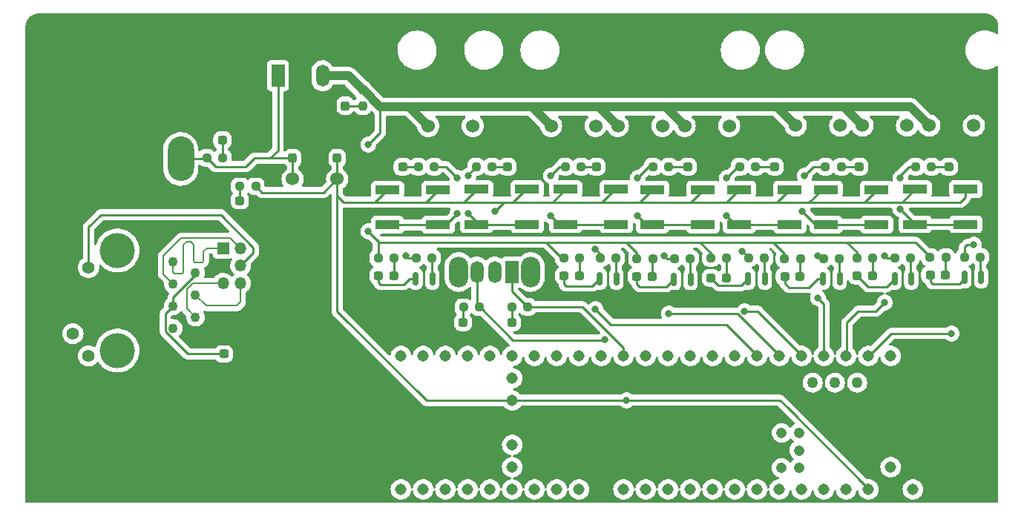
<source format=gtl>
G04 #@! TF.GenerationSoftware,KiCad,Pcbnew,(6.0.7)*
G04 #@! TF.CreationDate,2022-11-19T15:08:40-06:00*
G04 #@! TF.ProjectId,Gimbal_Board_2023,47696d62-616c-45f4-926f-6172645f3230,rev?*
G04 #@! TF.SameCoordinates,Original*
G04 #@! TF.FileFunction,Copper,L1,Top*
G04 #@! TF.FilePolarity,Positive*
%FSLAX46Y46*%
G04 Gerber Fmt 4.6, Leading zero omitted, Abs format (unit mm)*
G04 Created by KiCad (PCBNEW (6.0.7)) date 2022-11-19 15:08:40*
%MOMM*%
%LPD*%
G01*
G04 APERTURE LIST*
G04 Aperture macros list*
%AMRoundRect*
0 Rectangle with rounded corners*
0 $1 Rounding radius*
0 $2 $3 $4 $5 $6 $7 $8 $9 X,Y pos of 4 corners*
0 Add a 4 corners polygon primitive as box body*
4,1,4,$2,$3,$4,$5,$6,$7,$8,$9,$2,$3,0*
0 Add four circle primitives for the rounded corners*
1,1,$1+$1,$2,$3*
1,1,$1+$1,$4,$5*
1,1,$1+$1,$6,$7*
1,1,$1+$1,$8,$9*
0 Add four rect primitives between the rounded corners*
20,1,$1+$1,$2,$3,$4,$5,0*
20,1,$1+$1,$4,$5,$6,$7,0*
20,1,$1+$1,$6,$7,$8,$9,0*
20,1,$1+$1,$8,$9,$2,$3,0*%
G04 Aperture macros list end*
G04 #@! TA.AperFunction,SMDPad,CuDef*
%ADD10RoundRect,0.237500X-0.287500X-0.237500X0.287500X-0.237500X0.287500X0.237500X-0.287500X0.237500X0*%
G04 #@! TD*
G04 #@! TA.AperFunction,SMDPad,CuDef*
%ADD11RoundRect,0.150000X-0.150000X0.587500X-0.150000X-0.587500X0.150000X-0.587500X0.150000X0.587500X0*%
G04 #@! TD*
G04 #@! TA.AperFunction,SMDPad,CuDef*
%ADD12RoundRect,0.237500X0.250000X0.237500X-0.250000X0.237500X-0.250000X-0.237500X0.250000X-0.237500X0*%
G04 #@! TD*
G04 #@! TA.AperFunction,SMDPad,CuDef*
%ADD13RoundRect,0.237500X-0.250000X-0.237500X0.250000X-0.237500X0.250000X0.237500X-0.250000X0.237500X0*%
G04 #@! TD*
G04 #@! TA.AperFunction,ComponentPad*
%ADD14R,1.500000X2.500000*%
G04 #@! TD*
G04 #@! TA.AperFunction,ComponentPad*
%ADD15O,1.500000X2.500000*%
G04 #@! TD*
G04 #@! TA.AperFunction,SMDPad,CuDef*
%ADD16R,2.750000X1.000000*%
G04 #@! TD*
G04 #@! TA.AperFunction,ComponentPad*
%ADD17C,1.524000*%
G04 #@! TD*
G04 #@! TA.AperFunction,SMDPad,CuDef*
%ADD18RoundRect,0.237500X0.287500X0.237500X-0.287500X0.237500X-0.287500X-0.237500X0.287500X-0.237500X0*%
G04 #@! TD*
G04 #@! TA.AperFunction,SMDPad,CuDef*
%ADD19RoundRect,0.237500X-0.237500X0.300000X-0.237500X-0.300000X0.237500X-0.300000X0.237500X0.300000X0*%
G04 #@! TD*
G04 #@! TA.AperFunction,ComponentPad*
%ADD20O,3.000000X5.100000*%
G04 #@! TD*
G04 #@! TA.AperFunction,SMDPad,CuDef*
%ADD21RoundRect,0.237500X0.237500X-0.300000X0.237500X0.300000X-0.237500X0.300000X-0.237500X-0.300000X0*%
G04 #@! TD*
G04 #@! TA.AperFunction,SMDPad,CuDef*
%ADD22RoundRect,0.237500X-0.300000X-0.237500X0.300000X-0.237500X0.300000X0.237500X-0.300000X0.237500X0*%
G04 #@! TD*
G04 #@! TA.AperFunction,SMDPad,CuDef*
%ADD23RoundRect,0.237500X0.237500X-0.250000X0.237500X0.250000X-0.237500X0.250000X-0.237500X-0.250000X0*%
G04 #@! TD*
G04 #@! TA.AperFunction,ComponentPad*
%ADD24R,1.350000X1.350000*%
G04 #@! TD*
G04 #@! TA.AperFunction,ComponentPad*
%ADD25O,1.350000X1.350000*%
G04 #@! TD*
G04 #@! TA.AperFunction,ComponentPad*
%ADD26C,1.100000*%
G04 #@! TD*
G04 #@! TA.AperFunction,ComponentPad*
%ADD27C,1.400000*%
G04 #@! TD*
G04 #@! TA.AperFunction,ComponentPad*
%ADD28C,4.000000*%
G04 #@! TD*
G04 #@! TA.AperFunction,ComponentPad*
%ADD29C,2.000000*%
G04 #@! TD*
G04 #@! TA.AperFunction,ComponentPad*
%ADD30C,1.308000*%
G04 #@! TD*
G04 #@! TA.AperFunction,ComponentPad*
%ADD31C,1.258000*%
G04 #@! TD*
G04 #@! TA.AperFunction,ComponentPad*
%ADD32C,1.208000*%
G04 #@! TD*
G04 #@! TA.AperFunction,ComponentPad*
%ADD33O,2.200000X3.500000*%
G04 #@! TD*
G04 #@! TA.AperFunction,SMDPad,CuDef*
%ADD34RoundRect,0.237500X0.237500X-0.287500X0.237500X0.287500X-0.237500X0.287500X-0.237500X-0.287500X0*%
G04 #@! TD*
G04 #@! TA.AperFunction,ViaPad*
%ADD35C,0.800000*%
G04 #@! TD*
G04 #@! TA.AperFunction,Conductor*
%ADD36C,0.200000*%
G04 #@! TD*
G04 #@! TA.AperFunction,Conductor*
%ADD37C,0.250000*%
G04 #@! TD*
G04 #@! TA.AperFunction,Conductor*
%ADD38C,0.254000*%
G04 #@! TD*
G04 #@! TA.AperFunction,Conductor*
%ADD39C,1.016000*%
G04 #@! TD*
G04 APERTURE END LIST*
D10*
X106059000Y-54102000D03*
X107809000Y-54102000D03*
D11*
X140650000Y-66959000D03*
X138750000Y-66959000D03*
X139700000Y-68834000D03*
D12*
X168148000Y-54102000D03*
X166323000Y-54102000D03*
D13*
X159625500Y-64516000D03*
X161450500Y-64516000D03*
D14*
X93579500Y-43702000D03*
D15*
X96119500Y-43702000D03*
X98659500Y-43702000D03*
D16*
X116246000Y-56674000D03*
X122006000Y-56674000D03*
X122006000Y-60674000D03*
X116246000Y-60674000D03*
D11*
X165833500Y-66880500D03*
X163933500Y-66880500D03*
X164883500Y-68755500D03*
D10*
X134525000Y-66626500D03*
X136275000Y-66626500D03*
D17*
X110718600Y-49428400D03*
X113258600Y-49428400D03*
X115798600Y-49428400D03*
D13*
X171911000Y-64426500D03*
X173736000Y-64426500D03*
D12*
X138176000Y-54102000D03*
X136351000Y-54102000D03*
D13*
X130339500Y-64516000D03*
X132164500Y-64516000D03*
D17*
X124739400Y-49428400D03*
X127279400Y-49428400D03*
X129819400Y-49428400D03*
X132359400Y-49428400D03*
X134899400Y-49428400D03*
X137439400Y-49428400D03*
X139979400Y-49428400D03*
X142519400Y-49428400D03*
X145059400Y-49428400D03*
D10*
X105043000Y-66548000D03*
X106793000Y-66548000D03*
X151411000Y-66626500D03*
X153161000Y-66626500D03*
D16*
X161884000Y-56706000D03*
X156124000Y-56706000D03*
X156124000Y-60706000D03*
X161884000Y-60706000D03*
D18*
X161643000Y-54102000D03*
X159893000Y-54102000D03*
D13*
X134535500Y-64594500D03*
X136360500Y-64594500D03*
D12*
X148082000Y-54102000D03*
X146257000Y-54102000D03*
D13*
X142955000Y-64516000D03*
X144780000Y-64516000D03*
D19*
X100330000Y-51387500D03*
X100330000Y-53112500D03*
D16*
X106086000Y-56738000D03*
X111846000Y-56738000D03*
X106086000Y-60738000D03*
X111846000Y-60738000D03*
D18*
X131658000Y-54102000D03*
X129908000Y-54102000D03*
D13*
X109577500Y-54102000D03*
X111402500Y-54102000D03*
D20*
X82485200Y-45339000D03*
X82485200Y-53213000D03*
D12*
X128166500Y-54102000D03*
X126341500Y-54102000D03*
D13*
X138787500Y-64594500D03*
X140612500Y-64594500D03*
X151373500Y-64594500D03*
X153198500Y-64594500D03*
D21*
X95250000Y-53112500D03*
X95250000Y-51387500D03*
D16*
X151978000Y-56706000D03*
X146218000Y-56706000D03*
X151978000Y-60706000D03*
X146218000Y-60706000D03*
D10*
X142992500Y-66802000D03*
X144742500Y-66802000D03*
D18*
X121525000Y-54102000D03*
X119775000Y-54102000D03*
X116445000Y-71882000D03*
X114695000Y-71882000D03*
D11*
X149135500Y-66880500D03*
X147235500Y-66880500D03*
X148185500Y-68755500D03*
D22*
X87404000Y-75473500D03*
X89129000Y-75473500D03*
D13*
X147273000Y-64516000D03*
X149098000Y-64516000D03*
D10*
X85485000Y-51054000D03*
X87235000Y-51054000D03*
D18*
X152005000Y-54102000D03*
X150255000Y-54102000D03*
D23*
X103250000Y-47162500D03*
X103250000Y-45337500D03*
D18*
X142099000Y-54102000D03*
X140349000Y-54102000D03*
D13*
X105005500Y-64516000D03*
X106830500Y-64516000D03*
D24*
X87316500Y-63401500D03*
D25*
X89316500Y-63401500D03*
X87316500Y-65401500D03*
X89316500Y-65401500D03*
X87316500Y-67401500D03*
X89316500Y-67401500D03*
D13*
X109323500Y-64516000D03*
X111148500Y-64516000D03*
X120245500Y-70104000D03*
X122070500Y-70104000D03*
X89220000Y-56325000D03*
X91045000Y-56325000D03*
D11*
X111186000Y-66880500D03*
X109286000Y-66880500D03*
X110236000Y-68755500D03*
D18*
X122033000Y-71882000D03*
X120283000Y-71882000D03*
D26*
X81611000Y-64932500D03*
X84151000Y-66202500D03*
X81611000Y-67472500D03*
X84151000Y-68742500D03*
X81611000Y-70012500D03*
X84151000Y-71282500D03*
X81611000Y-72552500D03*
X84151000Y-73822500D03*
D27*
X70181000Y-63052500D03*
X71971000Y-65592500D03*
X70181000Y-73162500D03*
X71971000Y-75702500D03*
D28*
X75261000Y-63662500D03*
X75261000Y-75092500D03*
D29*
X78311000Y-77252500D03*
X78311000Y-61502500D03*
D13*
X163933500Y-64516000D03*
X165758500Y-64516000D03*
D11*
X132202000Y-66880500D03*
X130302000Y-66880500D03*
X131252000Y-68755500D03*
D12*
X157870500Y-54102000D03*
X156045500Y-54102000D03*
D10*
X168002000Y-66458500D03*
X169752000Y-66458500D03*
D16*
X126406000Y-56674000D03*
X132166000Y-56674000D03*
X126406000Y-60674000D03*
X132166000Y-60674000D03*
D13*
X155805500Y-64594500D03*
X157630500Y-64594500D03*
D30*
X163479988Y-75705487D03*
X160939988Y-75705487D03*
X158399988Y-75705487D03*
X155859988Y-75705487D03*
X130459988Y-75705487D03*
X160939988Y-90945487D03*
X120299988Y-80785487D03*
X153319988Y-75705487D03*
X150779988Y-75705487D03*
D31*
X159669988Y-78755487D03*
D30*
X148239988Y-75705487D03*
X145699988Y-75705487D03*
X143159988Y-75705487D03*
X140619988Y-75705487D03*
X138079988Y-75705487D03*
X135539988Y-75705487D03*
X132999988Y-75705487D03*
X132999988Y-90945487D03*
X135539988Y-90945487D03*
X138079988Y-90945487D03*
X140619988Y-90945487D03*
X143159988Y-90945487D03*
X145699988Y-90945487D03*
X148239988Y-90945487D03*
X150779988Y-90945487D03*
X153319988Y-90945487D03*
X155859988Y-90945487D03*
X158399988Y-90945487D03*
X127919988Y-75705487D03*
X125379988Y-75705487D03*
X122839988Y-75705487D03*
X120299988Y-75705487D03*
X117759988Y-75705487D03*
X115219988Y-75705487D03*
X112679988Y-75705487D03*
X110139988Y-75705487D03*
X107599988Y-75705487D03*
X107599988Y-90945487D03*
X110139988Y-90945487D03*
X112679988Y-90945487D03*
X115219988Y-90945487D03*
X117759988Y-90945487D03*
X120299988Y-90945487D03*
X122839988Y-90945487D03*
X125379988Y-90945487D03*
X127919988Y-90945487D03*
D31*
X154589988Y-78755487D03*
X157129988Y-78755487D03*
D30*
X166019988Y-75705487D03*
X130459988Y-90945487D03*
X163479988Y-90945487D03*
X120299988Y-83325487D03*
D32*
X151049988Y-86495487D03*
X153049988Y-86495487D03*
D30*
X120299988Y-88405487D03*
X120299988Y-85865487D03*
D32*
X153049988Y-88495487D03*
X151049988Y-88495487D03*
X151049988Y-84495487D03*
X153049988Y-84495487D03*
D31*
X152049988Y-78755487D03*
X149509988Y-78755487D03*
D30*
X120299988Y-78245487D03*
X166019988Y-90945487D03*
X163479988Y-88405487D03*
D13*
X167964500Y-64426500D03*
X169789500Y-64426500D03*
D11*
X173811000Y-66712500D03*
X171911000Y-66712500D03*
X172861000Y-68587500D03*
D18*
X171860500Y-54102000D03*
X170110500Y-54102000D03*
D12*
X118006500Y-54102000D03*
X116181500Y-54102000D03*
D17*
X95250000Y-55499000D03*
X97790000Y-55499000D03*
X100330000Y-55499000D03*
D11*
X157668000Y-66880500D03*
X155768000Y-66880500D03*
X156718000Y-68755500D03*
D16*
X166284000Y-60674000D03*
X172044000Y-60674000D03*
X166284000Y-56674000D03*
X172044000Y-56674000D03*
D17*
X152654000Y-49403000D03*
X155194000Y-49403000D03*
X157734000Y-49403000D03*
X160274000Y-49403000D03*
X162814000Y-49403000D03*
X165354000Y-49403000D03*
X167894000Y-49403000D03*
X170434000Y-49403000D03*
X172974000Y-49403000D03*
D13*
X126172000Y-64516000D03*
X127997000Y-64516000D03*
X114749500Y-70132000D03*
X116574500Y-70132000D03*
D16*
X136312000Y-56706000D03*
X142072000Y-56706000D03*
X142072000Y-60706000D03*
X136312000Y-60706000D03*
D33*
X114202000Y-66112500D03*
X122402000Y-66112500D03*
D14*
X120302000Y-66112500D03*
D15*
X118302000Y-66112500D03*
X116302000Y-66112500D03*
D34*
X101250000Y-48875000D03*
X101250000Y-47125000D03*
D10*
X159663000Y-66548000D03*
X161413000Y-66548000D03*
D12*
X87272500Y-53086000D03*
X85447500Y-53086000D03*
D18*
X90970000Y-57976000D03*
X89220000Y-57976000D03*
D10*
X126209500Y-66548000D03*
X127959500Y-66548000D03*
D35*
X174244000Y-69088000D03*
X149860000Y-69088000D03*
X123698000Y-71120000D03*
X158242000Y-69088000D03*
X132080000Y-86106000D03*
X141224000Y-69088000D03*
X166370000Y-69088000D03*
X132842000Y-69088000D03*
X104648000Y-70104000D03*
X164592000Y-58928000D03*
X164592000Y-55372000D03*
X153416000Y-59182000D03*
X153670000Y-55118000D03*
X144780000Y-55372000D03*
X144780000Y-59690000D03*
X134620000Y-59690000D03*
X134620000Y-55372000D03*
X124714000Y-59690000D03*
X124714000Y-55118000D03*
X115316000Y-59436000D03*
X115316000Y-55118000D03*
X114046000Y-55372000D03*
X114046000Y-59436000D03*
X130900049Y-73876500D03*
X170434000Y-73152000D03*
X172974000Y-62992000D03*
X162814000Y-69596000D03*
X162814000Y-64262000D03*
X155194000Y-69088000D03*
X155194000Y-64262000D03*
X146558000Y-63754000D03*
X146817714Y-70606286D03*
X137668000Y-64262000D03*
X138176000Y-70866000D03*
X129794000Y-63500000D03*
X129794000Y-70358000D03*
X108204000Y-64262000D03*
X103886000Y-61468000D03*
X103886000Y-51562000D03*
X133350000Y-80772000D03*
X118364000Y-59182000D03*
D36*
X75261000Y-74968000D02*
X75124500Y-74831500D01*
X75261000Y-75092500D02*
X75261000Y-74968000D01*
D37*
X87404000Y-75473500D02*
X83294563Y-75473500D01*
X80736000Y-70887500D02*
X81611000Y-70012500D01*
X83294563Y-75473500D02*
X80736000Y-72914937D01*
X81611000Y-70012500D02*
X81611000Y-69044000D01*
X84151000Y-66504000D02*
X84151000Y-66202500D01*
X81611000Y-69044000D02*
X84151000Y-66504000D01*
X80736000Y-72914937D02*
X80736000Y-70887500D01*
X93579500Y-43702000D02*
X93579500Y-44433500D01*
D38*
X82485200Y-53213000D02*
X85320500Y-53213000D01*
X86463500Y-54102000D02*
X89916000Y-54102000D01*
X91974500Y-53112500D02*
X95250000Y-53112500D01*
X92683500Y-53112500D02*
X91974500Y-53112500D01*
X93579500Y-52216500D02*
X92683500Y-53112500D01*
X89916000Y-54102000D02*
X90905500Y-53112500D01*
X95250000Y-55499000D02*
X95250000Y-53112500D01*
X90905500Y-53112500D02*
X91974500Y-53112500D01*
D37*
X82867000Y-53213000D02*
X82950000Y-53130000D01*
D38*
X85447500Y-53086000D02*
X86463500Y-54102000D01*
X85320500Y-53213000D02*
X85447500Y-53086000D01*
X93579500Y-43702000D02*
X93579500Y-52216500D01*
D37*
X82485200Y-53213000D02*
X82867000Y-53213000D01*
D38*
X168251500Y-67474500D02*
X171299500Y-67474500D01*
X168002000Y-67225000D02*
X168251500Y-67474500D01*
X168002000Y-66458500D02*
X168002000Y-67225000D01*
X171299500Y-67474500D02*
X171911000Y-66863000D01*
X169752000Y-66458500D02*
X169752000Y-64464000D01*
X160933000Y-67818000D02*
X162996000Y-67818000D01*
X162996000Y-67818000D02*
X163933500Y-66880500D01*
X159663000Y-66548000D02*
X160933000Y-67818000D01*
X161413000Y-64553500D02*
X161450500Y-64516000D01*
X161413000Y-66548000D02*
X161413000Y-64553500D01*
X151892000Y-67896500D02*
X154178000Y-67896500D01*
X151411000Y-67415500D02*
X151892000Y-67896500D01*
X154178000Y-67896500D02*
X155194000Y-66880500D01*
X155194000Y-66880500D02*
X155768000Y-66880500D01*
X151411000Y-66626500D02*
X151411000Y-67415500D01*
X153161000Y-66626500D02*
X153161000Y-64632000D01*
X143856080Y-67665580D02*
X146450420Y-67665580D01*
X142992500Y-66802000D02*
X143856080Y-67665580D01*
X146450420Y-67665580D02*
X147235500Y-66880500D01*
X144780000Y-64516000D02*
X144780000Y-66764500D01*
X134525000Y-66626500D02*
X134525000Y-67469000D01*
X137891000Y-67818000D02*
X138750000Y-66959000D01*
X134525000Y-67469000D02*
X134874000Y-67818000D01*
X134874000Y-67818000D02*
X137891000Y-67818000D01*
X136275000Y-66626500D02*
X136275000Y-64680000D01*
X136275000Y-64680000D02*
X136360500Y-64594500D01*
X126209500Y-66548000D02*
X126209500Y-67523000D01*
X126426000Y-67739500D02*
X129443000Y-67739500D01*
X129443000Y-67739500D02*
X130302000Y-66880500D01*
X126209500Y-67523000D02*
X126426000Y-67739500D01*
X127959500Y-66548000D02*
X127959500Y-64553500D01*
X107950000Y-67564000D02*
X105297000Y-67564000D01*
X105043000Y-67310000D02*
X105043000Y-66548000D01*
X105297000Y-67564000D02*
X105043000Y-67310000D01*
X108633500Y-66880500D02*
X107950000Y-67564000D01*
X109286000Y-66880500D02*
X108633500Y-66880500D01*
X106793000Y-66548000D02*
X106793000Y-64553500D01*
X106793000Y-64553500D02*
X106830500Y-64516000D01*
X87235000Y-51054000D02*
X87235000Y-53048500D01*
X87235000Y-53048500D02*
X87272500Y-53086000D01*
X170110500Y-54102000D02*
X168148000Y-54102000D01*
X159893000Y-54102000D02*
X157870500Y-54102000D01*
X148082000Y-54102000D02*
X150255000Y-54102000D01*
X138176000Y-54102000D02*
X140349000Y-54102000D01*
X128166500Y-54102000D02*
X129908000Y-54102000D01*
X118006500Y-54102000D02*
X119775000Y-54102000D01*
X107809000Y-54102000D02*
X109577500Y-54102000D01*
X120245500Y-70104000D02*
X120245500Y-71844500D01*
X120245500Y-71844500D02*
X120283000Y-71882000D01*
X114695000Y-70186500D02*
X114749500Y-70132000D01*
X114695000Y-71882000D02*
X114695000Y-70186500D01*
D36*
X82804000Y-66167000D02*
X82804000Y-62992000D01*
X83585000Y-62630000D02*
X83947000Y-62992000D01*
X85442500Y-63401500D02*
X87316500Y-63401500D01*
X84963000Y-65024000D02*
X85090000Y-64897000D01*
X83947000Y-64897000D02*
X84074000Y-65024000D01*
X84074000Y-65024000D02*
X84963000Y-65024000D01*
X83947000Y-62992000D02*
X83947000Y-64897000D01*
X85090000Y-64897000D02*
X85090000Y-63754000D01*
X83166000Y-62630000D02*
X83585000Y-62630000D01*
X81611000Y-64932500D02*
X81611000Y-66117000D01*
X81788000Y-66294000D02*
X82677000Y-66294000D01*
X82804000Y-62992000D02*
X83166000Y-62630000D01*
X85090000Y-63754000D02*
X85442500Y-63401500D01*
X81611000Y-66117000D02*
X81788000Y-66294000D01*
X82677000Y-66294000D02*
X82804000Y-66167000D01*
X80518000Y-66379500D02*
X80518000Y-64262000D01*
X81611000Y-67472500D02*
X80518000Y-66379500D01*
X80518000Y-64262000D02*
X82550000Y-62230000D01*
X82550000Y-62230000D02*
X88145000Y-62230000D01*
X88145000Y-62230000D02*
X89316500Y-63401500D01*
D37*
X90770101Y-63299101D02*
X87062500Y-59591500D01*
X89316500Y-65401500D02*
X90770101Y-63947899D01*
X90770101Y-63947899D02*
X90770101Y-63299101D01*
X73346500Y-59591500D02*
X71971000Y-60967000D01*
X87062500Y-59591500D02*
X73346500Y-59591500D01*
X71971000Y-60967000D02*
X71971000Y-65592500D01*
D36*
X87316500Y-67401500D02*
X83855500Y-67401500D01*
X83185000Y-68072000D02*
X83185000Y-70316500D01*
X83855500Y-67401500D02*
X83185000Y-68072000D01*
X83185000Y-70316500D02*
X84151000Y-71282500D01*
X89316500Y-67401500D02*
X89316500Y-69560500D01*
X89316500Y-69560500D02*
X88900000Y-69977000D01*
X85385500Y-69977000D02*
X84151000Y-68742500D01*
X88900000Y-69977000D02*
X85385500Y-69977000D01*
D38*
X173736000Y-64426500D02*
X173736000Y-66637500D01*
X165758500Y-66805500D02*
X165833500Y-66880500D01*
D37*
X165758500Y-66473000D02*
X165833500Y-66548000D01*
D38*
X165758500Y-64516000D02*
X165758500Y-66805500D01*
X157630500Y-64594500D02*
X157630500Y-66843000D01*
X149098000Y-64516000D02*
X149098000Y-66843000D01*
X140612500Y-64594500D02*
X140612500Y-66921500D01*
X140612500Y-66921500D02*
X140650000Y-66959000D01*
X132164500Y-64516000D02*
X132164500Y-66843000D01*
X111186000Y-66880500D02*
X111186000Y-66626500D01*
X111148500Y-64516000D02*
X111148500Y-66843000D01*
X111148500Y-66843000D02*
X111186000Y-66880500D01*
X166284000Y-60620000D02*
X164592000Y-58928000D01*
X166284000Y-60674000D02*
X166284000Y-60620000D01*
X164592000Y-55118000D02*
X165608000Y-54102000D01*
X165608000Y-54102000D02*
X166323000Y-54102000D01*
X172044000Y-60674000D02*
X166284000Y-60674000D01*
X164592000Y-55372000D02*
X164592000Y-55118000D01*
X161884000Y-60706000D02*
X156124000Y-60706000D01*
X154686000Y-54102000D02*
X156045500Y-54102000D01*
X153416000Y-59182000D02*
X154940000Y-60706000D01*
X154940000Y-60706000D02*
X156124000Y-60706000D01*
X153670000Y-55118000D02*
X154686000Y-54102000D01*
X146218000Y-60706000D02*
X145796000Y-60706000D01*
X144780000Y-55372000D02*
X144780000Y-55348500D01*
X144780000Y-55348500D02*
X146026500Y-54102000D01*
D37*
X146514500Y-60735000D02*
X145051500Y-60735000D01*
D38*
X145796000Y-60706000D02*
X144780000Y-59690000D01*
X151978000Y-60706000D02*
X146218000Y-60706000D01*
X146026500Y-54102000D02*
X146257000Y-54102000D01*
X134620000Y-59690000D02*
X135636000Y-60706000D01*
X135636000Y-60706000D02*
X136312000Y-60706000D01*
X134620000Y-55372000D02*
X135890000Y-54102000D01*
X142072000Y-60706000D02*
X136312000Y-60706000D01*
X135890000Y-54102000D02*
X136351000Y-54102000D01*
X126406000Y-60674000D02*
X125698000Y-60674000D01*
X124714000Y-55118000D02*
X125730000Y-54102000D01*
X125730000Y-54102000D02*
X126341500Y-54102000D01*
X125698000Y-60674000D02*
X124714000Y-59690000D01*
X132166000Y-60674000D02*
X126406000Y-60674000D01*
X116246000Y-60674000D02*
X116246000Y-60366000D01*
X122006000Y-60674000D02*
X116246000Y-60674000D01*
X115316000Y-54967500D02*
X116181500Y-54102000D01*
X116246000Y-60366000D02*
X115316000Y-59436000D01*
X115316000Y-55118000D02*
X115316000Y-54967500D01*
X114046000Y-55372000D02*
X112776000Y-54102000D01*
X112744000Y-60738000D02*
X114046000Y-59436000D01*
X106086000Y-60738000D02*
X111846000Y-60738000D01*
X111846000Y-60738000D02*
X112744000Y-60738000D01*
X112776000Y-54102000D02*
X111402500Y-54102000D01*
D37*
X128323395Y-70104000D02*
X122070500Y-70104000D01*
D38*
X120302000Y-66112500D02*
X120302000Y-68335500D01*
D37*
X133000000Y-75705500D02*
X133000000Y-74780605D01*
X133000000Y-74780605D02*
X128323395Y-70104000D01*
D38*
X120302000Y-68335500D02*
X122070500Y-70104000D01*
X130900049Y-73876500D02*
X130862549Y-73914000D01*
X116574500Y-70132000D02*
X116302000Y-69859500D01*
X116302000Y-69859500D02*
X116302000Y-66112500D01*
X120396000Y-73914000D02*
X116614000Y-70132000D01*
X116614000Y-70132000D02*
X116574500Y-70132000D01*
X116586000Y-70132000D02*
X116574500Y-70132000D01*
X130862549Y-73914000D02*
X120396000Y-73914000D01*
X171911000Y-63293000D02*
X171911000Y-64426500D01*
X172974000Y-62992000D02*
X172212000Y-62992000D01*
X161036000Y-75692000D02*
X163576000Y-73152000D01*
X163576000Y-73152000D02*
X170434000Y-73152000D01*
X172212000Y-62992000D02*
X171911000Y-63293000D01*
X161798000Y-70612000D02*
X162814000Y-69596000D01*
X163068000Y-64516000D02*
X163933500Y-64516000D01*
X158496000Y-71882000D02*
X159766000Y-70612000D01*
X158496000Y-75692000D02*
X158496000Y-71882000D01*
X159766000Y-70612000D02*
X161798000Y-70612000D01*
X162814000Y-64262000D02*
X163068000Y-64516000D01*
D37*
X155860000Y-69754000D02*
X155194000Y-69088000D01*
D38*
X155526500Y-64594500D02*
X155194000Y-64262000D01*
D37*
X155860000Y-75705500D02*
X155860000Y-69754000D01*
D38*
X155956000Y-75946000D02*
X155956000Y-75692000D01*
X155805500Y-64594500D02*
X155526500Y-64594500D01*
X147273000Y-64516000D02*
X147273000Y-64469000D01*
X147273000Y-64469000D02*
X146558000Y-63754000D01*
X148330286Y-70606286D02*
X153416000Y-75692000D01*
X146817714Y-70606286D02*
X148330286Y-70606286D01*
X146050000Y-70866000D02*
X150876000Y-75692000D01*
X138787500Y-64594500D02*
X138000500Y-64594500D01*
X138000500Y-64594500D02*
X137668000Y-64262000D01*
X138176000Y-70866000D02*
X146050000Y-70866000D01*
X129794000Y-70358000D02*
X131572000Y-72136000D01*
X130339500Y-64045500D02*
X129794000Y-63500000D01*
X130339500Y-64516000D02*
X130339500Y-64045500D01*
X131572000Y-72136000D02*
X144780000Y-72136000D01*
X144780000Y-72136000D02*
X148336000Y-75692000D01*
X109323500Y-64516000D02*
X108458000Y-64516000D01*
X108458000Y-64516000D02*
X108204000Y-64262000D01*
D39*
X158121000Y-47250000D02*
X160274000Y-49403000D01*
X157982000Y-47250000D02*
X158121000Y-47250000D01*
D38*
X133350000Y-62738000D02*
X124206000Y-62738000D01*
D39*
X129534000Y-47250000D02*
X136912000Y-47250000D01*
X108500000Y-47250000D02*
X122750000Y-47250000D01*
X157982000Y-47250000D02*
X165741000Y-47250000D01*
D38*
X105005500Y-64516000D02*
X105005500Y-62587500D01*
X141732000Y-62738000D02*
X133350000Y-62738000D01*
X105250000Y-50198000D02*
X105250000Y-47250000D01*
D39*
X165741000Y-47250000D02*
X167894000Y-49403000D01*
D38*
X159258000Y-64516000D02*
X159625500Y-64516000D01*
X149860000Y-62738000D02*
X141732000Y-62738000D01*
X167964500Y-64426500D02*
X167964500Y-64343000D01*
D39*
X101614500Y-43702000D02*
X103250000Y-45337500D01*
D38*
X159625500Y-63867500D02*
X158496000Y-62738000D01*
X151373500Y-63997500D02*
X150114000Y-62738000D01*
X105156000Y-62738000D02*
X103886000Y-61468000D01*
X124206000Y-62738000D02*
X105156000Y-62738000D01*
D39*
X137801000Y-47250000D02*
X139979400Y-49428400D01*
X124739400Y-49428400D02*
X122750000Y-47439000D01*
D38*
X158496000Y-62738000D02*
X150114000Y-62738000D01*
X134535500Y-64594500D02*
X134535500Y-63923500D01*
X134535500Y-63923500D02*
X133350000Y-62738000D01*
X150114000Y-62738000D02*
X149860000Y-62738000D01*
X166359500Y-62738000D02*
X158496000Y-62738000D01*
D39*
X150501000Y-47250000D02*
X150500000Y-47250000D01*
D38*
X167964500Y-64343000D02*
X166359500Y-62738000D01*
X103886000Y-51562000D02*
X105250000Y-50198000D01*
D39*
X152654000Y-49403000D02*
X150501000Y-47250000D01*
D38*
X126172000Y-64516000D02*
X125984000Y-64516000D01*
D39*
X103250000Y-45337500D02*
X103337500Y-45337500D01*
X98659500Y-43702000D02*
X101614500Y-43702000D01*
X129534000Y-47250000D02*
X130181000Y-47250000D01*
D38*
X151373500Y-64594500D02*
X151373500Y-63997500D01*
X142955000Y-64516000D02*
X142955000Y-63961000D01*
D39*
X130181000Y-47250000D02*
X132359400Y-49428400D01*
X105250000Y-47250000D02*
X108500000Y-47250000D01*
X150500000Y-47250000D02*
X157982000Y-47250000D01*
D38*
X105005500Y-62587500D02*
X103886000Y-61468000D01*
D39*
X136912000Y-47250000D02*
X150500000Y-47250000D01*
X103337500Y-45337500D02*
X105250000Y-47250000D01*
D38*
X125984000Y-64516000D02*
X124206000Y-62738000D01*
D39*
X136912000Y-47250000D02*
X137801000Y-47250000D01*
X122750000Y-47250000D02*
X129534000Y-47250000D01*
X108540200Y-47250000D02*
X108500000Y-47250000D01*
D38*
X159625500Y-64516000D02*
X159625500Y-63867500D01*
X142955000Y-63961000D02*
X141732000Y-62738000D01*
D39*
X110718600Y-49428400D02*
X108540200Y-47250000D01*
X122750000Y-47439000D02*
X122750000Y-47250000D01*
D38*
X103250000Y-47162500D02*
X101287500Y-47162500D01*
X101287500Y-47162500D02*
X101250000Y-47125000D01*
X89220000Y-57976000D02*
X89220000Y-56325000D01*
X116246000Y-56728000D02*
X114808000Y-58166000D01*
X136312000Y-56706000D02*
X136312000Y-56728000D01*
X98791378Y-57037622D02*
X100330000Y-55499000D01*
D37*
X105156000Y-58166000D02*
X110490000Y-58166000D01*
X134874000Y-58166000D02*
X140716000Y-58166000D01*
X100330000Y-57404000D02*
X100330000Y-59436000D01*
D38*
X91757622Y-57037622D02*
X98791378Y-57037622D01*
X116246000Y-56674000D02*
X116246000Y-56728000D01*
X142072000Y-56810000D02*
X140716000Y-58166000D01*
X142072000Y-56706000D02*
X142072000Y-56810000D01*
X132166000Y-56674000D02*
X132048000Y-56674000D01*
D37*
X110490000Y-58166000D02*
X114808000Y-58166000D01*
X106076000Y-56738000D02*
X106086000Y-56738000D01*
X140716000Y-58166000D02*
X143764000Y-58166000D01*
X110503500Y-80785500D02*
X120300000Y-80785500D01*
X101092000Y-58166000D02*
X100330000Y-57404000D01*
X164084000Y-58166000D02*
X171450000Y-58166000D01*
D38*
X160528000Y-58166000D02*
X161884000Y-56810000D01*
X164084000Y-58166000D02*
X164792000Y-58166000D01*
X150518000Y-58166000D02*
X151978000Y-56706000D01*
D37*
X172044000Y-57572000D02*
X172044000Y-56674000D01*
D38*
X154178000Y-58166000D02*
X155638000Y-56706000D01*
D37*
X104648000Y-58166000D02*
X101092000Y-58166000D01*
D38*
X122006000Y-56674000D02*
X121888000Y-56674000D01*
D37*
X149606000Y-58166000D02*
X154178000Y-58166000D01*
D38*
X100330000Y-53112500D02*
X100330000Y-55499000D01*
X111846000Y-56738000D02*
X111846000Y-56810000D01*
D37*
X100330000Y-59436000D02*
X100330000Y-70612000D01*
X160528000Y-58166000D02*
X164084000Y-58166000D01*
D38*
X126406000Y-56674000D02*
X124914000Y-58166000D01*
X151765000Y-81661000D02*
X151638000Y-81534000D01*
X155638000Y-56706000D02*
X156124000Y-56706000D01*
D37*
X120396000Y-58166000D02*
X124714000Y-58166000D01*
D38*
X144758000Y-58166000D02*
X146218000Y-56706000D01*
X91045000Y-56325000D02*
X91757622Y-57037622D01*
X133350000Y-80772000D02*
X150876000Y-80772000D01*
D37*
X104648000Y-58166000D02*
X106076000Y-56738000D01*
D38*
X164792000Y-58166000D02*
X166284000Y-56674000D01*
X172044000Y-56674000D02*
X172498000Y-56674000D01*
X111846000Y-56810000D02*
X110490000Y-58166000D01*
X132048000Y-56674000D02*
X130556000Y-58166000D01*
X120396000Y-80772000D02*
X133350000Y-80772000D01*
D37*
X100330000Y-55499000D02*
X100330000Y-57404000D01*
X130556000Y-58166000D02*
X134874000Y-58166000D01*
X119380000Y-58166000D02*
X120396000Y-58166000D01*
X171450000Y-58166000D02*
X172044000Y-57572000D01*
D38*
X121888000Y-56674000D02*
X120396000Y-58166000D01*
X118364000Y-59182000D02*
X119380000Y-58166000D01*
X143764000Y-58166000D02*
X144758000Y-58166000D01*
X105156000Y-58166000D02*
X104648000Y-58166000D01*
X149606000Y-58166000D02*
X150518000Y-58166000D01*
X136280000Y-56674000D02*
X136312000Y-56706000D01*
X124914000Y-58166000D02*
X124714000Y-58166000D01*
D37*
X124714000Y-58166000D02*
X130556000Y-58166000D01*
D38*
X116182000Y-56738000D02*
X116246000Y-56674000D01*
X161884000Y-56810000D02*
X161884000Y-56706000D01*
X161036000Y-90932000D02*
X151765000Y-81661000D01*
D37*
X154178000Y-58166000D02*
X160528000Y-58166000D01*
X100330000Y-70612000D02*
X110503500Y-80785500D01*
D38*
X150876000Y-80772000D02*
X151765000Y-81661000D01*
X116872000Y-56674000D02*
X116246000Y-56674000D01*
D37*
X114808000Y-58166000D02*
X119380000Y-58166000D01*
D38*
X136312000Y-56728000D02*
X134874000Y-58166000D01*
D37*
X143764000Y-58166000D02*
X149606000Y-58166000D01*
D38*
X100356500Y-53112500D02*
X100330000Y-53112500D01*
G04 #@! TA.AperFunction,Conductor*
G36*
X174214018Y-36578000D02*
G01*
X174228851Y-36580310D01*
X174228855Y-36580310D01*
X174237724Y-36581691D01*
X174252981Y-36579696D01*
X174278302Y-36578953D01*
X174426629Y-36589562D01*
X174451826Y-36591364D01*
X174469620Y-36593922D01*
X174664420Y-36636298D01*
X174681661Y-36641360D01*
X174868455Y-36711032D01*
X174884790Y-36718493D01*
X175059758Y-36814033D01*
X175074882Y-36823752D01*
X175234469Y-36943218D01*
X175248055Y-36954991D01*
X175389009Y-37095945D01*
X175400782Y-37109531D01*
X175520248Y-37269118D01*
X175529967Y-37284242D01*
X175625507Y-37459210D01*
X175632968Y-37475545D01*
X175702640Y-37662339D01*
X175707702Y-37679580D01*
X175750078Y-37874380D01*
X175752636Y-37892174D01*
X175764539Y-38058601D01*
X175763793Y-38076561D01*
X175763692Y-38084846D01*
X175762309Y-38093724D01*
X175763474Y-38102630D01*
X175766436Y-38125283D01*
X175767500Y-38141621D01*
X175767500Y-38861373D01*
X175747498Y-38929494D01*
X175693842Y-38975987D01*
X175623568Y-38986091D01*
X175561523Y-38958737D01*
X175550308Y-38949525D01*
X175550307Y-38949524D01*
X175547082Y-38946875D01*
X175294912Y-38790523D01*
X175024278Y-38668895D01*
X174822948Y-38608876D01*
X174743935Y-38585321D01*
X174743933Y-38585321D01*
X174739936Y-38584129D01*
X174735816Y-38583476D01*
X174735814Y-38583476D01*
X174610718Y-38563663D01*
X174446881Y-38537714D01*
X174401854Y-38535669D01*
X174355503Y-38533564D01*
X174355484Y-38533564D01*
X174354084Y-38533500D01*
X174168736Y-38533500D01*
X173947944Y-38548165D01*
X173657090Y-38606812D01*
X173376547Y-38703410D01*
X173372804Y-38705284D01*
X173372800Y-38705286D01*
X173114988Y-38834389D01*
X173111244Y-38836264D01*
X172865842Y-39003039D01*
X172644654Y-39200804D01*
X172641937Y-39203974D01*
X172641936Y-39203975D01*
X172620166Y-39229375D01*
X172451564Y-39426086D01*
X172449290Y-39429588D01*
X172449289Y-39429589D01*
X172323582Y-39623162D01*
X172289965Y-39674927D01*
X172288177Y-39678693D01*
X172288174Y-39678698D01*
X172241371Y-39777266D01*
X172162696Y-39942954D01*
X172161417Y-39946937D01*
X172161416Y-39946940D01*
X172092889Y-40160379D01*
X172071994Y-40225458D01*
X172067424Y-40250858D01*
X172031604Y-40449941D01*
X172019452Y-40517477D01*
X172019263Y-40521644D01*
X172019262Y-40521651D01*
X172009096Y-40745520D01*
X172005992Y-40813880D01*
X172006355Y-40818028D01*
X172006355Y-40818032D01*
X172031487Y-41105293D01*
X172031488Y-41105301D01*
X172031852Y-41109459D01*
X172096577Y-41399021D01*
X172098019Y-41402941D01*
X172098021Y-41402947D01*
X172176573Y-41616446D01*
X172199029Y-41677480D01*
X172200980Y-41681180D01*
X172200982Y-41681185D01*
X172212421Y-41702880D01*
X172337410Y-41939942D01*
X172509288Y-42181797D01*
X172711642Y-42398796D01*
X172940918Y-42587125D01*
X173193088Y-42743477D01*
X173463722Y-42865105D01*
X173548925Y-42890505D01*
X173744065Y-42948679D01*
X173744067Y-42948679D01*
X173748064Y-42949871D01*
X173752184Y-42950524D01*
X173752186Y-42950524D01*
X173871106Y-42969359D01*
X174041119Y-42996286D01*
X174086146Y-42998331D01*
X174132497Y-43000436D01*
X174132516Y-43000436D01*
X174133916Y-43000500D01*
X174319264Y-43000500D01*
X174540056Y-42985835D01*
X174830910Y-42927188D01*
X175033721Y-42857355D01*
X175107489Y-42831955D01*
X175107490Y-42831954D01*
X175111453Y-42830590D01*
X175115196Y-42828716D01*
X175115200Y-42828714D01*
X175373012Y-42699611D01*
X175373014Y-42699610D01*
X175376756Y-42697736D01*
X175498899Y-42614728D01*
X175570678Y-42565947D01*
X175638262Y-42544201D01*
X175706874Y-42562445D01*
X175754731Y-42614888D01*
X175767500Y-42670159D01*
X175767500Y-92330000D01*
X175747498Y-92398121D01*
X175693842Y-92444614D01*
X175641500Y-92456000D01*
X64896500Y-92456000D01*
X64828379Y-92435998D01*
X64781886Y-92382342D01*
X64770500Y-92330000D01*
X64770500Y-90914926D01*
X106432908Y-90914926D01*
X106446882Y-91128121D01*
X106499473Y-91335200D01*
X106588921Y-91529227D01*
X106712229Y-91703705D01*
X106865269Y-91852789D01*
X107042915Y-91971488D01*
X107048218Y-91973766D01*
X107048221Y-91973768D01*
X107233910Y-92053546D01*
X107239217Y-92055826D01*
X107340981Y-92078853D01*
X107441965Y-92101704D01*
X107441968Y-92101704D01*
X107447601Y-92102979D01*
X107453372Y-92103206D01*
X107453374Y-92103206D01*
X107518351Y-92105759D01*
X107661089Y-92111367D01*
X107766810Y-92096038D01*
X107866817Y-92081538D01*
X107866822Y-92081537D01*
X107872531Y-92080709D01*
X107877995Y-92078854D01*
X107878000Y-92078853D01*
X108069377Y-92013889D01*
X108074845Y-92012033D01*
X108261256Y-91907638D01*
X108425521Y-91771020D01*
X108562139Y-91606755D01*
X108666534Y-91420344D01*
X108735210Y-91218030D01*
X108744078Y-91156866D01*
X108773648Y-91092322D01*
X108833419Y-91054009D01*
X108904416Y-91054093D01*
X108964096Y-91092548D01*
X108990897Y-91143932D01*
X109009716Y-91218030D01*
X109039473Y-91335200D01*
X109128921Y-91529227D01*
X109252229Y-91703705D01*
X109405269Y-91852789D01*
X109582915Y-91971488D01*
X109588218Y-91973766D01*
X109588221Y-91973768D01*
X109773910Y-92053546D01*
X109779217Y-92055826D01*
X109880981Y-92078853D01*
X109981965Y-92101704D01*
X109981968Y-92101704D01*
X109987601Y-92102979D01*
X109993372Y-92103206D01*
X109993374Y-92103206D01*
X110058351Y-92105759D01*
X110201089Y-92111367D01*
X110306810Y-92096038D01*
X110406817Y-92081538D01*
X110406822Y-92081537D01*
X110412531Y-92080709D01*
X110417995Y-92078854D01*
X110418000Y-92078853D01*
X110609377Y-92013889D01*
X110614845Y-92012033D01*
X110801256Y-91907638D01*
X110965521Y-91771020D01*
X111102139Y-91606755D01*
X111206534Y-91420344D01*
X111275210Y-91218030D01*
X111284078Y-91156866D01*
X111313648Y-91092322D01*
X111373419Y-91054009D01*
X111444416Y-91054093D01*
X111504096Y-91092548D01*
X111530897Y-91143932D01*
X111549716Y-91218030D01*
X111579473Y-91335200D01*
X111668921Y-91529227D01*
X111792229Y-91703705D01*
X111945269Y-91852789D01*
X112122915Y-91971488D01*
X112128218Y-91973766D01*
X112128221Y-91973768D01*
X112313910Y-92053546D01*
X112319217Y-92055826D01*
X112420981Y-92078853D01*
X112521965Y-92101704D01*
X112521968Y-92101704D01*
X112527601Y-92102979D01*
X112533372Y-92103206D01*
X112533374Y-92103206D01*
X112598351Y-92105759D01*
X112741089Y-92111367D01*
X112846810Y-92096038D01*
X112946817Y-92081538D01*
X112946822Y-92081537D01*
X112952531Y-92080709D01*
X112957995Y-92078854D01*
X112958000Y-92078853D01*
X113149377Y-92013889D01*
X113154845Y-92012033D01*
X113341256Y-91907638D01*
X113505521Y-91771020D01*
X113642139Y-91606755D01*
X113746534Y-91420344D01*
X113815210Y-91218030D01*
X113824078Y-91156866D01*
X113853648Y-91092322D01*
X113913419Y-91054009D01*
X113984416Y-91054093D01*
X114044096Y-91092548D01*
X114070897Y-91143932D01*
X114089716Y-91218030D01*
X114119473Y-91335200D01*
X114208921Y-91529227D01*
X114332229Y-91703705D01*
X114485269Y-91852789D01*
X114662915Y-91971488D01*
X114668218Y-91973766D01*
X114668221Y-91973768D01*
X114853910Y-92053546D01*
X114859217Y-92055826D01*
X114960981Y-92078853D01*
X115061965Y-92101704D01*
X115061968Y-92101704D01*
X115067601Y-92102979D01*
X115073372Y-92103206D01*
X115073374Y-92103206D01*
X115138351Y-92105759D01*
X115281089Y-92111367D01*
X115386810Y-92096038D01*
X115486817Y-92081538D01*
X115486822Y-92081537D01*
X115492531Y-92080709D01*
X115497995Y-92078854D01*
X115498000Y-92078853D01*
X115689377Y-92013889D01*
X115694845Y-92012033D01*
X115881256Y-91907638D01*
X116045521Y-91771020D01*
X116182139Y-91606755D01*
X116286534Y-91420344D01*
X116355210Y-91218030D01*
X116364078Y-91156866D01*
X116393648Y-91092322D01*
X116453419Y-91054009D01*
X116524416Y-91054093D01*
X116584096Y-91092548D01*
X116610897Y-91143932D01*
X116629716Y-91218030D01*
X116659473Y-91335200D01*
X116748921Y-91529227D01*
X116872229Y-91703705D01*
X117025269Y-91852789D01*
X117202915Y-91971488D01*
X117208218Y-91973766D01*
X117208221Y-91973768D01*
X117393910Y-92053546D01*
X117399217Y-92055826D01*
X117500981Y-92078853D01*
X117601965Y-92101704D01*
X117601968Y-92101704D01*
X117607601Y-92102979D01*
X117613372Y-92103206D01*
X117613374Y-92103206D01*
X117678351Y-92105759D01*
X117821089Y-92111367D01*
X117926810Y-92096038D01*
X118026817Y-92081538D01*
X118026822Y-92081537D01*
X118032531Y-92080709D01*
X118037995Y-92078854D01*
X118038000Y-92078853D01*
X118229377Y-92013889D01*
X118234845Y-92012033D01*
X118421256Y-91907638D01*
X118585521Y-91771020D01*
X118722139Y-91606755D01*
X118826534Y-91420344D01*
X118895210Y-91218030D01*
X118904078Y-91156866D01*
X118933648Y-91092322D01*
X118993419Y-91054009D01*
X119064416Y-91054093D01*
X119124096Y-91092548D01*
X119150897Y-91143932D01*
X119169716Y-91218030D01*
X119199473Y-91335200D01*
X119288921Y-91529227D01*
X119412229Y-91703705D01*
X119565269Y-91852789D01*
X119742915Y-91971488D01*
X119748218Y-91973766D01*
X119748221Y-91973768D01*
X119933910Y-92053546D01*
X119939217Y-92055826D01*
X120040981Y-92078853D01*
X120141965Y-92101704D01*
X120141968Y-92101704D01*
X120147601Y-92102979D01*
X120153372Y-92103206D01*
X120153374Y-92103206D01*
X120218351Y-92105759D01*
X120361089Y-92111367D01*
X120466810Y-92096038D01*
X120566817Y-92081538D01*
X120566822Y-92081537D01*
X120572531Y-92080709D01*
X120577995Y-92078854D01*
X120578000Y-92078853D01*
X120769377Y-92013889D01*
X120774845Y-92012033D01*
X120961256Y-91907638D01*
X121125521Y-91771020D01*
X121262139Y-91606755D01*
X121366534Y-91420344D01*
X121435210Y-91218030D01*
X121444078Y-91156866D01*
X121473648Y-91092322D01*
X121533419Y-91054009D01*
X121604416Y-91054093D01*
X121664096Y-91092548D01*
X121690897Y-91143932D01*
X121709716Y-91218030D01*
X121739473Y-91335200D01*
X121828921Y-91529227D01*
X121952229Y-91703705D01*
X122105269Y-91852789D01*
X122282915Y-91971488D01*
X122288218Y-91973766D01*
X122288221Y-91973768D01*
X122473910Y-92053546D01*
X122479217Y-92055826D01*
X122580981Y-92078853D01*
X122681965Y-92101704D01*
X122681968Y-92101704D01*
X122687601Y-92102979D01*
X122693372Y-92103206D01*
X122693374Y-92103206D01*
X122758351Y-92105759D01*
X122901089Y-92111367D01*
X123006810Y-92096038D01*
X123106817Y-92081538D01*
X123106822Y-92081537D01*
X123112531Y-92080709D01*
X123117995Y-92078854D01*
X123118000Y-92078853D01*
X123309377Y-92013889D01*
X123314845Y-92012033D01*
X123501256Y-91907638D01*
X123665521Y-91771020D01*
X123802139Y-91606755D01*
X123906534Y-91420344D01*
X123975210Y-91218030D01*
X123984078Y-91156866D01*
X124013648Y-91092322D01*
X124073419Y-91054009D01*
X124144416Y-91054093D01*
X124204096Y-91092548D01*
X124230897Y-91143932D01*
X124249716Y-91218030D01*
X124279473Y-91335200D01*
X124368921Y-91529227D01*
X124492229Y-91703705D01*
X124645269Y-91852789D01*
X124822915Y-91971488D01*
X124828218Y-91973766D01*
X124828221Y-91973768D01*
X125013910Y-92053546D01*
X125019217Y-92055826D01*
X125120981Y-92078853D01*
X125221965Y-92101704D01*
X125221968Y-92101704D01*
X125227601Y-92102979D01*
X125233372Y-92103206D01*
X125233374Y-92103206D01*
X125298351Y-92105759D01*
X125441089Y-92111367D01*
X125546810Y-92096038D01*
X125646817Y-92081538D01*
X125646822Y-92081537D01*
X125652531Y-92080709D01*
X125657995Y-92078854D01*
X125658000Y-92078853D01*
X125849377Y-92013889D01*
X125854845Y-92012033D01*
X126041256Y-91907638D01*
X126205521Y-91771020D01*
X126342139Y-91606755D01*
X126446534Y-91420344D01*
X126515210Y-91218030D01*
X126524078Y-91156866D01*
X126553648Y-91092322D01*
X126613419Y-91054009D01*
X126684416Y-91054093D01*
X126744096Y-91092548D01*
X126770897Y-91143932D01*
X126789716Y-91218030D01*
X126819473Y-91335200D01*
X126908921Y-91529227D01*
X127032229Y-91703705D01*
X127185269Y-91852789D01*
X127362915Y-91971488D01*
X127368218Y-91973766D01*
X127368221Y-91973768D01*
X127553910Y-92053546D01*
X127559217Y-92055826D01*
X127660981Y-92078853D01*
X127761965Y-92101704D01*
X127761968Y-92101704D01*
X127767601Y-92102979D01*
X127773372Y-92103206D01*
X127773374Y-92103206D01*
X127838351Y-92105759D01*
X127981089Y-92111367D01*
X128086810Y-92096038D01*
X128186817Y-92081538D01*
X128186822Y-92081537D01*
X128192531Y-92080709D01*
X128197995Y-92078854D01*
X128198000Y-92078853D01*
X128389377Y-92013889D01*
X128394845Y-92012033D01*
X128581256Y-91907638D01*
X128745521Y-91771020D01*
X128882139Y-91606755D01*
X128986534Y-91420344D01*
X129055210Y-91218030D01*
X129064079Y-91156867D01*
X129085335Y-91010262D01*
X129085868Y-91006588D01*
X129087468Y-90945487D01*
X129067918Y-90732731D01*
X129061080Y-90708483D01*
X129011492Y-90532659D01*
X129011491Y-90532657D01*
X129009924Y-90527100D01*
X128998650Y-90504237D01*
X128917983Y-90340661D01*
X128915428Y-90335480D01*
X128896127Y-90309632D01*
X128791048Y-90168914D01*
X128791047Y-90168913D01*
X128787595Y-90164290D01*
X128783359Y-90160374D01*
X128634945Y-90023182D01*
X128634942Y-90023180D01*
X128630705Y-90019263D01*
X128450013Y-89905255D01*
X128251570Y-89826084D01*
X128245913Y-89824959D01*
X128245907Y-89824957D01*
X128047691Y-89785530D01*
X128047687Y-89785530D01*
X128042023Y-89784403D01*
X128036248Y-89784327D01*
X128036244Y-89784327D01*
X127928985Y-89782923D01*
X127828389Y-89781606D01*
X127822692Y-89782585D01*
X127822691Y-89782585D01*
X127623519Y-89816809D01*
X127617822Y-89817788D01*
X127417375Y-89891737D01*
X127412414Y-89894689D01*
X127412413Y-89894689D01*
X127238728Y-89998020D01*
X127238725Y-89998022D01*
X127233760Y-90000976D01*
X127229420Y-90004782D01*
X127229416Y-90004785D01*
X127077469Y-90138040D01*
X127073128Y-90141847D01*
X126940857Y-90309632D01*
X126938168Y-90314743D01*
X126938166Y-90314746D01*
X126924532Y-90340661D01*
X126841377Y-90498712D01*
X126839663Y-90504233D01*
X126839661Y-90504237D01*
X126804084Y-90618816D01*
X126778020Y-90702754D01*
X126777342Y-90708483D01*
X126777342Y-90708484D01*
X126775811Y-90721417D01*
X126747940Y-90786715D01*
X126689192Y-90826579D01*
X126618217Y-90828352D01*
X126557551Y-90791473D01*
X126528311Y-90732620D01*
X126527918Y-90732731D01*
X126521080Y-90708483D01*
X126471492Y-90532659D01*
X126471491Y-90532657D01*
X126469924Y-90527100D01*
X126458650Y-90504237D01*
X126377983Y-90340661D01*
X126375428Y-90335480D01*
X126356127Y-90309632D01*
X126251048Y-90168914D01*
X126251047Y-90168913D01*
X126247595Y-90164290D01*
X126243359Y-90160374D01*
X126094945Y-90023182D01*
X126094942Y-90023180D01*
X126090705Y-90019263D01*
X125910013Y-89905255D01*
X125711570Y-89826084D01*
X125705913Y-89824959D01*
X125705907Y-89824957D01*
X125507691Y-89785530D01*
X125507687Y-89785530D01*
X125502023Y-89784403D01*
X125496248Y-89784327D01*
X125496244Y-89784327D01*
X125388985Y-89782923D01*
X125288389Y-89781606D01*
X125282692Y-89782585D01*
X125282691Y-89782585D01*
X125083519Y-89816809D01*
X125077822Y-89817788D01*
X124877375Y-89891737D01*
X124872414Y-89894689D01*
X124872413Y-89894689D01*
X124698728Y-89998020D01*
X124698725Y-89998022D01*
X124693760Y-90000976D01*
X124689420Y-90004782D01*
X124689416Y-90004785D01*
X124537469Y-90138040D01*
X124533128Y-90141847D01*
X124400857Y-90309632D01*
X124398168Y-90314743D01*
X124398166Y-90314746D01*
X124384532Y-90340661D01*
X124301377Y-90498712D01*
X124299663Y-90504233D01*
X124299661Y-90504237D01*
X124264084Y-90618816D01*
X124238020Y-90702754D01*
X124237342Y-90708483D01*
X124237342Y-90708484D01*
X124235811Y-90721417D01*
X124207940Y-90786715D01*
X124149192Y-90826579D01*
X124078217Y-90828352D01*
X124017551Y-90791473D01*
X123988311Y-90732620D01*
X123987918Y-90732731D01*
X123981080Y-90708483D01*
X123931492Y-90532659D01*
X123931491Y-90532657D01*
X123929924Y-90527100D01*
X123918650Y-90504237D01*
X123837983Y-90340661D01*
X123835428Y-90335480D01*
X123816127Y-90309632D01*
X123711048Y-90168914D01*
X123711047Y-90168913D01*
X123707595Y-90164290D01*
X123703359Y-90160374D01*
X123554945Y-90023182D01*
X123554942Y-90023180D01*
X123550705Y-90019263D01*
X123370013Y-89905255D01*
X123171570Y-89826084D01*
X123165913Y-89824959D01*
X123165907Y-89824957D01*
X122967691Y-89785530D01*
X122967687Y-89785530D01*
X122962023Y-89784403D01*
X122956248Y-89784327D01*
X122956244Y-89784327D01*
X122848985Y-89782923D01*
X122748389Y-89781606D01*
X122742692Y-89782585D01*
X122742691Y-89782585D01*
X122543519Y-89816809D01*
X122537822Y-89817788D01*
X122337375Y-89891737D01*
X122332414Y-89894689D01*
X122332413Y-89894689D01*
X122158728Y-89998020D01*
X122158725Y-89998022D01*
X122153760Y-90000976D01*
X122149420Y-90004782D01*
X122149416Y-90004785D01*
X121997469Y-90138040D01*
X121993128Y-90141847D01*
X121860857Y-90309632D01*
X121858168Y-90314743D01*
X121858166Y-90314746D01*
X121844532Y-90340661D01*
X121761377Y-90498712D01*
X121759663Y-90504233D01*
X121759661Y-90504237D01*
X121724084Y-90618816D01*
X121698020Y-90702754D01*
X121697342Y-90708483D01*
X121697342Y-90708484D01*
X121695811Y-90721417D01*
X121667940Y-90786715D01*
X121609192Y-90826579D01*
X121538217Y-90828352D01*
X121477551Y-90791473D01*
X121448311Y-90732620D01*
X121447918Y-90732731D01*
X121441080Y-90708483D01*
X121391492Y-90532659D01*
X121391491Y-90532657D01*
X121389924Y-90527100D01*
X121378650Y-90504237D01*
X121297983Y-90340661D01*
X121295428Y-90335480D01*
X121276127Y-90309632D01*
X121171048Y-90168914D01*
X121171047Y-90168913D01*
X121167595Y-90164290D01*
X121163359Y-90160374D01*
X121014945Y-90023182D01*
X121014942Y-90023180D01*
X121010705Y-90019263D01*
X120830013Y-89905255D01*
X120631570Y-89826084D01*
X120570181Y-89813873D01*
X120496058Y-89799129D01*
X120433149Y-89766221D01*
X120398017Y-89704526D01*
X120401817Y-89633632D01*
X120443343Y-89576046D01*
X120502558Y-89550855D01*
X120572531Y-89540709D01*
X120577995Y-89538854D01*
X120578000Y-89538853D01*
X120769377Y-89473889D01*
X120774845Y-89472033D01*
X120961256Y-89367638D01*
X120970754Y-89359739D01*
X121060000Y-89285513D01*
X121125521Y-89231020D01*
X121262139Y-89066755D01*
X121366534Y-88880344D01*
X121406780Y-88761782D01*
X121433354Y-88683499D01*
X121433355Y-88683494D01*
X121435210Y-88678030D01*
X121448247Y-88588121D01*
X121461678Y-88495487D01*
X121465868Y-88466588D01*
X121467468Y-88405487D01*
X121447918Y-88192731D01*
X121441080Y-88168483D01*
X121391492Y-87992659D01*
X121391491Y-87992657D01*
X121389924Y-87987100D01*
X121378650Y-87964237D01*
X121297983Y-87800661D01*
X121295428Y-87795480D01*
X121276127Y-87769632D01*
X121171048Y-87628914D01*
X121171047Y-87628913D01*
X121167595Y-87624290D01*
X121155402Y-87613019D01*
X121014945Y-87483182D01*
X121014942Y-87483180D01*
X121010705Y-87479263D01*
X120830013Y-87365255D01*
X120631570Y-87286084D01*
X120570181Y-87273873D01*
X120496058Y-87259129D01*
X120433149Y-87226221D01*
X120398017Y-87164526D01*
X120401817Y-87093632D01*
X120443343Y-87036046D01*
X120502558Y-87010855D01*
X120572531Y-87000709D01*
X120577995Y-86998854D01*
X120578000Y-86998853D01*
X120769377Y-86933889D01*
X120774845Y-86932033D01*
X120961256Y-86827638D01*
X121125521Y-86691020D01*
X121262139Y-86526755D01*
X121366534Y-86340344D01*
X121435210Y-86138030D01*
X121441436Y-86095095D01*
X121465335Y-85930262D01*
X121465868Y-85926588D01*
X121467468Y-85865487D01*
X121455105Y-85730943D01*
X121448447Y-85658485D01*
X121448446Y-85658482D01*
X121447918Y-85652731D01*
X121441080Y-85628483D01*
X121391492Y-85452659D01*
X121391491Y-85452657D01*
X121389924Y-85447100D01*
X121378650Y-85424237D01*
X121297983Y-85260661D01*
X121295428Y-85255480D01*
X121276127Y-85229632D01*
X121171048Y-85088914D01*
X121171047Y-85088913D01*
X121167595Y-85084290D01*
X121163359Y-85080374D01*
X121014945Y-84943182D01*
X121014942Y-84943180D01*
X121010705Y-84939263D01*
X120830013Y-84825255D01*
X120631570Y-84746084D01*
X120625913Y-84744959D01*
X120625907Y-84744957D01*
X120427691Y-84705530D01*
X120427687Y-84705530D01*
X120422023Y-84704403D01*
X120416248Y-84704327D01*
X120416244Y-84704327D01*
X120308985Y-84702923D01*
X120208389Y-84701606D01*
X120202692Y-84702585D01*
X120202691Y-84702585D01*
X120003519Y-84736809D01*
X119997822Y-84737788D01*
X119797375Y-84811737D01*
X119792414Y-84814689D01*
X119792413Y-84814689D01*
X119618728Y-84918020D01*
X119618725Y-84918022D01*
X119613760Y-84920976D01*
X119609420Y-84924782D01*
X119609416Y-84924785D01*
X119549928Y-84976955D01*
X119453128Y-85061847D01*
X119320857Y-85229632D01*
X119318168Y-85234743D01*
X119318166Y-85234746D01*
X119263818Y-85338044D01*
X119221377Y-85418712D01*
X119219663Y-85424233D01*
X119219661Y-85424237D01*
X119161043Y-85613019D01*
X119158020Y-85622754D01*
X119132908Y-85834926D01*
X119146882Y-86048121D01*
X119199473Y-86255200D01*
X119288921Y-86449227D01*
X119412229Y-86623705D01*
X119416371Y-86627740D01*
X119465773Y-86675865D01*
X119565269Y-86772789D01*
X119742915Y-86891488D01*
X119748218Y-86893766D01*
X119748221Y-86893768D01*
X119866192Y-86944452D01*
X119939217Y-86975826D01*
X120010343Y-86991920D01*
X120105178Y-87013380D01*
X120167205Y-87047923D01*
X120200709Y-87110517D01*
X120195055Y-87181288D01*
X120152036Y-87237767D01*
X120098709Y-87260452D01*
X119997822Y-87277788D01*
X119797375Y-87351737D01*
X119792414Y-87354689D01*
X119792413Y-87354689D01*
X119618728Y-87458020D01*
X119618725Y-87458022D01*
X119613760Y-87460976D01*
X119609420Y-87464782D01*
X119609416Y-87464785D01*
X119575614Y-87494429D01*
X119453128Y-87601847D01*
X119320857Y-87769632D01*
X119318168Y-87774743D01*
X119318166Y-87774746D01*
X119304532Y-87800661D01*
X119221377Y-87958712D01*
X119219663Y-87964233D01*
X119219661Y-87964237D01*
X119179029Y-88095095D01*
X119158020Y-88162754D01*
X119132908Y-88374926D01*
X119146882Y-88588121D01*
X119199473Y-88795200D01*
X119288921Y-88989227D01*
X119292254Y-88993943D01*
X119390359Y-89132759D01*
X119412229Y-89163705D01*
X119565269Y-89312789D01*
X119742915Y-89431488D01*
X119748218Y-89433766D01*
X119748221Y-89433768D01*
X119854989Y-89479639D01*
X119939217Y-89515826D01*
X120010343Y-89531920D01*
X120105178Y-89553380D01*
X120167205Y-89587923D01*
X120200709Y-89650517D01*
X120195055Y-89721288D01*
X120152036Y-89777767D01*
X120098709Y-89800452D01*
X119997822Y-89817788D01*
X119797375Y-89891737D01*
X119792414Y-89894689D01*
X119792413Y-89894689D01*
X119618728Y-89998020D01*
X119618725Y-89998022D01*
X119613760Y-90000976D01*
X119609420Y-90004782D01*
X119609416Y-90004785D01*
X119457469Y-90138040D01*
X119453128Y-90141847D01*
X119320857Y-90309632D01*
X119318168Y-90314743D01*
X119318166Y-90314746D01*
X119304532Y-90340661D01*
X119221377Y-90498712D01*
X119219663Y-90504233D01*
X119219661Y-90504237D01*
X119184084Y-90618816D01*
X119158020Y-90702754D01*
X119157342Y-90708483D01*
X119157342Y-90708484D01*
X119155811Y-90721417D01*
X119127940Y-90786715D01*
X119069192Y-90826579D01*
X118998217Y-90828352D01*
X118937551Y-90791473D01*
X118908311Y-90732620D01*
X118907918Y-90732731D01*
X118901080Y-90708483D01*
X118851492Y-90532659D01*
X118851491Y-90532657D01*
X118849924Y-90527100D01*
X118838650Y-90504237D01*
X118757983Y-90340661D01*
X118755428Y-90335480D01*
X118736127Y-90309632D01*
X118631048Y-90168914D01*
X118631047Y-90168913D01*
X118627595Y-90164290D01*
X118623359Y-90160374D01*
X118474945Y-90023182D01*
X118474942Y-90023180D01*
X118470705Y-90019263D01*
X118290013Y-89905255D01*
X118091570Y-89826084D01*
X118085913Y-89824959D01*
X118085907Y-89824957D01*
X117887691Y-89785530D01*
X117887687Y-89785530D01*
X117882023Y-89784403D01*
X117876248Y-89784327D01*
X117876244Y-89784327D01*
X117768985Y-89782923D01*
X117668389Y-89781606D01*
X117662692Y-89782585D01*
X117662691Y-89782585D01*
X117463519Y-89816809D01*
X117457822Y-89817788D01*
X117257375Y-89891737D01*
X117252414Y-89894689D01*
X117252413Y-89894689D01*
X117078728Y-89998020D01*
X117078725Y-89998022D01*
X117073760Y-90000976D01*
X117069420Y-90004782D01*
X117069416Y-90004785D01*
X116917469Y-90138040D01*
X116913128Y-90141847D01*
X116780857Y-90309632D01*
X116778168Y-90314743D01*
X116778166Y-90314746D01*
X116764532Y-90340661D01*
X116681377Y-90498712D01*
X116679663Y-90504233D01*
X116679661Y-90504237D01*
X116644084Y-90618816D01*
X116618020Y-90702754D01*
X116617342Y-90708483D01*
X116617342Y-90708484D01*
X116615811Y-90721417D01*
X116587940Y-90786715D01*
X116529192Y-90826579D01*
X116458217Y-90828352D01*
X116397551Y-90791473D01*
X116368311Y-90732620D01*
X116367918Y-90732731D01*
X116361080Y-90708483D01*
X116311492Y-90532659D01*
X116311491Y-90532657D01*
X116309924Y-90527100D01*
X116298650Y-90504237D01*
X116217983Y-90340661D01*
X116215428Y-90335480D01*
X116196127Y-90309632D01*
X116091048Y-90168914D01*
X116091047Y-90168913D01*
X116087595Y-90164290D01*
X116083359Y-90160374D01*
X115934945Y-90023182D01*
X115934942Y-90023180D01*
X115930705Y-90019263D01*
X115750013Y-89905255D01*
X115551570Y-89826084D01*
X115545913Y-89824959D01*
X115545907Y-89824957D01*
X115347691Y-89785530D01*
X115347687Y-89785530D01*
X115342023Y-89784403D01*
X115336248Y-89784327D01*
X115336244Y-89784327D01*
X115228985Y-89782923D01*
X115128389Y-89781606D01*
X115122692Y-89782585D01*
X115122691Y-89782585D01*
X114923519Y-89816809D01*
X114917822Y-89817788D01*
X114717375Y-89891737D01*
X114712414Y-89894689D01*
X114712413Y-89894689D01*
X114538728Y-89998020D01*
X114538725Y-89998022D01*
X114533760Y-90000976D01*
X114529420Y-90004782D01*
X114529416Y-90004785D01*
X114377469Y-90138040D01*
X114373128Y-90141847D01*
X114240857Y-90309632D01*
X114238168Y-90314743D01*
X114238166Y-90314746D01*
X114224532Y-90340661D01*
X114141377Y-90498712D01*
X114139663Y-90504233D01*
X114139661Y-90504237D01*
X114104084Y-90618816D01*
X114078020Y-90702754D01*
X114077342Y-90708483D01*
X114077342Y-90708484D01*
X114075811Y-90721417D01*
X114047940Y-90786715D01*
X113989192Y-90826579D01*
X113918217Y-90828352D01*
X113857551Y-90791473D01*
X113828311Y-90732620D01*
X113827918Y-90732731D01*
X113821080Y-90708483D01*
X113771492Y-90532659D01*
X113771491Y-90532657D01*
X113769924Y-90527100D01*
X113758650Y-90504237D01*
X113677983Y-90340661D01*
X113675428Y-90335480D01*
X113656127Y-90309632D01*
X113551048Y-90168914D01*
X113551047Y-90168913D01*
X113547595Y-90164290D01*
X113543359Y-90160374D01*
X113394945Y-90023182D01*
X113394942Y-90023180D01*
X113390705Y-90019263D01*
X113210013Y-89905255D01*
X113011570Y-89826084D01*
X113005913Y-89824959D01*
X113005907Y-89824957D01*
X112807691Y-89785530D01*
X112807687Y-89785530D01*
X112802023Y-89784403D01*
X112796248Y-89784327D01*
X112796244Y-89784327D01*
X112688985Y-89782923D01*
X112588389Y-89781606D01*
X112582692Y-89782585D01*
X112582691Y-89782585D01*
X112383519Y-89816809D01*
X112377822Y-89817788D01*
X112177375Y-89891737D01*
X112172414Y-89894689D01*
X112172413Y-89894689D01*
X111998728Y-89998020D01*
X111998725Y-89998022D01*
X111993760Y-90000976D01*
X111989420Y-90004782D01*
X111989416Y-90004785D01*
X111837469Y-90138040D01*
X111833128Y-90141847D01*
X111700857Y-90309632D01*
X111698168Y-90314743D01*
X111698166Y-90314746D01*
X111684532Y-90340661D01*
X111601377Y-90498712D01*
X111599663Y-90504233D01*
X111599661Y-90504237D01*
X111564084Y-90618816D01*
X111538020Y-90702754D01*
X111537342Y-90708483D01*
X111537342Y-90708484D01*
X111535811Y-90721417D01*
X111507940Y-90786715D01*
X111449192Y-90826579D01*
X111378217Y-90828352D01*
X111317551Y-90791473D01*
X111288311Y-90732620D01*
X111287918Y-90732731D01*
X111281080Y-90708483D01*
X111231492Y-90532659D01*
X111231491Y-90532657D01*
X111229924Y-90527100D01*
X111218650Y-90504237D01*
X111137983Y-90340661D01*
X111135428Y-90335480D01*
X111116127Y-90309632D01*
X111011048Y-90168914D01*
X111011047Y-90168913D01*
X111007595Y-90164290D01*
X111003359Y-90160374D01*
X110854945Y-90023182D01*
X110854942Y-90023180D01*
X110850705Y-90019263D01*
X110670013Y-89905255D01*
X110471570Y-89826084D01*
X110465913Y-89824959D01*
X110465907Y-89824957D01*
X110267691Y-89785530D01*
X110267687Y-89785530D01*
X110262023Y-89784403D01*
X110256248Y-89784327D01*
X110256244Y-89784327D01*
X110148985Y-89782923D01*
X110048389Y-89781606D01*
X110042692Y-89782585D01*
X110042691Y-89782585D01*
X109843519Y-89816809D01*
X109837822Y-89817788D01*
X109637375Y-89891737D01*
X109632414Y-89894689D01*
X109632413Y-89894689D01*
X109458728Y-89998020D01*
X109458725Y-89998022D01*
X109453760Y-90000976D01*
X109449420Y-90004782D01*
X109449416Y-90004785D01*
X109297469Y-90138040D01*
X109293128Y-90141847D01*
X109160857Y-90309632D01*
X109158168Y-90314743D01*
X109158166Y-90314746D01*
X109144532Y-90340661D01*
X109061377Y-90498712D01*
X109059663Y-90504233D01*
X109059661Y-90504237D01*
X109024084Y-90618816D01*
X108998020Y-90702754D01*
X108997342Y-90708483D01*
X108997342Y-90708484D01*
X108995811Y-90721417D01*
X108967940Y-90786715D01*
X108909192Y-90826579D01*
X108838217Y-90828352D01*
X108777551Y-90791473D01*
X108748311Y-90732620D01*
X108747918Y-90732731D01*
X108741080Y-90708483D01*
X108691492Y-90532659D01*
X108691491Y-90532657D01*
X108689924Y-90527100D01*
X108678650Y-90504237D01*
X108597983Y-90340661D01*
X108595428Y-90335480D01*
X108576127Y-90309632D01*
X108471048Y-90168914D01*
X108471047Y-90168913D01*
X108467595Y-90164290D01*
X108463359Y-90160374D01*
X108314945Y-90023182D01*
X108314942Y-90023180D01*
X108310705Y-90019263D01*
X108130013Y-89905255D01*
X107931570Y-89826084D01*
X107925913Y-89824959D01*
X107925907Y-89824957D01*
X107727691Y-89785530D01*
X107727687Y-89785530D01*
X107722023Y-89784403D01*
X107716248Y-89784327D01*
X107716244Y-89784327D01*
X107608985Y-89782923D01*
X107508389Y-89781606D01*
X107502692Y-89782585D01*
X107502691Y-89782585D01*
X107303519Y-89816809D01*
X107297822Y-89817788D01*
X107097375Y-89891737D01*
X107092414Y-89894689D01*
X107092413Y-89894689D01*
X106918728Y-89998020D01*
X106918725Y-89998022D01*
X106913760Y-90000976D01*
X106909420Y-90004782D01*
X106909416Y-90004785D01*
X106757469Y-90138040D01*
X106753128Y-90141847D01*
X106620857Y-90309632D01*
X106618168Y-90314743D01*
X106618166Y-90314746D01*
X106604532Y-90340661D01*
X106521377Y-90498712D01*
X106519663Y-90504233D01*
X106519661Y-90504237D01*
X106484084Y-90618816D01*
X106458020Y-90702754D01*
X106432908Y-90914926D01*
X64770500Y-90914926D01*
X64770500Y-75702500D01*
X70757884Y-75702500D01*
X70776314Y-75913155D01*
X70777738Y-75918468D01*
X70777738Y-75918470D01*
X70828255Y-76107000D01*
X70831044Y-76117410D01*
X70833366Y-76122391D01*
X70833367Y-76122392D01*
X70913592Y-76294434D01*
X70920411Y-76309058D01*
X71041699Y-76482276D01*
X71191224Y-76631801D01*
X71364442Y-76753089D01*
X71369420Y-76755410D01*
X71369423Y-76755412D01*
X71501716Y-76817101D01*
X71556090Y-76842456D01*
X71561398Y-76843878D01*
X71561400Y-76843879D01*
X71755030Y-76895762D01*
X71755032Y-76895762D01*
X71760345Y-76897186D01*
X71971000Y-76915616D01*
X72181655Y-76897186D01*
X72186968Y-76895762D01*
X72186970Y-76895762D01*
X72380600Y-76843879D01*
X72380602Y-76843878D01*
X72385910Y-76842456D01*
X72440284Y-76817101D01*
X72572577Y-76755412D01*
X72572580Y-76755410D01*
X72577558Y-76753089D01*
X72750776Y-76631801D01*
X72900301Y-76482276D01*
X72934449Y-76433507D01*
X72989905Y-76389180D01*
X73060524Y-76381871D01*
X73123885Y-76413902D01*
X73144045Y-76438263D01*
X73227568Y-76569875D01*
X73230093Y-76572927D01*
X73363153Y-76733768D01*
X73428767Y-76813082D01*
X73431657Y-76815796D01*
X73431658Y-76815797D01*
X73460047Y-76842456D01*
X73658860Y-77029154D01*
X73914221Y-77214684D01*
X73917690Y-77216591D01*
X73917693Y-77216593D01*
X74078113Y-77304785D01*
X74190821Y-77366747D01*
X74194490Y-77368200D01*
X74194495Y-77368202D01*
X74391958Y-77446383D01*
X74484298Y-77482943D01*
X74790025Y-77561440D01*
X75103179Y-77601000D01*
X75418821Y-77601000D01*
X75731975Y-77561440D01*
X76037702Y-77482943D01*
X76130042Y-77446383D01*
X76327505Y-77368202D01*
X76327510Y-77368200D01*
X76331179Y-77366747D01*
X76443887Y-77304785D01*
X76604307Y-77216593D01*
X76604310Y-77216591D01*
X76607779Y-77214684D01*
X76863140Y-77029154D01*
X77061953Y-76842456D01*
X77090342Y-76815797D01*
X77090343Y-76815796D01*
X77093233Y-76813082D01*
X77158848Y-76733768D01*
X77291907Y-76572927D01*
X77294432Y-76569875D01*
X77463562Y-76303369D01*
X77465246Y-76299790D01*
X77465250Y-76299783D01*
X77596267Y-76021356D01*
X77596269Y-76021352D01*
X77597956Y-76017766D01*
X77608714Y-75984658D01*
X77694268Y-75721348D01*
X77695495Y-75717572D01*
X77754641Y-75407520D01*
X77774460Y-75092500D01*
X77754641Y-74777480D01*
X77695495Y-74467428D01*
X77597956Y-74167234D01*
X77562460Y-74091801D01*
X77465250Y-73885217D01*
X77465246Y-73885210D01*
X77463562Y-73881631D01*
X77294432Y-73615125D01*
X77136320Y-73424001D01*
X77095758Y-73374970D01*
X77095757Y-73374969D01*
X77093233Y-73371918D01*
X76863140Y-73155846D01*
X76857847Y-73152000D01*
X76760270Y-73081107D01*
X76607779Y-72970316D01*
X76597559Y-72964697D01*
X76334648Y-72820160D01*
X76334647Y-72820159D01*
X76331179Y-72818253D01*
X76327510Y-72816800D01*
X76327505Y-72816798D01*
X76041372Y-72703510D01*
X76041371Y-72703510D01*
X76037702Y-72702057D01*
X75731975Y-72623560D01*
X75418821Y-72584000D01*
X75103179Y-72584000D01*
X74790025Y-72623560D01*
X74484298Y-72702057D01*
X74480629Y-72703510D01*
X74480628Y-72703510D01*
X74194495Y-72816798D01*
X74194490Y-72816800D01*
X74190821Y-72818253D01*
X74187353Y-72820159D01*
X74187352Y-72820160D01*
X73924442Y-72964697D01*
X73914221Y-72970316D01*
X73761730Y-73081107D01*
X73664154Y-73152000D01*
X73658860Y-73155846D01*
X73428767Y-73371918D01*
X73426243Y-73374969D01*
X73426242Y-73374970D01*
X73385680Y-73424001D01*
X73227568Y-73615125D01*
X73058438Y-73881631D01*
X73056754Y-73885210D01*
X73056750Y-73885217D01*
X72959540Y-74091801D01*
X72924044Y-74167234D01*
X72826505Y-74467428D01*
X72822317Y-74489384D01*
X72802621Y-74592631D01*
X72770209Y-74655797D01*
X72708791Y-74691413D01*
X72637869Y-74688169D01*
X72606584Y-74672235D01*
X72594447Y-74663737D01*
X72577558Y-74651911D01*
X72572580Y-74649590D01*
X72572577Y-74649588D01*
X72390892Y-74564867D01*
X72390891Y-74564866D01*
X72385910Y-74562544D01*
X72380602Y-74561122D01*
X72380600Y-74561121D01*
X72186970Y-74509238D01*
X72186968Y-74509238D01*
X72181655Y-74507814D01*
X71971000Y-74489384D01*
X71760345Y-74507814D01*
X71755032Y-74509238D01*
X71755030Y-74509238D01*
X71561400Y-74561121D01*
X71561398Y-74561122D01*
X71556090Y-74562544D01*
X71551109Y-74564866D01*
X71551108Y-74564867D01*
X71369423Y-74649588D01*
X71369420Y-74649590D01*
X71364442Y-74651911D01*
X71191224Y-74773199D01*
X71041699Y-74922724D01*
X70920411Y-75095942D01*
X70918090Y-75100920D01*
X70918088Y-75100923D01*
X70844510Y-75258712D01*
X70831044Y-75287590D01*
X70829622Y-75292898D01*
X70829621Y-75292900D01*
X70779108Y-75481417D01*
X70776314Y-75491845D01*
X70757884Y-75702500D01*
X64770500Y-75702500D01*
X64770500Y-73162500D01*
X68967884Y-73162500D01*
X68986314Y-73373155D01*
X69041044Y-73577410D01*
X69043366Y-73582391D01*
X69043367Y-73582392D01*
X69057208Y-73612073D01*
X69130411Y-73769058D01*
X69251699Y-73942276D01*
X69401224Y-74091801D01*
X69574442Y-74213089D01*
X69579420Y-74215410D01*
X69579423Y-74215412D01*
X69761108Y-74300133D01*
X69766090Y-74302456D01*
X69771398Y-74303878D01*
X69771400Y-74303879D01*
X69965030Y-74355762D01*
X69965032Y-74355762D01*
X69970345Y-74357186D01*
X70181000Y-74375616D01*
X70391655Y-74357186D01*
X70396968Y-74355762D01*
X70396970Y-74355762D01*
X70590600Y-74303879D01*
X70590602Y-74303878D01*
X70595910Y-74302456D01*
X70600892Y-74300133D01*
X70782577Y-74215412D01*
X70782580Y-74215410D01*
X70787558Y-74213089D01*
X70960776Y-74091801D01*
X71110301Y-73942276D01*
X71231589Y-73769058D01*
X71304793Y-73612073D01*
X71318633Y-73582392D01*
X71318634Y-73582391D01*
X71320956Y-73577410D01*
X71375686Y-73373155D01*
X71394116Y-73162500D01*
X71375686Y-72951845D01*
X71368301Y-72924283D01*
X71322379Y-72752900D01*
X71322378Y-72752898D01*
X71320956Y-72747590D01*
X71309873Y-72723823D01*
X71233912Y-72560923D01*
X71233910Y-72560920D01*
X71231589Y-72555942D01*
X71110301Y-72382724D01*
X70960776Y-72233199D01*
X70787558Y-72111911D01*
X70782580Y-72109590D01*
X70782577Y-72109588D01*
X70600892Y-72024867D01*
X70600891Y-72024866D01*
X70595910Y-72022544D01*
X70590602Y-72021122D01*
X70590600Y-72021121D01*
X70396970Y-71969238D01*
X70396968Y-71969238D01*
X70391655Y-71967814D01*
X70181000Y-71949384D01*
X69970345Y-71967814D01*
X69965032Y-71969238D01*
X69965030Y-71969238D01*
X69771400Y-72021121D01*
X69771398Y-72021122D01*
X69766090Y-72022544D01*
X69761109Y-72024866D01*
X69761108Y-72024867D01*
X69579423Y-72109588D01*
X69579420Y-72109590D01*
X69574442Y-72111911D01*
X69401224Y-72233199D01*
X69251699Y-72382724D01*
X69130411Y-72555942D01*
X69128090Y-72560920D01*
X69128088Y-72560923D01*
X69052127Y-72723823D01*
X69041044Y-72747590D01*
X69039622Y-72752898D01*
X69039621Y-72752900D01*
X68993699Y-72924283D01*
X68986314Y-72951845D01*
X68967884Y-73162500D01*
X64770500Y-73162500D01*
X64770500Y-65592500D01*
X70757884Y-65592500D01*
X70776314Y-65803155D01*
X70777738Y-65808468D01*
X70777738Y-65808470D01*
X70829604Y-66002034D01*
X70831044Y-66007410D01*
X70833366Y-66012391D01*
X70833367Y-66012392D01*
X70915800Y-66189169D01*
X70920411Y-66199058D01*
X71041699Y-66372276D01*
X71191224Y-66521801D01*
X71364442Y-66643089D01*
X71369420Y-66645410D01*
X71369423Y-66645412D01*
X71527967Y-66719342D01*
X71556090Y-66732456D01*
X71561398Y-66733878D01*
X71561400Y-66733879D01*
X71755030Y-66785762D01*
X71755032Y-66785762D01*
X71760345Y-66787186D01*
X71971000Y-66805616D01*
X72181655Y-66787186D01*
X72186968Y-66785762D01*
X72186970Y-66785762D01*
X72380600Y-66733879D01*
X72380602Y-66733878D01*
X72385910Y-66732456D01*
X72414033Y-66719342D01*
X72572577Y-66645412D01*
X72572580Y-66645410D01*
X72577558Y-66643089D01*
X72750776Y-66521801D01*
X72900301Y-66372276D01*
X73021589Y-66199058D01*
X73026201Y-66189169D01*
X73108633Y-66012392D01*
X73108634Y-66012391D01*
X73110956Y-66007410D01*
X73112397Y-66002034D01*
X73164262Y-65808470D01*
X73164262Y-65808468D01*
X73165686Y-65803155D01*
X73184116Y-65592500D01*
X73182873Y-65578294D01*
X73169953Y-65430611D01*
X73183942Y-65361007D01*
X73233342Y-65310014D01*
X73302468Y-65293824D01*
X73369373Y-65317577D01*
X73392559Y-65339315D01*
X73426235Y-65380023D01*
X73426242Y-65380030D01*
X73428767Y-65383082D01*
X73431657Y-65385796D01*
X73431658Y-65385797D01*
X73455414Y-65408105D01*
X73658860Y-65599154D01*
X73662062Y-65601481D01*
X73662064Y-65601482D01*
X73707510Y-65634500D01*
X73914221Y-65784684D01*
X73917690Y-65786591D01*
X73917693Y-65786593D01*
X74187352Y-65934840D01*
X74190821Y-65936747D01*
X74194490Y-65938200D01*
X74194495Y-65938202D01*
X74444051Y-66037008D01*
X74484298Y-66052943D01*
X74790025Y-66131440D01*
X75103179Y-66171000D01*
X75418821Y-66171000D01*
X75731975Y-66131440D01*
X76037702Y-66052943D01*
X76077949Y-66037008D01*
X76327505Y-65938202D01*
X76327510Y-65938200D01*
X76331179Y-65936747D01*
X76334648Y-65934840D01*
X76604307Y-65786593D01*
X76604310Y-65786591D01*
X76607779Y-65784684D01*
X76814490Y-65634500D01*
X76859936Y-65601482D01*
X76859938Y-65601481D01*
X76863140Y-65599154D01*
X77066586Y-65408105D01*
X77090342Y-65385797D01*
X77090343Y-65385796D01*
X77093233Y-65383082D01*
X77097006Y-65378522D01*
X77234563Y-65212244D01*
X77294432Y-65139875D01*
X77463562Y-64873369D01*
X77465246Y-64869790D01*
X77465250Y-64869783D01*
X77596267Y-64591356D01*
X77596269Y-64591352D01*
X77597956Y-64587766D01*
X77599394Y-64583342D01*
X77671919Y-64360132D01*
X77695495Y-64287572D01*
X77754641Y-63977520D01*
X77774460Y-63662500D01*
X77754641Y-63347480D01*
X77695495Y-63037428D01*
X77597956Y-62737234D01*
X77518335Y-62568029D01*
X77465250Y-62455217D01*
X77465246Y-62455210D01*
X77463562Y-62451631D01*
X77294432Y-62185125D01*
X77145373Y-62004944D01*
X77095758Y-61944970D01*
X77095757Y-61944969D01*
X77093233Y-61941918D01*
X76863140Y-61725846D01*
X76607779Y-61540316D01*
X76491334Y-61476299D01*
X76334648Y-61390160D01*
X76334647Y-61390159D01*
X76331179Y-61388253D01*
X76327510Y-61386800D01*
X76327505Y-61386798D01*
X76041372Y-61273510D01*
X76041371Y-61273510D01*
X76037702Y-61272057D01*
X75731975Y-61193560D01*
X75418821Y-61154000D01*
X75103179Y-61154000D01*
X74790025Y-61193560D01*
X74484298Y-61272057D01*
X74480629Y-61273510D01*
X74480628Y-61273510D01*
X74194495Y-61386798D01*
X74194490Y-61386800D01*
X74190821Y-61388253D01*
X74187353Y-61390159D01*
X74187352Y-61390160D01*
X74030667Y-61476299D01*
X73914221Y-61540316D01*
X73658860Y-61725846D01*
X73428767Y-61941918D01*
X73426243Y-61944969D01*
X73426242Y-61944970D01*
X73376627Y-62004944D01*
X73227568Y-62185125D01*
X73058438Y-62451631D01*
X73056754Y-62455210D01*
X73056750Y-62455217D01*
X73003665Y-62568029D01*
X72924044Y-62737234D01*
X72922818Y-62741006D01*
X72922818Y-62741007D01*
X72850333Y-62964093D01*
X72810260Y-63022699D01*
X72744863Y-63050336D01*
X72674906Y-63038229D01*
X72622600Y-62990223D01*
X72604500Y-62925157D01*
X72604500Y-61281594D01*
X72624502Y-61213473D01*
X72641401Y-61192503D01*
X73572002Y-60261903D01*
X73634312Y-60227879D01*
X73661095Y-60225000D01*
X86747906Y-60225000D01*
X86816027Y-60245002D01*
X86837001Y-60261905D01*
X87981501Y-61406405D01*
X88015527Y-61468717D01*
X88010462Y-61539532D01*
X87967915Y-61596368D01*
X87901395Y-61621179D01*
X87892406Y-61621500D01*
X82598136Y-61621500D01*
X82581693Y-61620422D01*
X82550000Y-61616250D01*
X82541811Y-61617328D01*
X82510126Y-61621499D01*
X82510117Y-61621500D01*
X82510115Y-61621500D01*
X82510109Y-61621501D01*
X82510107Y-61621501D01*
X82410543Y-61634609D01*
X82399336Y-61636084D01*
X82399334Y-61636085D01*
X82391149Y-61637162D01*
X82336576Y-61659767D01*
X82250752Y-61695316D01*
X82250750Y-61695317D01*
X82243124Y-61698476D01*
X82236574Y-61703502D01*
X82189342Y-61739745D01*
X82147787Y-61771632D01*
X82116013Y-61796013D01*
X82110987Y-61802563D01*
X82110984Y-61802566D01*
X82096548Y-61821380D01*
X82085681Y-61833771D01*
X80121766Y-63797685D01*
X80109375Y-63808552D01*
X80084013Y-63828013D01*
X80059526Y-63859925D01*
X80059523Y-63859928D01*
X80050582Y-63871580D01*
X79991955Y-63947984D01*
X79986476Y-63955124D01*
X79925162Y-64103149D01*
X79925162Y-64103150D01*
X79923414Y-64116426D01*
X79915876Y-64173682D01*
X79909500Y-64222115D01*
X79909500Y-64222120D01*
X79904250Y-64262000D01*
X79907617Y-64287572D01*
X79908422Y-64293690D01*
X79909500Y-64310136D01*
X79909500Y-66331364D01*
X79908422Y-66347807D01*
X79904250Y-66379500D01*
X79909500Y-66419380D01*
X79909500Y-66419385D01*
X79919267Y-66493566D01*
X79921169Y-66508014D01*
X79921169Y-66508017D01*
X79922509Y-66518194D01*
X79925162Y-66538351D01*
X79986476Y-66686376D01*
X79991503Y-66692927D01*
X79991504Y-66692929D01*
X80059520Y-66781569D01*
X80059526Y-66781575D01*
X80084013Y-66813487D01*
X80090568Y-66818517D01*
X80109379Y-66832952D01*
X80121770Y-66843819D01*
X80523576Y-67245625D01*
X80557602Y-67307937D01*
X80559696Y-67348763D01*
X80547482Y-67457650D01*
X80564852Y-67664504D01*
X80622069Y-67864045D01*
X80624887Y-67869527D01*
X80624888Y-67869531D01*
X80710237Y-68035602D01*
X80716955Y-68048673D01*
X80720786Y-68053507D01*
X80720787Y-68053508D01*
X80751303Y-68092010D01*
X80845894Y-68211354D01*
X80850581Y-68215343D01*
X80850584Y-68215346D01*
X80997208Y-68340132D01*
X81003976Y-68345892D01*
X81009352Y-68348897D01*
X81009357Y-68348900D01*
X81121059Y-68411328D01*
X81170765Y-68462021D01*
X81185173Y-68531541D01*
X81159710Y-68597814D01*
X81148684Y-68610411D01*
X81134865Y-68624230D01*
X81132385Y-68627427D01*
X81124682Y-68636447D01*
X81094414Y-68668679D01*
X81090595Y-68675625D01*
X81090593Y-68675628D01*
X81084652Y-68686434D01*
X81073801Y-68702953D01*
X81061386Y-68718959D01*
X81058241Y-68726228D01*
X81058238Y-68726232D01*
X81043826Y-68759537D01*
X81038609Y-68770187D01*
X81017305Y-68808940D01*
X81015334Y-68816615D01*
X81015334Y-68816616D01*
X81012267Y-68828562D01*
X81005863Y-68847266D01*
X80997819Y-68865855D01*
X80996580Y-68873678D01*
X80996577Y-68873688D01*
X80990901Y-68909524D01*
X80988495Y-68921144D01*
X80979472Y-68956289D01*
X80977500Y-68963970D01*
X80977500Y-68984224D01*
X80975949Y-69003934D01*
X80972780Y-69023943D01*
X80973526Y-69031835D01*
X80976941Y-69067961D01*
X80977500Y-69079819D01*
X80977500Y-69103216D01*
X80957498Y-69171337D01*
X80930456Y-69201408D01*
X80866823Y-69252571D01*
X80733391Y-69411589D01*
X80730427Y-69416981D01*
X80730424Y-69416985D01*
X80636730Y-69587414D01*
X80633387Y-69593495D01*
X80570621Y-69791361D01*
X80569935Y-69797478D01*
X80569934Y-69797482D01*
X80551026Y-69966051D01*
X80547482Y-69997650D01*
X80556230Y-70101830D01*
X80556723Y-70107696D01*
X80542491Y-70177252D01*
X80520260Y-70207335D01*
X80343747Y-70383848D01*
X80335461Y-70391388D01*
X80328982Y-70395500D01*
X80323557Y-70401277D01*
X80282357Y-70445151D01*
X80279602Y-70447993D01*
X80259865Y-70467730D01*
X80257385Y-70470927D01*
X80249682Y-70479947D01*
X80219414Y-70512179D01*
X80215595Y-70519125D01*
X80215593Y-70519128D01*
X80209652Y-70529934D01*
X80198801Y-70546453D01*
X80186386Y-70562459D01*
X80183241Y-70569728D01*
X80183238Y-70569732D01*
X80168826Y-70603037D01*
X80163609Y-70613687D01*
X80142305Y-70652440D01*
X80140334Y-70660115D01*
X80140334Y-70660116D01*
X80137267Y-70672062D01*
X80130863Y-70690766D01*
X80122819Y-70709355D01*
X80121580Y-70717178D01*
X80121577Y-70717188D01*
X80115901Y-70753024D01*
X80113495Y-70764644D01*
X80108848Y-70782745D01*
X80102500Y-70807470D01*
X80102500Y-70827724D01*
X80100949Y-70847434D01*
X80097780Y-70867443D01*
X80101855Y-70910546D01*
X80101941Y-70911461D01*
X80102500Y-70923319D01*
X80102500Y-72836170D01*
X80101973Y-72847353D01*
X80100298Y-72854846D01*
X80100547Y-72862772D01*
X80100547Y-72862773D01*
X80102438Y-72922923D01*
X80102500Y-72926882D01*
X80102500Y-72954793D01*
X80102997Y-72958727D01*
X80102997Y-72958728D01*
X80103005Y-72958793D01*
X80103938Y-72970630D01*
X80105327Y-73014826D01*
X80110978Y-73034276D01*
X80114987Y-73053637D01*
X80117526Y-73073734D01*
X80120445Y-73081105D01*
X80120445Y-73081107D01*
X80133804Y-73114849D01*
X80137649Y-73126079D01*
X80147085Y-73158557D01*
X80149982Y-73168530D01*
X80154015Y-73175349D01*
X80154017Y-73175354D01*
X80160293Y-73185965D01*
X80168988Y-73203713D01*
X80176448Y-73222554D01*
X80181110Y-73228970D01*
X80181110Y-73228971D01*
X80202436Y-73258324D01*
X80208952Y-73268244D01*
X80215018Y-73278500D01*
X80231458Y-73306299D01*
X80245779Y-73320620D01*
X80258619Y-73335653D01*
X80270528Y-73352044D01*
X80304605Y-73380235D01*
X80313384Y-73388225D01*
X82790906Y-75865747D01*
X82798450Y-75874037D01*
X82802563Y-75880518D01*
X82808340Y-75885943D01*
X82852230Y-75927158D01*
X82855072Y-75929913D01*
X82874793Y-75949634D01*
X82877988Y-75952112D01*
X82887010Y-75959818D01*
X82919242Y-75990086D01*
X82926191Y-75993906D01*
X82936995Y-75999846D01*
X82953519Y-76010699D01*
X82969522Y-76023113D01*
X83010106Y-76040676D01*
X83020736Y-76045883D01*
X83059503Y-76067195D01*
X83067180Y-76069166D01*
X83067185Y-76069168D01*
X83079121Y-76072232D01*
X83097829Y-76078637D01*
X83116418Y-76086681D01*
X83124243Y-76087920D01*
X83124245Y-76087921D01*
X83160082Y-76093597D01*
X83171703Y-76096004D01*
X83206852Y-76105028D01*
X83214533Y-76107000D01*
X83234794Y-76107000D01*
X83254503Y-76108551D01*
X83274506Y-76111719D01*
X83282398Y-76110973D01*
X83287625Y-76110479D01*
X83318517Y-76107559D01*
X83330374Y-76107000D01*
X86401536Y-76107000D01*
X86469657Y-76127002D01*
X86508679Y-76166696D01*
X86515384Y-76177531D01*
X86520566Y-76182704D01*
X86633316Y-76295258D01*
X86633321Y-76295262D01*
X86638497Y-76300429D01*
X86644727Y-76304269D01*
X86644728Y-76304270D01*
X86770620Y-76381871D01*
X86786580Y-76391709D01*
X86951691Y-76446474D01*
X86958527Y-76447174D01*
X86958530Y-76447175D01*
X87010026Y-76452451D01*
X87054428Y-76457000D01*
X87753572Y-76457000D01*
X87756818Y-76456663D01*
X87756822Y-76456663D01*
X87850735Y-76446919D01*
X87850739Y-76446918D01*
X87857593Y-76446207D01*
X87864129Y-76444026D01*
X87864131Y-76444026D01*
X87996895Y-76399732D01*
X88022607Y-76391154D01*
X88170531Y-76299616D01*
X88284569Y-76185379D01*
X88288258Y-76181684D01*
X88288262Y-76181679D01*
X88293429Y-76176503D01*
X88333363Y-76111719D01*
X88380869Y-76034650D01*
X88380870Y-76034648D01*
X88384709Y-76028420D01*
X88439474Y-75863309D01*
X88444517Y-75814093D01*
X88449007Y-75770262D01*
X88450000Y-75760572D01*
X88450000Y-75186428D01*
X88449663Y-75183178D01*
X88439919Y-75089265D01*
X88439918Y-75089261D01*
X88439207Y-75082407D01*
X88384154Y-74917393D01*
X88292616Y-74769469D01*
X88268399Y-74745294D01*
X88174684Y-74651742D01*
X88174678Y-74651737D01*
X88169503Y-74646571D01*
X88161943Y-74641911D01*
X88027650Y-74559131D01*
X88027648Y-74559130D01*
X88021420Y-74555291D01*
X87856309Y-74500526D01*
X87849473Y-74499826D01*
X87849470Y-74499825D01*
X87797974Y-74494549D01*
X87753572Y-74490000D01*
X87054428Y-74490000D01*
X87051182Y-74490337D01*
X87051178Y-74490337D01*
X86957265Y-74500081D01*
X86957261Y-74500082D01*
X86950407Y-74500793D01*
X86943871Y-74502974D01*
X86943869Y-74502974D01*
X86851620Y-74533751D01*
X86785393Y-74555846D01*
X86637469Y-74647384D01*
X86632296Y-74652566D01*
X86519742Y-74765316D01*
X86519738Y-74765321D01*
X86514571Y-74770497D01*
X86510731Y-74776727D01*
X86510730Y-74776728D01*
X86508643Y-74780114D01*
X86506614Y-74781941D01*
X86506193Y-74782473D01*
X86506102Y-74782401D01*
X86455872Y-74827608D01*
X86401382Y-74840000D01*
X83609158Y-74840000D01*
X83541037Y-74819998D01*
X83520063Y-74803095D01*
X82274096Y-73557128D01*
X82240070Y-73494816D01*
X82245135Y-73424001D01*
X82285615Y-73368747D01*
X82344495Y-73322745D01*
X82480133Y-73165606D01*
X82484138Y-73158557D01*
X82565788Y-73014826D01*
X82582667Y-72985114D01*
X82648190Y-72788144D01*
X82674207Y-72582198D01*
X82674428Y-72566348D01*
X82674573Y-72556022D01*
X82674573Y-72556018D01*
X82674622Y-72552500D01*
X82662608Y-72429972D01*
X82654966Y-72352034D01*
X82654965Y-72352031D01*
X82654365Y-72345908D01*
X82594368Y-72147185D01*
X82577290Y-72115066D01*
X82499809Y-71969347D01*
X82499808Y-71969345D01*
X82496913Y-71963901D01*
X82413706Y-71861879D01*
X82369610Y-71807811D01*
X82369607Y-71807808D01*
X82365715Y-71803036D01*
X82274647Y-71727697D01*
X82210518Y-71674645D01*
X82210519Y-71674645D01*
X82205770Y-71670717D01*
X82200353Y-71667788D01*
X82200350Y-71667786D01*
X82028590Y-71574916D01*
X82028585Y-71574914D01*
X82023170Y-71571986D01*
X81824871Y-71510602D01*
X81818746Y-71509958D01*
X81818745Y-71509958D01*
X81624554Y-71489548D01*
X81624552Y-71489548D01*
X81618425Y-71488904D01*
X81506920Y-71499052D01*
X81437267Y-71485307D01*
X81386102Y-71436086D01*
X81369500Y-71373571D01*
X81369500Y-71202094D01*
X81389502Y-71133973D01*
X81406405Y-71112999D01*
X81415723Y-71103681D01*
X81478035Y-71069655D01*
X81519735Y-71067662D01*
X81588725Y-71075889D01*
X81594860Y-71075417D01*
X81594862Y-71075417D01*
X81789555Y-71060436D01*
X81789560Y-71060435D01*
X81795696Y-71059963D01*
X81801626Y-71058307D01*
X81801628Y-71058307D01*
X81922664Y-71024513D01*
X81995632Y-71004140D01*
X82008322Y-70997730D01*
X82175416Y-70913325D01*
X82175418Y-70913324D01*
X82180917Y-70910546D01*
X82320102Y-70801803D01*
X82339634Y-70786543D01*
X82339635Y-70786542D01*
X82344495Y-70782745D01*
X82348522Y-70778080D01*
X82348528Y-70778074D01*
X82471679Y-70635402D01*
X82531332Y-70596905D01*
X82602328Y-70596770D01*
X82662127Y-70635039D01*
X82667017Y-70641023D01*
X82678349Y-70655791D01*
X82726520Y-70718569D01*
X82726526Y-70718575D01*
X82751013Y-70750487D01*
X82757568Y-70755517D01*
X82776379Y-70769952D01*
X82788770Y-70780819D01*
X83063576Y-71055625D01*
X83097602Y-71117937D01*
X83099696Y-71158763D01*
X83087482Y-71267650D01*
X83087998Y-71273794D01*
X83103981Y-71464126D01*
X83104852Y-71474504D01*
X83162069Y-71674045D01*
X83164887Y-71679527D01*
X83164888Y-71679531D01*
X83205601Y-71758749D01*
X83256955Y-71858673D01*
X83385894Y-72021354D01*
X83390581Y-72025343D01*
X83390584Y-72025346D01*
X83533745Y-72147185D01*
X83543976Y-72155892D01*
X83725180Y-72257164D01*
X83922603Y-72321310D01*
X84128725Y-72345889D01*
X84134860Y-72345417D01*
X84134862Y-72345417D01*
X84329555Y-72330436D01*
X84329560Y-72330435D01*
X84335696Y-72329963D01*
X84341626Y-72328307D01*
X84341628Y-72328307D01*
X84435664Y-72302051D01*
X84535632Y-72274140D01*
X84541132Y-72271362D01*
X84715416Y-72183325D01*
X84715418Y-72183324D01*
X84720917Y-72180546D01*
X84884495Y-72052745D01*
X85020133Y-71895606D01*
X85034810Y-71869771D01*
X85112088Y-71733736D01*
X85122667Y-71715114D01*
X85188190Y-71518144D01*
X85214207Y-71312198D01*
X85214622Y-71282500D01*
X85203460Y-71168660D01*
X85194966Y-71082034D01*
X85194965Y-71082031D01*
X85194365Y-71075908D01*
X85148784Y-70924934D01*
X85136152Y-70883093D01*
X85136151Y-70883090D01*
X85134368Y-70877185D01*
X85129352Y-70867750D01*
X85063482Y-70743869D01*
X85049162Y-70674331D01*
X85074709Y-70608091D01*
X85132014Y-70566178D01*
X85202882Y-70561899D01*
X85211741Y-70564728D01*
X85219022Y-70566679D01*
X85226649Y-70569838D01*
X85385500Y-70590751D01*
X85417199Y-70586578D01*
X85433644Y-70585500D01*
X88851864Y-70585500D01*
X88868307Y-70586578D01*
X88900000Y-70590750D01*
X88908189Y-70589672D01*
X88939874Y-70585501D01*
X88939884Y-70585500D01*
X88939885Y-70585500D01*
X89044107Y-70571779D01*
X89050663Y-70570916D01*
X89050664Y-70570916D01*
X89058851Y-70569838D01*
X89206876Y-70508524D01*
X89213909Y-70503128D01*
X89302072Y-70435477D01*
X89302075Y-70435474D01*
X89327434Y-70416015D01*
X89333987Y-70410987D01*
X89353450Y-70385623D01*
X89364316Y-70373233D01*
X89712729Y-70024819D01*
X89725121Y-70013951D01*
X89743941Y-69999510D01*
X89750487Y-69994487D01*
X89755510Y-69987941D01*
X89755513Y-69987938D01*
X89788688Y-69944703D01*
X89788689Y-69944701D01*
X89842998Y-69873926D01*
X89842998Y-69873925D01*
X89848024Y-69867376D01*
X89855970Y-69848194D01*
X89891727Y-69761868D01*
X89909338Y-69719351D01*
X89914558Y-69679702D01*
X89925000Y-69600385D01*
X89925000Y-69600380D01*
X89928620Y-69572879D01*
X89929172Y-69568689D01*
X89930250Y-69560500D01*
X89926078Y-69528807D01*
X89925000Y-69512364D01*
X89925000Y-68491123D01*
X89945002Y-68423002D01*
X89981181Y-68388978D01*
X89979910Y-68387129D01*
X89984679Y-68383851D01*
X89989713Y-68381032D01*
X90007202Y-68366487D01*
X90116192Y-68275841D01*
X90156946Y-68241946D01*
X90296032Y-68074713D01*
X90369368Y-67943762D01*
X90399489Y-67889978D01*
X90399490Y-67889976D01*
X90402313Y-67884935D01*
X90404169Y-67879468D01*
X90404171Y-67879463D01*
X90470374Y-67684435D01*
X90470375Y-67684430D01*
X90472230Y-67678966D01*
X90503441Y-67463705D01*
X90505070Y-67401500D01*
X90485167Y-67184900D01*
X90468898Y-67127212D01*
X90441577Y-67030342D01*
X90426126Y-66975555D01*
X90329923Y-66780474D01*
X90324341Y-66772998D01*
X90203233Y-66610815D01*
X90203232Y-66610814D01*
X90199780Y-66606191D01*
X90077578Y-66493229D01*
X90041133Y-66432300D01*
X90043414Y-66361340D01*
X90082538Y-66303830D01*
X90083551Y-66302988D01*
X90156946Y-66241946D01*
X90296032Y-66074713D01*
X90384190Y-65917296D01*
X90399489Y-65889978D01*
X90399490Y-65889976D01*
X90402313Y-65884935D01*
X90404169Y-65879468D01*
X90404171Y-65879463D01*
X90470374Y-65684435D01*
X90470375Y-65684430D01*
X90472230Y-65678966D01*
X90503441Y-65463705D01*
X90505070Y-65401500D01*
X90504643Y-65396845D01*
X90496989Y-65313558D01*
X90485847Y-65192304D01*
X90499531Y-65122640D01*
X90522223Y-65091681D01*
X91162348Y-64451556D01*
X91170638Y-64444012D01*
X91177119Y-64439899D01*
X91223760Y-64390231D01*
X91226514Y-64387390D01*
X91246235Y-64367669D01*
X91248713Y-64364474D01*
X91256419Y-64355452D01*
X91281259Y-64329000D01*
X91286687Y-64323220D01*
X91296447Y-64305467D01*
X91307300Y-64288944D01*
X91314854Y-64279205D01*
X91319714Y-64272940D01*
X91337277Y-64232356D01*
X91342484Y-64221726D01*
X91363796Y-64182959D01*
X91365767Y-64175282D01*
X91365769Y-64175277D01*
X91368833Y-64163341D01*
X91375239Y-64144629D01*
X91376077Y-64142694D01*
X91383282Y-64126044D01*
X91384522Y-64118216D01*
X91384524Y-64118209D01*
X91390200Y-64082375D01*
X91392606Y-64070755D01*
X91401629Y-64035610D01*
X91401629Y-64035609D01*
X91403601Y-64027929D01*
X91403601Y-64007675D01*
X91405152Y-63987964D01*
X91407081Y-63975785D01*
X91408321Y-63967956D01*
X91404160Y-63923937D01*
X91403601Y-63912080D01*
X91403601Y-63377869D01*
X91404128Y-63366686D01*
X91405803Y-63359193D01*
X91403663Y-63291102D01*
X91403601Y-63287145D01*
X91403601Y-63259245D01*
X91403097Y-63255254D01*
X91402164Y-63243412D01*
X91401200Y-63212718D01*
X91400775Y-63199212D01*
X91397577Y-63188203D01*
X91395122Y-63179753D01*
X91391113Y-63160394D01*
X91390947Y-63159084D01*
X91388575Y-63140304D01*
X91385659Y-63132938D01*
X91385657Y-63132932D01*
X91372301Y-63099199D01*
X91368456Y-63087969D01*
X91358331Y-63053118D01*
X91358331Y-63053117D01*
X91356120Y-63045508D01*
X91345806Y-63028067D01*
X91337109Y-63010314D01*
X91332573Y-62998859D01*
X91329653Y-62991484D01*
X91303664Y-62955713D01*
X91297148Y-62945793D01*
X91295510Y-62943023D01*
X91274643Y-62907739D01*
X91260322Y-62893418D01*
X91247481Y-62878384D01*
X91245114Y-62875126D01*
X91235573Y-62861994D01*
X91201496Y-62833803D01*
X91192717Y-62825813D01*
X87566152Y-59199247D01*
X87558612Y-59190961D01*
X87554500Y-59184482D01*
X87504848Y-59137856D01*
X87502007Y-59135102D01*
X87482270Y-59115365D01*
X87479073Y-59112885D01*
X87470051Y-59105180D01*
X87456622Y-59092569D01*
X87437821Y-59074914D01*
X87430875Y-59071095D01*
X87430872Y-59071093D01*
X87420066Y-59065152D01*
X87403547Y-59054301D01*
X87403083Y-59053941D01*
X87387541Y-59041886D01*
X87380272Y-59038741D01*
X87380268Y-59038738D01*
X87346963Y-59024326D01*
X87336313Y-59019109D01*
X87297560Y-58997805D01*
X87277937Y-58992767D01*
X87259234Y-58986363D01*
X87247920Y-58981467D01*
X87247919Y-58981467D01*
X87240645Y-58978319D01*
X87232822Y-58977080D01*
X87232812Y-58977077D01*
X87196976Y-58971401D01*
X87185356Y-58968995D01*
X87150211Y-58959972D01*
X87150210Y-58959972D01*
X87142530Y-58958000D01*
X87122276Y-58958000D01*
X87102565Y-58956449D01*
X87090386Y-58954520D01*
X87082557Y-58953280D01*
X87053286Y-58956047D01*
X87038539Y-58957441D01*
X87026681Y-58958000D01*
X73425268Y-58958000D01*
X73414085Y-58957473D01*
X73406592Y-58955798D01*
X73398666Y-58956047D01*
X73398665Y-58956047D01*
X73338502Y-58957938D01*
X73334544Y-58958000D01*
X73306644Y-58958000D01*
X73302654Y-58958504D01*
X73290820Y-58959436D01*
X73246611Y-58960826D01*
X73238997Y-58963038D01*
X73238992Y-58963039D01*
X73227159Y-58966477D01*
X73207796Y-58970488D01*
X73187703Y-58973026D01*
X73180336Y-58975943D01*
X73180331Y-58975944D01*
X73146592Y-58989302D01*
X73135365Y-58993146D01*
X73092907Y-59005482D01*
X73086081Y-59009519D01*
X73075472Y-59015793D01*
X73057724Y-59024488D01*
X73038883Y-59031948D01*
X73032467Y-59036610D01*
X73032466Y-59036610D01*
X73003113Y-59057936D01*
X72993193Y-59064452D01*
X72961965Y-59082920D01*
X72961962Y-59082922D01*
X72955138Y-59086958D01*
X72940817Y-59101279D01*
X72925784Y-59114119D01*
X72909393Y-59126028D01*
X72886143Y-59154132D01*
X72881202Y-59160105D01*
X72873212Y-59168884D01*
X71578747Y-60463348D01*
X71570461Y-60470888D01*
X71563982Y-60475000D01*
X71558557Y-60480777D01*
X71517357Y-60524651D01*
X71514602Y-60527493D01*
X71494865Y-60547230D01*
X71492385Y-60550427D01*
X71484682Y-60559447D01*
X71454414Y-60591679D01*
X71450595Y-60598625D01*
X71450593Y-60598628D01*
X71444652Y-60609434D01*
X71433801Y-60625953D01*
X71421386Y-60641959D01*
X71418241Y-60649228D01*
X71418238Y-60649232D01*
X71403826Y-60682537D01*
X71398609Y-60693187D01*
X71377305Y-60731940D01*
X71375334Y-60739615D01*
X71375334Y-60739616D01*
X71372267Y-60751562D01*
X71365863Y-60770266D01*
X71357819Y-60788855D01*
X71356580Y-60796678D01*
X71356577Y-60796688D01*
X71350901Y-60832524D01*
X71348495Y-60844144D01*
X71339472Y-60879289D01*
X71337500Y-60886970D01*
X71337500Y-60907224D01*
X71335949Y-60926934D01*
X71332780Y-60946943D01*
X71333526Y-60954835D01*
X71336941Y-60990961D01*
X71337500Y-61002819D01*
X71337500Y-64495185D01*
X71317498Y-64563306D01*
X71283770Y-64598398D01*
X71191224Y-64663199D01*
X71041699Y-64812724D01*
X70920411Y-64985942D01*
X70918090Y-64990920D01*
X70918088Y-64990923D01*
X70839191Y-65160119D01*
X70831044Y-65177590D01*
X70829622Y-65182898D01*
X70829621Y-65182900D01*
X70777839Y-65376153D01*
X70776314Y-65381845D01*
X70757884Y-65592500D01*
X64770500Y-65592500D01*
X64770500Y-54333146D01*
X80476700Y-54333146D01*
X80476853Y-54335332D01*
X80476853Y-54335336D01*
X80490919Y-54536485D01*
X80491389Y-54543212D01*
X80549791Y-54817970D01*
X80551294Y-54822099D01*
X80551295Y-54822103D01*
X80643588Y-55075675D01*
X80645863Y-55081926D01*
X80777736Y-55329942D01*
X80780322Y-55333501D01*
X80780323Y-55333503D01*
X80932173Y-55542507D01*
X80942842Y-55557192D01*
X80945898Y-55560356D01*
X80945900Y-55560359D01*
X80989918Y-55605941D01*
X81137969Y-55759252D01*
X81254018Y-55849919D01*
X81344064Y-55920270D01*
X81359318Y-55932188D01*
X81363122Y-55934384D01*
X81363129Y-55934389D01*
X81542465Y-56037928D01*
X81602581Y-56072636D01*
X81863024Y-56177862D01*
X81867297Y-56178927D01*
X81867299Y-56178928D01*
X82131307Y-56244753D01*
X82131312Y-56244754D01*
X82135576Y-56245817D01*
X82139944Y-56246276D01*
X82139949Y-56246277D01*
X82410564Y-56274719D01*
X82410567Y-56274719D01*
X82414933Y-56275178D01*
X82419321Y-56275025D01*
X82419327Y-56275025D01*
X82691261Y-56265529D01*
X82691267Y-56265528D01*
X82695658Y-56265375D01*
X82699981Y-56264613D01*
X82699988Y-56264612D01*
X82921449Y-56225562D01*
X82972287Y-56216598D01*
X83239435Y-56129797D01*
X83243388Y-56127869D01*
X83243393Y-56127867D01*
X83358879Y-56071540D01*
X83491902Y-56006660D01*
X83495541Y-56004205D01*
X83495547Y-56004202D01*
X83619981Y-55920270D01*
X83724776Y-55849585D01*
X83738356Y-55837358D01*
X83894978Y-55696334D01*
X83933522Y-55661629D01*
X84114079Y-55446450D01*
X84262931Y-55208236D01*
X84377182Y-54951625D01*
X84431370Y-54762647D01*
X84453395Y-54685837D01*
X84453395Y-54685836D01*
X84454607Y-54681610D01*
X84455369Y-54676193D01*
X84473454Y-54547507D01*
X84493700Y-54403448D01*
X84493700Y-53978863D01*
X84513702Y-53910742D01*
X84567358Y-53864249D01*
X84637632Y-53854145D01*
X84702212Y-53883639D01*
X84708706Y-53889679D01*
X84731997Y-53912929D01*
X84738227Y-53916769D01*
X84867991Y-53996757D01*
X84880080Y-54004209D01*
X85045191Y-54058974D01*
X85052027Y-54059674D01*
X85052030Y-54059675D01*
X85103526Y-54064951D01*
X85147928Y-54069500D01*
X85480077Y-54069500D01*
X85548198Y-54089502D01*
X85569172Y-54106405D01*
X85958250Y-54495483D01*
X85965826Y-54503809D01*
X85969947Y-54510303D01*
X85986625Y-54525965D01*
X86019765Y-54557085D01*
X86022607Y-54559840D01*
X86042406Y-54579639D01*
X86045531Y-54582063D01*
X86045540Y-54582071D01*
X86045626Y-54582137D01*
X86054651Y-54589845D01*
X86086994Y-54620217D01*
X86093938Y-54624035D01*
X86093940Y-54624036D01*
X86104829Y-54630022D01*
X86121347Y-54640873D01*
X86137433Y-54653350D01*
X86178166Y-54670976D01*
X86188814Y-54676193D01*
X86198668Y-54681610D01*
X86227697Y-54697569D01*
X86235372Y-54699540D01*
X86235378Y-54699542D01*
X86247411Y-54702631D01*
X86266113Y-54709034D01*
X86284792Y-54717117D01*
X86318318Y-54722427D01*
X86328627Y-54724060D01*
X86340240Y-54726465D01*
X86383218Y-54737500D01*
X86403565Y-54737500D01*
X86423277Y-54739051D01*
X86443379Y-54742235D01*
X86451271Y-54741489D01*
X86487556Y-54738059D01*
X86499414Y-54737500D01*
X89836980Y-54737500D01*
X89848214Y-54738030D01*
X89855719Y-54739708D01*
X89924012Y-54737562D01*
X89927969Y-54737500D01*
X89955983Y-54737500D01*
X89959908Y-54737004D01*
X89959909Y-54737004D01*
X89960004Y-54736992D01*
X89971849Y-54736059D01*
X90001670Y-54735122D01*
X90008282Y-54734914D01*
X90008283Y-54734914D01*
X90016205Y-54734665D01*
X90035749Y-54728987D01*
X90055112Y-54724977D01*
X90067440Y-54723420D01*
X90067442Y-54723420D01*
X90075299Y-54722427D01*
X90082663Y-54719511D01*
X90082668Y-54719510D01*
X90116556Y-54706093D01*
X90127785Y-54702248D01*
X90144465Y-54697402D01*
X90170393Y-54689869D01*
X90177220Y-54685831D01*
X90177223Y-54685830D01*
X90187906Y-54679512D01*
X90205664Y-54670812D01*
X90217215Y-54666239D01*
X90217221Y-54666235D01*
X90224588Y-54663319D01*
X90233396Y-54656920D01*
X90260488Y-54637236D01*
X90270410Y-54630719D01*
X90301768Y-54612174D01*
X90301772Y-54612171D01*
X90308598Y-54608134D01*
X90322982Y-54593750D01*
X90338016Y-54580909D01*
X90348073Y-54573602D01*
X90354487Y-54568942D01*
X90382778Y-54534744D01*
X90390767Y-54525965D01*
X91131827Y-53784905D01*
X91194139Y-53750879D01*
X91220922Y-53748000D01*
X92604480Y-53748000D01*
X92615714Y-53748530D01*
X92623219Y-53750208D01*
X92691512Y-53748062D01*
X92695469Y-53748000D01*
X94272596Y-53748000D01*
X94340717Y-53768002D01*
X94379740Y-53807697D01*
X94420030Y-53872805D01*
X94420036Y-53872812D01*
X94423884Y-53879031D01*
X94546997Y-54001929D01*
X94553224Y-54005767D01*
X94553226Y-54005769D01*
X94553800Y-54006122D01*
X94554617Y-54006626D01*
X94555365Y-54007458D01*
X94558972Y-54010306D01*
X94558484Y-54010923D01*
X94602109Y-54059397D01*
X94614500Y-54113885D01*
X94614500Y-54327397D01*
X94594498Y-54395518D01*
X94560770Y-54430610D01*
X94434735Y-54518860D01*
X94434729Y-54518865D01*
X94430219Y-54522023D01*
X94273023Y-54679219D01*
X94269866Y-54683727D01*
X94269864Y-54683730D01*
X94148669Y-54856815D01*
X94145512Y-54861324D01*
X94143189Y-54866306D01*
X94143186Y-54866311D01*
X94053883Y-55057822D01*
X94051560Y-55062804D01*
X94050138Y-55068112D01*
X94050137Y-55068114D01*
X94045393Y-55085819D01*
X93994022Y-55277537D01*
X93974647Y-55499000D01*
X93994022Y-55720463D01*
X94022716Y-55827551D01*
X94050029Y-55929481D01*
X94051560Y-55935196D01*
X94053882Y-55940177D01*
X94053883Y-55940178D01*
X94143186Y-56131689D01*
X94143189Y-56131694D01*
X94145512Y-56136676D01*
X94148669Y-56141184D01*
X94148672Y-56141190D01*
X94192548Y-56203852D01*
X94215236Y-56271126D01*
X94197951Y-56339986D01*
X94146181Y-56388570D01*
X94089335Y-56402122D01*
X92167000Y-56402122D01*
X92098879Y-56382120D01*
X92052386Y-56328464D01*
X92041000Y-56276122D01*
X92041000Y-56037928D01*
X92038276Y-56011672D01*
X92030919Y-55940765D01*
X92030918Y-55940761D01*
X92030207Y-55933907D01*
X92025658Y-55920270D01*
X91977472Y-55775841D01*
X91975154Y-55768893D01*
X91883616Y-55620969D01*
X91868562Y-55605941D01*
X91765684Y-55503242D01*
X91765679Y-55503238D01*
X91760503Y-55498071D01*
X91612420Y-55406791D01*
X91447309Y-55352026D01*
X91440473Y-55351326D01*
X91440470Y-55351325D01*
X91388974Y-55346049D01*
X91344572Y-55341500D01*
X90745428Y-55341500D01*
X90742182Y-55341837D01*
X90742178Y-55341837D01*
X90648265Y-55351581D01*
X90648261Y-55351582D01*
X90641407Y-55352293D01*
X90634871Y-55354474D01*
X90634869Y-55354474D01*
X90577521Y-55373607D01*
X90476393Y-55407346D01*
X90328469Y-55498884D01*
X90323296Y-55504066D01*
X90221753Y-55605786D01*
X90159470Y-55639865D01*
X90088650Y-55634862D01*
X90043563Y-55605941D01*
X89940688Y-55503246D01*
X89940683Y-55503242D01*
X89935503Y-55498071D01*
X89787420Y-55406791D01*
X89622309Y-55352026D01*
X89615473Y-55351326D01*
X89615470Y-55351325D01*
X89563974Y-55346049D01*
X89519572Y-55341500D01*
X88920428Y-55341500D01*
X88917182Y-55341837D01*
X88917178Y-55341837D01*
X88823265Y-55351581D01*
X88823261Y-55351582D01*
X88816407Y-55352293D01*
X88809871Y-55354474D01*
X88809869Y-55354474D01*
X88752521Y-55373607D01*
X88651393Y-55407346D01*
X88503469Y-55498884D01*
X88498296Y-55504066D01*
X88385742Y-55616816D01*
X88385738Y-55616821D01*
X88380571Y-55621997D01*
X88376731Y-55628227D01*
X88376730Y-55628228D01*
X88293864Y-55762662D01*
X88289291Y-55770080D01*
X88234526Y-55935191D01*
X88233826Y-55942027D01*
X88233825Y-55942030D01*
X88232056Y-55959295D01*
X88224000Y-56037928D01*
X88224000Y-56612072D01*
X88234793Y-56716093D01*
X88289846Y-56881107D01*
X88381384Y-57029031D01*
X88386566Y-57034204D01*
X88395003Y-57042626D01*
X88429083Y-57104908D01*
X88424080Y-57175728D01*
X88395159Y-57220818D01*
X88343071Y-57272997D01*
X88339231Y-57279227D01*
X88339230Y-57279228D01*
X88256364Y-57413662D01*
X88251791Y-57421080D01*
X88197026Y-57586191D01*
X88196326Y-57593027D01*
X88196325Y-57593030D01*
X88193641Y-57619229D01*
X88186500Y-57688928D01*
X88186500Y-58263072D01*
X88197293Y-58367093D01*
X88252346Y-58532107D01*
X88343884Y-58680031D01*
X88349066Y-58685204D01*
X88461816Y-58797758D01*
X88461821Y-58797762D01*
X88466997Y-58802929D01*
X88473227Y-58806769D01*
X88473228Y-58806770D01*
X88584174Y-58875158D01*
X88615080Y-58894209D01*
X88780191Y-58948974D01*
X88787027Y-58949674D01*
X88787030Y-58949675D01*
X88838526Y-58954951D01*
X88882928Y-58959500D01*
X89557072Y-58959500D01*
X89560318Y-58959163D01*
X89560322Y-58959163D01*
X89654235Y-58949419D01*
X89654239Y-58949418D01*
X89661093Y-58948707D01*
X89667629Y-58946526D01*
X89667631Y-58946526D01*
X89810437Y-58898882D01*
X89826107Y-58893654D01*
X89974031Y-58802116D01*
X89979216Y-58796922D01*
X90091758Y-58684184D01*
X90091762Y-58684179D01*
X90096929Y-58679003D01*
X90100770Y-58672772D01*
X90184369Y-58537150D01*
X90184370Y-58537148D01*
X90188209Y-58530920D01*
X90242974Y-58365809D01*
X90253500Y-58263072D01*
X90253500Y-57688928D01*
X90252795Y-57682131D01*
X90243419Y-57591765D01*
X90243418Y-57591761D01*
X90242707Y-57584907D01*
X90237874Y-57570419D01*
X90189972Y-57426841D01*
X90187654Y-57419893D01*
X90096116Y-57271969D01*
X90096410Y-57271787D01*
X90071356Y-57209897D01*
X90084525Y-57140132D01*
X90133321Y-57088562D01*
X90202252Y-57071560D01*
X90269432Y-57094523D01*
X90285756Y-57108265D01*
X90293692Y-57116187D01*
X90329497Y-57151929D01*
X90335727Y-57155769D01*
X90335728Y-57155770D01*
X90441061Y-57220698D01*
X90477580Y-57243209D01*
X90642691Y-57297974D01*
X90649527Y-57298674D01*
X90649530Y-57298675D01*
X90701026Y-57303951D01*
X90745428Y-57308500D01*
X91077577Y-57308500D01*
X91145698Y-57328502D01*
X91166672Y-57345405D01*
X91252372Y-57431105D01*
X91259948Y-57439431D01*
X91264069Y-57445925D01*
X91277824Y-57458842D01*
X91313887Y-57492707D01*
X91316714Y-57495447D01*
X91336528Y-57515261D01*
X91339653Y-57517685D01*
X91339662Y-57517693D01*
X91339748Y-57517759D01*
X91348773Y-57525467D01*
X91381116Y-57555839D01*
X91388060Y-57559657D01*
X91388062Y-57559658D01*
X91398951Y-57565644D01*
X91415469Y-57576495D01*
X91431555Y-57588972D01*
X91472288Y-57606598D01*
X91482936Y-57611815D01*
X91494564Y-57618207D01*
X91521819Y-57633191D01*
X91529494Y-57635162D01*
X91529500Y-57635164D01*
X91541533Y-57638253D01*
X91560235Y-57644656D01*
X91578914Y-57652739D01*
X91612440Y-57658049D01*
X91622749Y-57659682D01*
X91634362Y-57662087D01*
X91677340Y-57673122D01*
X91697687Y-57673122D01*
X91717398Y-57674673D01*
X91729552Y-57676598D01*
X91737501Y-57677857D01*
X91745393Y-57677111D01*
X91781678Y-57673681D01*
X91793536Y-57673122D01*
X98712358Y-57673122D01*
X98723592Y-57673652D01*
X98731097Y-57675330D01*
X98799390Y-57673184D01*
X98803347Y-57673122D01*
X98831361Y-57673122D01*
X98835286Y-57672626D01*
X98835287Y-57672626D01*
X98835382Y-57672614D01*
X98847227Y-57671681D01*
X98877048Y-57670744D01*
X98883660Y-57670536D01*
X98883661Y-57670536D01*
X98891583Y-57670287D01*
X98911127Y-57664609D01*
X98930490Y-57660599D01*
X98942818Y-57659042D01*
X98942820Y-57659042D01*
X98950677Y-57658049D01*
X98958041Y-57655133D01*
X98958046Y-57655132D01*
X98991934Y-57641715D01*
X99003163Y-57637870D01*
X99019843Y-57633024D01*
X99045771Y-57625491D01*
X99052598Y-57621453D01*
X99052601Y-57621452D01*
X99063284Y-57615134D01*
X99081042Y-57606434D01*
X99092593Y-57601861D01*
X99092599Y-57601857D01*
X99099966Y-57598941D01*
X99109355Y-57592120D01*
X99135866Y-57572858D01*
X99145788Y-57566341D01*
X99177146Y-57547796D01*
X99177150Y-57547793D01*
X99183976Y-57543756D01*
X99198360Y-57529372D01*
X99213394Y-57516531D01*
X99223451Y-57509224D01*
X99229865Y-57504564D01*
X99258156Y-57470366D01*
X99266145Y-57461587D01*
X99480341Y-57247391D01*
X99542653Y-57213365D01*
X99613468Y-57218430D01*
X99670304Y-57260977D01*
X99695115Y-57327497D01*
X99694962Y-57340941D01*
X99694298Y-57343909D01*
X99694547Y-57351833D01*
X99694547Y-57351834D01*
X99696438Y-57411986D01*
X99696500Y-57415945D01*
X99696500Y-70533233D01*
X99695973Y-70544416D01*
X99694298Y-70551909D01*
X99694547Y-70559835D01*
X99694547Y-70559836D01*
X99696438Y-70619986D01*
X99696500Y-70623945D01*
X99696500Y-70651856D01*
X99696997Y-70655790D01*
X99696997Y-70655791D01*
X99697005Y-70655856D01*
X99697938Y-70667693D01*
X99699327Y-70711889D01*
X99704978Y-70731339D01*
X99708987Y-70750700D01*
X99711526Y-70770797D01*
X99714445Y-70778168D01*
X99714445Y-70778170D01*
X99727804Y-70811912D01*
X99731649Y-70823142D01*
X99741771Y-70857983D01*
X99743982Y-70865593D01*
X99748015Y-70872412D01*
X99748017Y-70872417D01*
X99754293Y-70883028D01*
X99762988Y-70900776D01*
X99770448Y-70919617D01*
X99775110Y-70926033D01*
X99775110Y-70926034D01*
X99796436Y-70955387D01*
X99802952Y-70965307D01*
X99825458Y-71003362D01*
X99839779Y-71017683D01*
X99852619Y-71032716D01*
X99864528Y-71049107D01*
X99880362Y-71062206D01*
X99898605Y-71077298D01*
X99907384Y-71085288D01*
X109999843Y-81177747D01*
X110007387Y-81186037D01*
X110011500Y-81192518D01*
X110017277Y-81197943D01*
X110061167Y-81239158D01*
X110064009Y-81241913D01*
X110083731Y-81261635D01*
X110086855Y-81264058D01*
X110086859Y-81264062D01*
X110086924Y-81264112D01*
X110095945Y-81271817D01*
X110128179Y-81302086D01*
X110135127Y-81305905D01*
X110135129Y-81305907D01*
X110145932Y-81311846D01*
X110162459Y-81322702D01*
X110172198Y-81330257D01*
X110172200Y-81330258D01*
X110178460Y-81335114D01*
X110219040Y-81352674D01*
X110229688Y-81357891D01*
X110268440Y-81379195D01*
X110276116Y-81381166D01*
X110276119Y-81381167D01*
X110288062Y-81384233D01*
X110306767Y-81390637D01*
X110325355Y-81398681D01*
X110333178Y-81399920D01*
X110333188Y-81399923D01*
X110369024Y-81405599D01*
X110380644Y-81408005D01*
X110415789Y-81417028D01*
X110423470Y-81419000D01*
X110443724Y-81419000D01*
X110463434Y-81420551D01*
X110483443Y-81423720D01*
X110491335Y-81422974D01*
X110527461Y-81419559D01*
X110539319Y-81419000D01*
X119258854Y-81419000D01*
X119326975Y-81439002D01*
X119361751Y-81472280D01*
X119412229Y-81543705D01*
X119565269Y-81692789D01*
X119742915Y-81811488D01*
X119748218Y-81813766D01*
X119748221Y-81813768D01*
X119933910Y-81893546D01*
X119939217Y-81895826D01*
X120040981Y-81918853D01*
X120141965Y-81941704D01*
X120141968Y-81941704D01*
X120147601Y-81942979D01*
X120153372Y-81943206D01*
X120153374Y-81943206D01*
X120218351Y-81945759D01*
X120361089Y-81951367D01*
X120466810Y-81936038D01*
X120566817Y-81921538D01*
X120566822Y-81921537D01*
X120572531Y-81920709D01*
X120577995Y-81918854D01*
X120578000Y-81918853D01*
X120769377Y-81853889D01*
X120774845Y-81852033D01*
X120961256Y-81747638D01*
X121125521Y-81611020D01*
X121257003Y-81452930D01*
X121315939Y-81413347D01*
X121353876Y-81407500D01*
X132643601Y-81407500D01*
X132711722Y-81427502D01*
X132728908Y-81442109D01*
X132729420Y-81441540D01*
X132734332Y-81445963D01*
X132738747Y-81450866D01*
X132893248Y-81563118D01*
X132899276Y-81565802D01*
X132899278Y-81565803D01*
X132990870Y-81606582D01*
X133067712Y-81640794D01*
X133161112Y-81660647D01*
X133248056Y-81679128D01*
X133248061Y-81679128D01*
X133254513Y-81680500D01*
X133445487Y-81680500D01*
X133451939Y-81679128D01*
X133451944Y-81679128D01*
X133538888Y-81660647D01*
X133632288Y-81640794D01*
X133709130Y-81606582D01*
X133800722Y-81565803D01*
X133800724Y-81565802D01*
X133806752Y-81563118D01*
X133961253Y-81450866D01*
X133965668Y-81445963D01*
X133970580Y-81441540D01*
X133972221Y-81443362D01*
X134023210Y-81411950D01*
X134056399Y-81407500D01*
X150560577Y-81407500D01*
X150628698Y-81427502D01*
X150649673Y-81444405D01*
X151343905Y-82138638D01*
X151343920Y-82138652D01*
X152531770Y-83326502D01*
X152565796Y-83388814D01*
X152560731Y-83459629D01*
X152518184Y-83516465D01*
X152507099Y-83523882D01*
X152393276Y-83591600D01*
X152239552Y-83726412D01*
X152235980Y-83730943D01*
X152148469Y-83841949D01*
X152090587Y-83883062D01*
X152019667Y-83886356D01*
X151958225Y-83850784D01*
X151948561Y-83839332D01*
X151883731Y-83752514D01*
X151883731Y-83752513D01*
X151880278Y-83747890D01*
X151730136Y-83609100D01*
X151557216Y-83499996D01*
X151524790Y-83487059D01*
X151456036Y-83459629D01*
X151367309Y-83424230D01*
X151361641Y-83423103D01*
X151361639Y-83423102D01*
X151172442Y-83385469D01*
X151172438Y-83385469D01*
X151166774Y-83384342D01*
X151160999Y-83384266D01*
X151160995Y-83384266D01*
X151058454Y-83382924D01*
X150962328Y-83381665D01*
X150956631Y-83382644D01*
X150956630Y-83382644D01*
X150766515Y-83415312D01*
X150760818Y-83416291D01*
X150568993Y-83487059D01*
X150393276Y-83591600D01*
X150239552Y-83726412D01*
X150235980Y-83730943D01*
X150141505Y-83850784D01*
X150112970Y-83886980D01*
X150110282Y-83892089D01*
X150020458Y-84062816D01*
X150020456Y-84062821D01*
X150017769Y-84067928D01*
X149957137Y-84263194D01*
X149933105Y-84466240D01*
X149946477Y-84670266D01*
X149996807Y-84868438D01*
X150082407Y-85054120D01*
X150200412Y-85221093D01*
X150346870Y-85363766D01*
X150351666Y-85366971D01*
X150351669Y-85366973D01*
X150384550Y-85388943D01*
X150516875Y-85477359D01*
X150522178Y-85479637D01*
X150522181Y-85479639D01*
X150607186Y-85516160D01*
X150704734Y-85558070D01*
X150792400Y-85577907D01*
X150898520Y-85601920D01*
X150898523Y-85601920D01*
X150904156Y-85603195D01*
X150909927Y-85603422D01*
X150909929Y-85603422D01*
X150972634Y-85605885D01*
X151108461Y-85611222D01*
X151243792Y-85591600D01*
X151305087Y-85582713D01*
X151305091Y-85582712D01*
X151310809Y-85581883D01*
X151316281Y-85580025D01*
X151316283Y-85580025D01*
X151498953Y-85518016D01*
X151504421Y-85516160D01*
X151682814Y-85416255D01*
X151840014Y-85285513D01*
X151954463Y-85147903D01*
X152013400Y-85108319D01*
X152084382Y-85106883D01*
X152144873Y-85144050D01*
X152154230Y-85155747D01*
X152176577Y-85187368D01*
X152197080Y-85216378D01*
X152200412Y-85221093D01*
X152346870Y-85363766D01*
X152351666Y-85366971D01*
X152351669Y-85366973D01*
X152384550Y-85388943D01*
X152430078Y-85443420D01*
X152438926Y-85513863D01*
X152408284Y-85577907D01*
X152393196Y-85591509D01*
X152393276Y-85591600D01*
X152239552Y-85726412D01*
X152235980Y-85730943D01*
X152126994Y-85869191D01*
X152112970Y-85886980D01*
X152110282Y-85892089D01*
X152020458Y-86062816D01*
X152020456Y-86062821D01*
X152017769Y-86067928D01*
X151957137Y-86263194D01*
X151933105Y-86466240D01*
X151946477Y-86670266D01*
X151996807Y-86868438D01*
X152082407Y-87054120D01*
X152200412Y-87221093D01*
X152346870Y-87363766D01*
X152351666Y-87366971D01*
X152351669Y-87366973D01*
X152384550Y-87388943D01*
X152430078Y-87443420D01*
X152438926Y-87513863D01*
X152408284Y-87577907D01*
X152393196Y-87591509D01*
X152393276Y-87591600D01*
X152239552Y-87726412D01*
X152235980Y-87730943D01*
X152148469Y-87841949D01*
X152090587Y-87883062D01*
X152019667Y-87886356D01*
X151958225Y-87850784D01*
X151948561Y-87839332D01*
X151883731Y-87752514D01*
X151883731Y-87752513D01*
X151880278Y-87747890D01*
X151751571Y-87628914D01*
X151734376Y-87613019D01*
X151734373Y-87613017D01*
X151730136Y-87609100D01*
X151557216Y-87499996D01*
X151543263Y-87494429D01*
X151468960Y-87464785D01*
X151367309Y-87424230D01*
X151361641Y-87423103D01*
X151361639Y-87423102D01*
X151172442Y-87385469D01*
X151172438Y-87385469D01*
X151166774Y-87384342D01*
X151160999Y-87384266D01*
X151160995Y-87384266D01*
X151058454Y-87382924D01*
X150962328Y-87381665D01*
X150956631Y-87382644D01*
X150956630Y-87382644D01*
X150766515Y-87415312D01*
X150760818Y-87416291D01*
X150568993Y-87487059D01*
X150393276Y-87591600D01*
X150239552Y-87726412D01*
X150235980Y-87730943D01*
X150141505Y-87850784D01*
X150112970Y-87886980D01*
X150110282Y-87892089D01*
X150020458Y-88062816D01*
X150020456Y-88062821D01*
X150017769Y-88067928D01*
X149957137Y-88263194D01*
X149933105Y-88466240D01*
X149946477Y-88670266D01*
X149996807Y-88868438D01*
X150082407Y-89054120D01*
X150200412Y-89221093D01*
X150346870Y-89363766D01*
X150351666Y-89366971D01*
X150351669Y-89366973D01*
X150448224Y-89431488D01*
X150516875Y-89477359D01*
X150522178Y-89479637D01*
X150522181Y-89479639D01*
X150611506Y-89518016D01*
X150667254Y-89541967D01*
X150680891Y-89547826D01*
X150735584Y-89593094D01*
X150757121Y-89660745D01*
X150738664Y-89729301D01*
X150686073Y-89776995D01*
X150652491Y-89787774D01*
X150483519Y-89816809D01*
X150477822Y-89817788D01*
X150277375Y-89891737D01*
X150272414Y-89894689D01*
X150272413Y-89894689D01*
X150098728Y-89998020D01*
X150098725Y-89998022D01*
X150093760Y-90000976D01*
X150089420Y-90004782D01*
X150089416Y-90004785D01*
X149937469Y-90138040D01*
X149933128Y-90141847D01*
X149800857Y-90309632D01*
X149798168Y-90314743D01*
X149798166Y-90314746D01*
X149784532Y-90340661D01*
X149701377Y-90498712D01*
X149699663Y-90504233D01*
X149699661Y-90504237D01*
X149664084Y-90618816D01*
X149638020Y-90702754D01*
X149637342Y-90708483D01*
X149637342Y-90708484D01*
X149635811Y-90721417D01*
X149607940Y-90786715D01*
X149549192Y-90826579D01*
X149478217Y-90828352D01*
X149417551Y-90791473D01*
X149388311Y-90732620D01*
X149387918Y-90732731D01*
X149381080Y-90708483D01*
X149331492Y-90532659D01*
X149331491Y-90532657D01*
X149329924Y-90527100D01*
X149318650Y-90504237D01*
X149237983Y-90340661D01*
X149235428Y-90335480D01*
X149216127Y-90309632D01*
X149111048Y-90168914D01*
X149111047Y-90168913D01*
X149107595Y-90164290D01*
X149103359Y-90160374D01*
X148954945Y-90023182D01*
X148954942Y-90023180D01*
X148950705Y-90019263D01*
X148770013Y-89905255D01*
X148571570Y-89826084D01*
X148565913Y-89824959D01*
X148565907Y-89824957D01*
X148367691Y-89785530D01*
X148367687Y-89785530D01*
X148362023Y-89784403D01*
X148356248Y-89784327D01*
X148356244Y-89784327D01*
X148248985Y-89782923D01*
X148148389Y-89781606D01*
X148142692Y-89782585D01*
X148142691Y-89782585D01*
X147943519Y-89816809D01*
X147937822Y-89817788D01*
X147737375Y-89891737D01*
X147732414Y-89894689D01*
X147732413Y-89894689D01*
X147558728Y-89998020D01*
X147558725Y-89998022D01*
X147553760Y-90000976D01*
X147549420Y-90004782D01*
X147549416Y-90004785D01*
X147397469Y-90138040D01*
X147393128Y-90141847D01*
X147260857Y-90309632D01*
X147258168Y-90314743D01*
X147258166Y-90314746D01*
X147244532Y-90340661D01*
X147161377Y-90498712D01*
X147159663Y-90504233D01*
X147159661Y-90504237D01*
X147124084Y-90618816D01*
X147098020Y-90702754D01*
X147097342Y-90708483D01*
X147097342Y-90708484D01*
X147095811Y-90721417D01*
X147067940Y-90786715D01*
X147009192Y-90826579D01*
X146938217Y-90828352D01*
X146877551Y-90791473D01*
X146848311Y-90732620D01*
X146847918Y-90732731D01*
X146841080Y-90708483D01*
X146791492Y-90532659D01*
X146791491Y-90532657D01*
X146789924Y-90527100D01*
X146778650Y-90504237D01*
X146697983Y-90340661D01*
X146695428Y-90335480D01*
X146676127Y-90309632D01*
X146571048Y-90168914D01*
X146571047Y-90168913D01*
X146567595Y-90164290D01*
X146563359Y-90160374D01*
X146414945Y-90023182D01*
X146414942Y-90023180D01*
X146410705Y-90019263D01*
X146230013Y-89905255D01*
X146031570Y-89826084D01*
X146025913Y-89824959D01*
X146025907Y-89824957D01*
X145827691Y-89785530D01*
X145827687Y-89785530D01*
X145822023Y-89784403D01*
X145816248Y-89784327D01*
X145816244Y-89784327D01*
X145708985Y-89782923D01*
X145608389Y-89781606D01*
X145602692Y-89782585D01*
X145602691Y-89782585D01*
X145403519Y-89816809D01*
X145397822Y-89817788D01*
X145197375Y-89891737D01*
X145192414Y-89894689D01*
X145192413Y-89894689D01*
X145018728Y-89998020D01*
X145018725Y-89998022D01*
X145013760Y-90000976D01*
X145009420Y-90004782D01*
X145009416Y-90004785D01*
X144857469Y-90138040D01*
X144853128Y-90141847D01*
X144720857Y-90309632D01*
X144718168Y-90314743D01*
X144718166Y-90314746D01*
X144704532Y-90340661D01*
X144621377Y-90498712D01*
X144619663Y-90504233D01*
X144619661Y-90504237D01*
X144584084Y-90618816D01*
X144558020Y-90702754D01*
X144557342Y-90708483D01*
X144557342Y-90708484D01*
X144555811Y-90721417D01*
X144527940Y-90786715D01*
X144469192Y-90826579D01*
X144398217Y-90828352D01*
X144337551Y-90791473D01*
X144308311Y-90732620D01*
X144307918Y-90732731D01*
X144301080Y-90708483D01*
X144251492Y-90532659D01*
X144251491Y-90532657D01*
X144249924Y-90527100D01*
X144238650Y-90504237D01*
X144157983Y-90340661D01*
X144155428Y-90335480D01*
X144136127Y-90309632D01*
X144031048Y-90168914D01*
X144031047Y-90168913D01*
X144027595Y-90164290D01*
X144023359Y-90160374D01*
X143874945Y-90023182D01*
X143874942Y-90023180D01*
X143870705Y-90019263D01*
X143690013Y-89905255D01*
X143491570Y-89826084D01*
X143485913Y-89824959D01*
X143485907Y-89824957D01*
X143287691Y-89785530D01*
X143287687Y-89785530D01*
X143282023Y-89784403D01*
X143276248Y-89784327D01*
X143276244Y-89784327D01*
X143168985Y-89782923D01*
X143068389Y-89781606D01*
X143062692Y-89782585D01*
X143062691Y-89782585D01*
X142863519Y-89816809D01*
X142857822Y-89817788D01*
X142657375Y-89891737D01*
X142652414Y-89894689D01*
X142652413Y-89894689D01*
X142478728Y-89998020D01*
X142478725Y-89998022D01*
X142473760Y-90000976D01*
X142469420Y-90004782D01*
X142469416Y-90004785D01*
X142317469Y-90138040D01*
X142313128Y-90141847D01*
X142180857Y-90309632D01*
X142178168Y-90314743D01*
X142178166Y-90314746D01*
X142164532Y-90340661D01*
X142081377Y-90498712D01*
X142079663Y-90504233D01*
X142079661Y-90504237D01*
X142044084Y-90618816D01*
X142018020Y-90702754D01*
X142017342Y-90708483D01*
X142017342Y-90708484D01*
X142015811Y-90721417D01*
X141987940Y-90786715D01*
X141929192Y-90826579D01*
X141858217Y-90828352D01*
X141797551Y-90791473D01*
X141768311Y-90732620D01*
X141767918Y-90732731D01*
X141761080Y-90708483D01*
X141711492Y-90532659D01*
X141711491Y-90532657D01*
X141709924Y-90527100D01*
X141698650Y-90504237D01*
X141617983Y-90340661D01*
X141615428Y-90335480D01*
X141596127Y-90309632D01*
X141491048Y-90168914D01*
X141491047Y-90168913D01*
X141487595Y-90164290D01*
X141483359Y-90160374D01*
X141334945Y-90023182D01*
X141334942Y-90023180D01*
X141330705Y-90019263D01*
X141150013Y-89905255D01*
X140951570Y-89826084D01*
X140945913Y-89824959D01*
X140945907Y-89824957D01*
X140747691Y-89785530D01*
X140747687Y-89785530D01*
X140742023Y-89784403D01*
X140736248Y-89784327D01*
X140736244Y-89784327D01*
X140628985Y-89782923D01*
X140528389Y-89781606D01*
X140522692Y-89782585D01*
X140522691Y-89782585D01*
X140323519Y-89816809D01*
X140317822Y-89817788D01*
X140117375Y-89891737D01*
X140112414Y-89894689D01*
X140112413Y-89894689D01*
X139938728Y-89998020D01*
X139938725Y-89998022D01*
X139933760Y-90000976D01*
X139929420Y-90004782D01*
X139929416Y-90004785D01*
X139777469Y-90138040D01*
X139773128Y-90141847D01*
X139640857Y-90309632D01*
X139638168Y-90314743D01*
X139638166Y-90314746D01*
X139624532Y-90340661D01*
X139541377Y-90498712D01*
X139539663Y-90504233D01*
X139539661Y-90504237D01*
X139504084Y-90618816D01*
X139478020Y-90702754D01*
X139477342Y-90708483D01*
X139477342Y-90708484D01*
X139475811Y-90721417D01*
X139447940Y-90786715D01*
X139389192Y-90826579D01*
X139318217Y-90828352D01*
X139257551Y-90791473D01*
X139228311Y-90732620D01*
X139227918Y-90732731D01*
X139221080Y-90708483D01*
X139171492Y-90532659D01*
X139171491Y-90532657D01*
X139169924Y-90527100D01*
X139158650Y-90504237D01*
X139077983Y-90340661D01*
X139075428Y-90335480D01*
X139056127Y-90309632D01*
X138951048Y-90168914D01*
X138951047Y-90168913D01*
X138947595Y-90164290D01*
X138943359Y-90160374D01*
X138794945Y-90023182D01*
X138794942Y-90023180D01*
X138790705Y-90019263D01*
X138610013Y-89905255D01*
X138411570Y-89826084D01*
X138405913Y-89824959D01*
X138405907Y-89824957D01*
X138207691Y-89785530D01*
X138207687Y-89785530D01*
X138202023Y-89784403D01*
X138196248Y-89784327D01*
X138196244Y-89784327D01*
X138088985Y-89782923D01*
X137988389Y-89781606D01*
X137982692Y-89782585D01*
X137982691Y-89782585D01*
X137783519Y-89816809D01*
X137777822Y-89817788D01*
X137577375Y-89891737D01*
X137572414Y-89894689D01*
X137572413Y-89894689D01*
X137398728Y-89998020D01*
X137398725Y-89998022D01*
X137393760Y-90000976D01*
X137389420Y-90004782D01*
X137389416Y-90004785D01*
X137237469Y-90138040D01*
X137233128Y-90141847D01*
X137100857Y-90309632D01*
X137098168Y-90314743D01*
X137098166Y-90314746D01*
X137084532Y-90340661D01*
X137001377Y-90498712D01*
X136999663Y-90504233D01*
X136999661Y-90504237D01*
X136964084Y-90618816D01*
X136938020Y-90702754D01*
X136937342Y-90708483D01*
X136937342Y-90708484D01*
X136935811Y-90721417D01*
X136907940Y-90786715D01*
X136849192Y-90826579D01*
X136778217Y-90828352D01*
X136717551Y-90791473D01*
X136688311Y-90732620D01*
X136687918Y-90732731D01*
X136681080Y-90708483D01*
X136631492Y-90532659D01*
X136631491Y-90532657D01*
X136629924Y-90527100D01*
X136618650Y-90504237D01*
X136537983Y-90340661D01*
X136535428Y-90335480D01*
X136516127Y-90309632D01*
X136411048Y-90168914D01*
X136411047Y-90168913D01*
X136407595Y-90164290D01*
X136403359Y-90160374D01*
X136254945Y-90023182D01*
X136254942Y-90023180D01*
X136250705Y-90019263D01*
X136070013Y-89905255D01*
X135871570Y-89826084D01*
X135865913Y-89824959D01*
X135865907Y-89824957D01*
X135667691Y-89785530D01*
X135667687Y-89785530D01*
X135662023Y-89784403D01*
X135656248Y-89784327D01*
X135656244Y-89784327D01*
X135548985Y-89782923D01*
X135448389Y-89781606D01*
X135442692Y-89782585D01*
X135442691Y-89782585D01*
X135243519Y-89816809D01*
X135237822Y-89817788D01*
X135037375Y-89891737D01*
X135032414Y-89894689D01*
X135032413Y-89894689D01*
X134858728Y-89998020D01*
X134858725Y-89998022D01*
X134853760Y-90000976D01*
X134849420Y-90004782D01*
X134849416Y-90004785D01*
X134697469Y-90138040D01*
X134693128Y-90141847D01*
X134560857Y-90309632D01*
X134558168Y-90314743D01*
X134558166Y-90314746D01*
X134544532Y-90340661D01*
X134461377Y-90498712D01*
X134459663Y-90504233D01*
X134459661Y-90504237D01*
X134424084Y-90618816D01*
X134398020Y-90702754D01*
X134397342Y-90708483D01*
X134397342Y-90708484D01*
X134395811Y-90721417D01*
X134367940Y-90786715D01*
X134309192Y-90826579D01*
X134238217Y-90828352D01*
X134177551Y-90791473D01*
X134148311Y-90732620D01*
X134147918Y-90732731D01*
X134141080Y-90708483D01*
X134091492Y-90532659D01*
X134091491Y-90532657D01*
X134089924Y-90527100D01*
X134078650Y-90504237D01*
X133997983Y-90340661D01*
X133995428Y-90335480D01*
X133976127Y-90309632D01*
X133871048Y-90168914D01*
X133871047Y-90168913D01*
X133867595Y-90164290D01*
X133863359Y-90160374D01*
X133714945Y-90023182D01*
X133714942Y-90023180D01*
X133710705Y-90019263D01*
X133530013Y-89905255D01*
X133331570Y-89826084D01*
X133325913Y-89824959D01*
X133325907Y-89824957D01*
X133127691Y-89785530D01*
X133127687Y-89785530D01*
X133122023Y-89784403D01*
X133116248Y-89784327D01*
X133116244Y-89784327D01*
X133008985Y-89782923D01*
X132908389Y-89781606D01*
X132902692Y-89782585D01*
X132902691Y-89782585D01*
X132703519Y-89816809D01*
X132697822Y-89817788D01*
X132497375Y-89891737D01*
X132492414Y-89894689D01*
X132492413Y-89894689D01*
X132318728Y-89998020D01*
X132318725Y-89998022D01*
X132313760Y-90000976D01*
X132309420Y-90004782D01*
X132309416Y-90004785D01*
X132157469Y-90138040D01*
X132153128Y-90141847D01*
X132020857Y-90309632D01*
X132018168Y-90314743D01*
X132018166Y-90314746D01*
X132004532Y-90340661D01*
X131921377Y-90498712D01*
X131919663Y-90504233D01*
X131919661Y-90504237D01*
X131884084Y-90618816D01*
X131858020Y-90702754D01*
X131832908Y-90914926D01*
X131846882Y-91128121D01*
X131899473Y-91335200D01*
X131988921Y-91529227D01*
X132112229Y-91703705D01*
X132265269Y-91852789D01*
X132442915Y-91971488D01*
X132448218Y-91973766D01*
X132448221Y-91973768D01*
X132633910Y-92053546D01*
X132639217Y-92055826D01*
X132740981Y-92078853D01*
X132841965Y-92101704D01*
X132841968Y-92101704D01*
X132847601Y-92102979D01*
X132853372Y-92103206D01*
X132853374Y-92103206D01*
X132918351Y-92105759D01*
X133061089Y-92111367D01*
X133166810Y-92096038D01*
X133266817Y-92081538D01*
X133266822Y-92081537D01*
X133272531Y-92080709D01*
X133277995Y-92078854D01*
X133278000Y-92078853D01*
X133469377Y-92013889D01*
X133474845Y-92012033D01*
X133661256Y-91907638D01*
X133825521Y-91771020D01*
X133962139Y-91606755D01*
X134066534Y-91420344D01*
X134135210Y-91218030D01*
X134144078Y-91156866D01*
X134173648Y-91092322D01*
X134233419Y-91054009D01*
X134304416Y-91054093D01*
X134364096Y-91092548D01*
X134390897Y-91143932D01*
X134409716Y-91218030D01*
X134439473Y-91335200D01*
X134528921Y-91529227D01*
X134652229Y-91703705D01*
X134805269Y-91852789D01*
X134982915Y-91971488D01*
X134988218Y-91973766D01*
X134988221Y-91973768D01*
X135173910Y-92053546D01*
X135179217Y-92055826D01*
X135280981Y-92078853D01*
X135381965Y-92101704D01*
X135381968Y-92101704D01*
X135387601Y-92102979D01*
X135393372Y-92103206D01*
X135393374Y-92103206D01*
X135458351Y-92105759D01*
X135601089Y-92111367D01*
X135706810Y-92096038D01*
X135806817Y-92081538D01*
X135806822Y-92081537D01*
X135812531Y-92080709D01*
X135817995Y-92078854D01*
X135818000Y-92078853D01*
X136009377Y-92013889D01*
X136014845Y-92012033D01*
X136201256Y-91907638D01*
X136365521Y-91771020D01*
X136502139Y-91606755D01*
X136606534Y-91420344D01*
X136675210Y-91218030D01*
X136684078Y-91156866D01*
X136713648Y-91092322D01*
X136773419Y-91054009D01*
X136844416Y-91054093D01*
X136904096Y-91092548D01*
X136930897Y-91143932D01*
X136949716Y-91218030D01*
X136979473Y-91335200D01*
X137068921Y-91529227D01*
X137192229Y-91703705D01*
X137345269Y-91852789D01*
X137522915Y-91971488D01*
X137528218Y-91973766D01*
X137528221Y-91973768D01*
X137713910Y-92053546D01*
X137719217Y-92055826D01*
X137820981Y-92078853D01*
X137921965Y-92101704D01*
X137921968Y-92101704D01*
X137927601Y-92102979D01*
X137933372Y-92103206D01*
X137933374Y-92103206D01*
X137998351Y-92105759D01*
X138141089Y-92111367D01*
X138246810Y-92096038D01*
X138346817Y-92081538D01*
X138346822Y-92081537D01*
X138352531Y-92080709D01*
X138357995Y-92078854D01*
X138358000Y-92078853D01*
X138549377Y-92013889D01*
X138554845Y-92012033D01*
X138741256Y-91907638D01*
X138905521Y-91771020D01*
X139042139Y-91606755D01*
X139146534Y-91420344D01*
X139215210Y-91218030D01*
X139224078Y-91156866D01*
X139253648Y-91092322D01*
X139313419Y-91054009D01*
X139384416Y-91054093D01*
X139444096Y-91092548D01*
X139470897Y-91143932D01*
X139489716Y-91218030D01*
X139519473Y-91335200D01*
X139608921Y-91529227D01*
X139732229Y-91703705D01*
X139885269Y-91852789D01*
X140062915Y-91971488D01*
X140068218Y-91973766D01*
X140068221Y-91973768D01*
X140253910Y-92053546D01*
X140259217Y-92055826D01*
X140360981Y-92078853D01*
X140461965Y-92101704D01*
X140461968Y-92101704D01*
X140467601Y-92102979D01*
X140473372Y-92103206D01*
X140473374Y-92103206D01*
X140538351Y-92105759D01*
X140681089Y-92111367D01*
X140786810Y-92096038D01*
X140886817Y-92081538D01*
X140886822Y-92081537D01*
X140892531Y-92080709D01*
X140897995Y-92078854D01*
X140898000Y-92078853D01*
X141089377Y-92013889D01*
X141094845Y-92012033D01*
X141281256Y-91907638D01*
X141445521Y-91771020D01*
X141582139Y-91606755D01*
X141686534Y-91420344D01*
X141755210Y-91218030D01*
X141764078Y-91156866D01*
X141793648Y-91092322D01*
X141853419Y-91054009D01*
X141924416Y-91054093D01*
X141984096Y-91092548D01*
X142010897Y-91143932D01*
X142029716Y-91218030D01*
X142059473Y-91335200D01*
X142148921Y-91529227D01*
X142272229Y-91703705D01*
X142425269Y-91852789D01*
X142602915Y-91971488D01*
X142608218Y-91973766D01*
X142608221Y-91973768D01*
X142793910Y-92053546D01*
X142799217Y-92055826D01*
X142900981Y-92078853D01*
X143001965Y-92101704D01*
X143001968Y-92101704D01*
X143007601Y-92102979D01*
X143013372Y-92103206D01*
X143013374Y-92103206D01*
X143078351Y-92105759D01*
X143221089Y-92111367D01*
X143326810Y-92096038D01*
X143426817Y-92081538D01*
X143426822Y-92081537D01*
X143432531Y-92080709D01*
X143437995Y-92078854D01*
X143438000Y-92078853D01*
X143629377Y-92013889D01*
X143634845Y-92012033D01*
X143821256Y-91907638D01*
X143985521Y-91771020D01*
X144122139Y-91606755D01*
X144226534Y-91420344D01*
X144295210Y-91218030D01*
X144304078Y-91156866D01*
X144333648Y-91092322D01*
X144393419Y-91054009D01*
X144464416Y-91054093D01*
X144524096Y-91092548D01*
X144550897Y-91143932D01*
X144569716Y-91218030D01*
X144599473Y-91335200D01*
X144688921Y-91529227D01*
X144812229Y-91703705D01*
X144965269Y-91852789D01*
X145142915Y-91971488D01*
X145148218Y-91973766D01*
X145148221Y-91973768D01*
X145333910Y-92053546D01*
X145339217Y-92055826D01*
X145440981Y-92078853D01*
X145541965Y-92101704D01*
X145541968Y-92101704D01*
X145547601Y-92102979D01*
X145553372Y-92103206D01*
X145553374Y-92103206D01*
X145618351Y-92105759D01*
X145761089Y-92111367D01*
X145866810Y-92096038D01*
X145966817Y-92081538D01*
X145966822Y-92081537D01*
X145972531Y-92080709D01*
X145977995Y-92078854D01*
X145978000Y-92078853D01*
X146169377Y-92013889D01*
X146174845Y-92012033D01*
X146361256Y-91907638D01*
X146525521Y-91771020D01*
X146662139Y-91606755D01*
X146766534Y-91420344D01*
X146835210Y-91218030D01*
X146844078Y-91156866D01*
X146873648Y-91092322D01*
X146933419Y-91054009D01*
X147004416Y-91054093D01*
X147064096Y-91092548D01*
X147090897Y-91143932D01*
X147109716Y-91218030D01*
X147139473Y-91335200D01*
X147228921Y-91529227D01*
X147352229Y-91703705D01*
X147505269Y-91852789D01*
X147682915Y-91971488D01*
X147688218Y-91973766D01*
X147688221Y-91973768D01*
X147873910Y-92053546D01*
X147879217Y-92055826D01*
X147980981Y-92078853D01*
X148081965Y-92101704D01*
X148081968Y-92101704D01*
X148087601Y-92102979D01*
X148093372Y-92103206D01*
X148093374Y-92103206D01*
X148158351Y-92105759D01*
X148301089Y-92111367D01*
X148406810Y-92096038D01*
X148506817Y-92081538D01*
X148506822Y-92081537D01*
X148512531Y-92080709D01*
X148517995Y-92078854D01*
X148518000Y-92078853D01*
X148709377Y-92013889D01*
X148714845Y-92012033D01*
X148901256Y-91907638D01*
X149065521Y-91771020D01*
X149202139Y-91606755D01*
X149306534Y-91420344D01*
X149375210Y-91218030D01*
X149384078Y-91156866D01*
X149413648Y-91092322D01*
X149473419Y-91054009D01*
X149544416Y-91054093D01*
X149604096Y-91092548D01*
X149630897Y-91143932D01*
X149649716Y-91218030D01*
X149679473Y-91335200D01*
X149768921Y-91529227D01*
X149892229Y-91703705D01*
X150045269Y-91852789D01*
X150222915Y-91971488D01*
X150228218Y-91973766D01*
X150228221Y-91973768D01*
X150413910Y-92053546D01*
X150419217Y-92055826D01*
X150520981Y-92078853D01*
X150621965Y-92101704D01*
X150621968Y-92101704D01*
X150627601Y-92102979D01*
X150633372Y-92103206D01*
X150633374Y-92103206D01*
X150698351Y-92105759D01*
X150841089Y-92111367D01*
X150946810Y-92096038D01*
X151046817Y-92081538D01*
X151046822Y-92081537D01*
X151052531Y-92080709D01*
X151057995Y-92078854D01*
X151058000Y-92078853D01*
X151249377Y-92013889D01*
X151254845Y-92012033D01*
X151441256Y-91907638D01*
X151605521Y-91771020D01*
X151742139Y-91606755D01*
X151846534Y-91420344D01*
X151915210Y-91218030D01*
X151924078Y-91156866D01*
X151953648Y-91092322D01*
X152013419Y-91054009D01*
X152084416Y-91054093D01*
X152144096Y-91092548D01*
X152170897Y-91143932D01*
X152189716Y-91218030D01*
X152219473Y-91335200D01*
X152308921Y-91529227D01*
X152432229Y-91703705D01*
X152585269Y-91852789D01*
X152762915Y-91971488D01*
X152768218Y-91973766D01*
X152768221Y-91973768D01*
X152953910Y-92053546D01*
X152959217Y-92055826D01*
X153060981Y-92078853D01*
X153161965Y-92101704D01*
X153161968Y-92101704D01*
X153167601Y-92102979D01*
X153173372Y-92103206D01*
X153173374Y-92103206D01*
X153238351Y-92105759D01*
X153381089Y-92111367D01*
X153486810Y-92096038D01*
X153586817Y-92081538D01*
X153586822Y-92081537D01*
X153592531Y-92080709D01*
X153597995Y-92078854D01*
X153598000Y-92078853D01*
X153789377Y-92013889D01*
X153794845Y-92012033D01*
X153981256Y-91907638D01*
X154145521Y-91771020D01*
X154282139Y-91606755D01*
X154386534Y-91420344D01*
X154455210Y-91218030D01*
X154464078Y-91156866D01*
X154493648Y-91092322D01*
X154553419Y-91054009D01*
X154624416Y-91054093D01*
X154684096Y-91092548D01*
X154710897Y-91143932D01*
X154729716Y-91218030D01*
X154759473Y-91335200D01*
X154848921Y-91529227D01*
X154972229Y-91703705D01*
X155125269Y-91852789D01*
X155302915Y-91971488D01*
X155308218Y-91973766D01*
X155308221Y-91973768D01*
X155493910Y-92053546D01*
X155499217Y-92055826D01*
X155600981Y-92078853D01*
X155701965Y-92101704D01*
X155701968Y-92101704D01*
X155707601Y-92102979D01*
X155713372Y-92103206D01*
X155713374Y-92103206D01*
X155778351Y-92105759D01*
X155921089Y-92111367D01*
X156026810Y-92096038D01*
X156126817Y-92081538D01*
X156126822Y-92081537D01*
X156132531Y-92080709D01*
X156137995Y-92078854D01*
X156138000Y-92078853D01*
X156329377Y-92013889D01*
X156334845Y-92012033D01*
X156521256Y-91907638D01*
X156685521Y-91771020D01*
X156822139Y-91606755D01*
X156926534Y-91420344D01*
X156995210Y-91218030D01*
X157004078Y-91156866D01*
X157033648Y-91092322D01*
X157093419Y-91054009D01*
X157164416Y-91054093D01*
X157224096Y-91092548D01*
X157250897Y-91143932D01*
X157269716Y-91218030D01*
X157299473Y-91335200D01*
X157388921Y-91529227D01*
X157512229Y-91703705D01*
X157665269Y-91852789D01*
X157842915Y-91971488D01*
X157848218Y-91973766D01*
X157848221Y-91973768D01*
X158033910Y-92053546D01*
X158039217Y-92055826D01*
X158140981Y-92078853D01*
X158241965Y-92101704D01*
X158241968Y-92101704D01*
X158247601Y-92102979D01*
X158253372Y-92103206D01*
X158253374Y-92103206D01*
X158318351Y-92105759D01*
X158461089Y-92111367D01*
X158566810Y-92096038D01*
X158666817Y-92081538D01*
X158666822Y-92081537D01*
X158672531Y-92080709D01*
X158677995Y-92078854D01*
X158678000Y-92078853D01*
X158869377Y-92013889D01*
X158874845Y-92012033D01*
X159061256Y-91907638D01*
X159225521Y-91771020D01*
X159362139Y-91606755D01*
X159466534Y-91420344D01*
X159535210Y-91218030D01*
X159544078Y-91156866D01*
X159573648Y-91092322D01*
X159633419Y-91054009D01*
X159704416Y-91054093D01*
X159764096Y-91092548D01*
X159790897Y-91143932D01*
X159809716Y-91218030D01*
X159839473Y-91335200D01*
X159928921Y-91529227D01*
X160052229Y-91703705D01*
X160205269Y-91852789D01*
X160382915Y-91971488D01*
X160388218Y-91973766D01*
X160388221Y-91973768D01*
X160573910Y-92053546D01*
X160579217Y-92055826D01*
X160680981Y-92078853D01*
X160781965Y-92101704D01*
X160781968Y-92101704D01*
X160787601Y-92102979D01*
X160793372Y-92103206D01*
X160793374Y-92103206D01*
X160858351Y-92105759D01*
X161001089Y-92111367D01*
X161106810Y-92096038D01*
X161206817Y-92081538D01*
X161206822Y-92081537D01*
X161212531Y-92080709D01*
X161217995Y-92078854D01*
X161218000Y-92078853D01*
X161409377Y-92013889D01*
X161414845Y-92012033D01*
X161601256Y-91907638D01*
X161765521Y-91771020D01*
X161902139Y-91606755D01*
X162006534Y-91420344D01*
X162075210Y-91218030D01*
X162084079Y-91156867D01*
X162105335Y-91010262D01*
X162105868Y-91006588D01*
X162107468Y-90945487D01*
X162104660Y-90914926D01*
X164852908Y-90914926D01*
X164866882Y-91128121D01*
X164919473Y-91335200D01*
X165008921Y-91529227D01*
X165132229Y-91703705D01*
X165285269Y-91852789D01*
X165462915Y-91971488D01*
X165468218Y-91973766D01*
X165468221Y-91973768D01*
X165653910Y-92053546D01*
X165659217Y-92055826D01*
X165760981Y-92078853D01*
X165861965Y-92101704D01*
X165861968Y-92101704D01*
X165867601Y-92102979D01*
X165873372Y-92103206D01*
X165873374Y-92103206D01*
X165938351Y-92105759D01*
X166081089Y-92111367D01*
X166186810Y-92096038D01*
X166286817Y-92081538D01*
X166286822Y-92081537D01*
X166292531Y-92080709D01*
X166297995Y-92078854D01*
X166298000Y-92078853D01*
X166489377Y-92013889D01*
X166494845Y-92012033D01*
X166681256Y-91907638D01*
X166845521Y-91771020D01*
X166982139Y-91606755D01*
X167086534Y-91420344D01*
X167155210Y-91218030D01*
X167164079Y-91156867D01*
X167185335Y-91010262D01*
X167185868Y-91006588D01*
X167187468Y-90945487D01*
X167167918Y-90732731D01*
X167161080Y-90708483D01*
X167111492Y-90532659D01*
X167111491Y-90532657D01*
X167109924Y-90527100D01*
X167098650Y-90504237D01*
X167017983Y-90340661D01*
X167015428Y-90335480D01*
X166996127Y-90309632D01*
X166891048Y-90168914D01*
X166891047Y-90168913D01*
X166887595Y-90164290D01*
X166883359Y-90160374D01*
X166734945Y-90023182D01*
X166734942Y-90023180D01*
X166730705Y-90019263D01*
X166550013Y-89905255D01*
X166351570Y-89826084D01*
X166345913Y-89824959D01*
X166345907Y-89824957D01*
X166147691Y-89785530D01*
X166147687Y-89785530D01*
X166142023Y-89784403D01*
X166136248Y-89784327D01*
X166136244Y-89784327D01*
X166028985Y-89782923D01*
X165928389Y-89781606D01*
X165922692Y-89782585D01*
X165922691Y-89782585D01*
X165723519Y-89816809D01*
X165717822Y-89817788D01*
X165517375Y-89891737D01*
X165512414Y-89894689D01*
X165512413Y-89894689D01*
X165338728Y-89998020D01*
X165338725Y-89998022D01*
X165333760Y-90000976D01*
X165329420Y-90004782D01*
X165329416Y-90004785D01*
X165177469Y-90138040D01*
X165173128Y-90141847D01*
X165040857Y-90309632D01*
X165038168Y-90314743D01*
X165038166Y-90314746D01*
X165024532Y-90340661D01*
X164941377Y-90498712D01*
X164939663Y-90504233D01*
X164939661Y-90504237D01*
X164904084Y-90618816D01*
X164878020Y-90702754D01*
X164852908Y-90914926D01*
X162104660Y-90914926D01*
X162087918Y-90732731D01*
X162081080Y-90708483D01*
X162031492Y-90532659D01*
X162031491Y-90532657D01*
X162029924Y-90527100D01*
X162018650Y-90504237D01*
X161937983Y-90340661D01*
X161935428Y-90335480D01*
X161916127Y-90309632D01*
X161811048Y-90168914D01*
X161811047Y-90168913D01*
X161807595Y-90164290D01*
X161803359Y-90160374D01*
X161654945Y-90023182D01*
X161654942Y-90023180D01*
X161650705Y-90019263D01*
X161470013Y-89905255D01*
X161271570Y-89826084D01*
X161265913Y-89824959D01*
X161265907Y-89824957D01*
X161067691Y-89785530D01*
X161067687Y-89785530D01*
X161062023Y-89784403D01*
X161056248Y-89784327D01*
X161056244Y-89784327D01*
X160944394Y-89782863D01*
X160848389Y-89781606D01*
X160846258Y-89781972D01*
X160777930Y-89767618D01*
X160748429Y-89745697D01*
X159377658Y-88374926D01*
X162312908Y-88374926D01*
X162326882Y-88588121D01*
X162379473Y-88795200D01*
X162468921Y-88989227D01*
X162472254Y-88993943D01*
X162570359Y-89132759D01*
X162592229Y-89163705D01*
X162745269Y-89312789D01*
X162922915Y-89431488D01*
X162928218Y-89433766D01*
X162928221Y-89433768D01*
X163034989Y-89479639D01*
X163119217Y-89515826D01*
X163220981Y-89538853D01*
X163321965Y-89561704D01*
X163321968Y-89561704D01*
X163327601Y-89562979D01*
X163333372Y-89563206D01*
X163333374Y-89563206D01*
X163398351Y-89565759D01*
X163541089Y-89571367D01*
X163665142Y-89553380D01*
X163746817Y-89541538D01*
X163746822Y-89541537D01*
X163752531Y-89540709D01*
X163757995Y-89538854D01*
X163758000Y-89538853D01*
X163949377Y-89473889D01*
X163954845Y-89472033D01*
X164141256Y-89367638D01*
X164150754Y-89359739D01*
X164240000Y-89285513D01*
X164305521Y-89231020D01*
X164442139Y-89066755D01*
X164546534Y-88880344D01*
X164586780Y-88761782D01*
X164613354Y-88683499D01*
X164613355Y-88683494D01*
X164615210Y-88678030D01*
X164628247Y-88588121D01*
X164641678Y-88495487D01*
X164645868Y-88466588D01*
X164647468Y-88405487D01*
X164627918Y-88192731D01*
X164621080Y-88168483D01*
X164571492Y-87992659D01*
X164571491Y-87992657D01*
X164569924Y-87987100D01*
X164558650Y-87964237D01*
X164477983Y-87800661D01*
X164475428Y-87795480D01*
X164456127Y-87769632D01*
X164351048Y-87628914D01*
X164351047Y-87628913D01*
X164347595Y-87624290D01*
X164335402Y-87613019D01*
X164194945Y-87483182D01*
X164194942Y-87483180D01*
X164190705Y-87479263D01*
X164010013Y-87365255D01*
X163811570Y-87286084D01*
X163805913Y-87284959D01*
X163805907Y-87284957D01*
X163607691Y-87245530D01*
X163607687Y-87245530D01*
X163602023Y-87244403D01*
X163596248Y-87244327D01*
X163596244Y-87244327D01*
X163488985Y-87242923D01*
X163388389Y-87241606D01*
X163382692Y-87242585D01*
X163382691Y-87242585D01*
X163183519Y-87276809D01*
X163177822Y-87277788D01*
X162977375Y-87351737D01*
X162972414Y-87354689D01*
X162972413Y-87354689D01*
X162798728Y-87458020D01*
X162798725Y-87458022D01*
X162793760Y-87460976D01*
X162789420Y-87464782D01*
X162789416Y-87464785D01*
X162755614Y-87494429D01*
X162633128Y-87601847D01*
X162500857Y-87769632D01*
X162498168Y-87774743D01*
X162498166Y-87774746D01*
X162484532Y-87800661D01*
X162401377Y-87958712D01*
X162399663Y-87964233D01*
X162399661Y-87964237D01*
X162359029Y-88095095D01*
X162338020Y-88162754D01*
X162312908Y-88374926D01*
X159377658Y-88374926D01*
X156482372Y-85479639D01*
X152186094Y-81183361D01*
X152186090Y-81183358D01*
X152167330Y-81164598D01*
X152059094Y-81056361D01*
X151381250Y-80378517D01*
X151373674Y-80370191D01*
X151369553Y-80363697D01*
X151319734Y-80316914D01*
X151316893Y-80314160D01*
X151297094Y-80294361D01*
X151293969Y-80291937D01*
X151293960Y-80291929D01*
X151293874Y-80291863D01*
X151284849Y-80284155D01*
X151258285Y-80259210D01*
X151252506Y-80253783D01*
X151234669Y-80243977D01*
X151218153Y-80233127D01*
X151202067Y-80220650D01*
X151161334Y-80203024D01*
X151150686Y-80197807D01*
X151139058Y-80191415D01*
X151111803Y-80176431D01*
X151104128Y-80174460D01*
X151104122Y-80174458D01*
X151092089Y-80171369D01*
X151073387Y-80164966D01*
X151054708Y-80156883D01*
X151020872Y-80151524D01*
X151010873Y-80149940D01*
X150999260Y-80147535D01*
X150956282Y-80136500D01*
X150935935Y-80136500D01*
X150916224Y-80134949D01*
X150903950Y-80133005D01*
X150896121Y-80131765D01*
X150888229Y-80132511D01*
X150851944Y-80135941D01*
X150840086Y-80136500D01*
X134056399Y-80136500D01*
X133988278Y-80116498D01*
X133971092Y-80101891D01*
X133970580Y-80102460D01*
X133965668Y-80098037D01*
X133961253Y-80093134D01*
X133838970Y-80004290D01*
X133812094Y-79984763D01*
X133812093Y-79984762D01*
X133806752Y-79980882D01*
X133800724Y-79978198D01*
X133800722Y-79978197D01*
X133638319Y-79905891D01*
X133638318Y-79905891D01*
X133632288Y-79903206D01*
X133538888Y-79883353D01*
X133451944Y-79864872D01*
X133451939Y-79864872D01*
X133445487Y-79863500D01*
X133254513Y-79863500D01*
X133248061Y-79864872D01*
X133248056Y-79864872D01*
X133161112Y-79883353D01*
X133067712Y-79903206D01*
X133061682Y-79905891D01*
X133061681Y-79905891D01*
X132899278Y-79978197D01*
X132899276Y-79978198D01*
X132893248Y-79980882D01*
X132887907Y-79984762D01*
X132887906Y-79984763D01*
X132861030Y-80004290D01*
X132738747Y-80093134D01*
X132734332Y-80098037D01*
X132729420Y-80102460D01*
X132727779Y-80100638D01*
X132676790Y-80132050D01*
X132643601Y-80136500D01*
X121329485Y-80136500D01*
X121261364Y-80116498D01*
X121228527Y-80085889D01*
X121167595Y-80004290D01*
X121061147Y-79905891D01*
X121014945Y-79863182D01*
X121014942Y-79863180D01*
X121010705Y-79859263D01*
X120830013Y-79745255D01*
X120631570Y-79666084D01*
X120570181Y-79653873D01*
X120496058Y-79639129D01*
X120433149Y-79606221D01*
X120398017Y-79544526D01*
X120401817Y-79473632D01*
X120443343Y-79416046D01*
X120502558Y-79390855D01*
X120572531Y-79380709D01*
X120577995Y-79378854D01*
X120578000Y-79378853D01*
X120769377Y-79313889D01*
X120774845Y-79312033D01*
X120961256Y-79207638D01*
X121125521Y-79071020D01*
X121262139Y-78906755D01*
X121363600Y-78725583D01*
X153448006Y-78725583D01*
X153461680Y-78934194D01*
X153513140Y-79136819D01*
X153600664Y-79326673D01*
X153721321Y-79497399D01*
X153871069Y-79643278D01*
X153875865Y-79646483D01*
X153875868Y-79646485D01*
X153945867Y-79693256D01*
X154044895Y-79759424D01*
X154050198Y-79761702D01*
X154050201Y-79761704D01*
X154137236Y-79799097D01*
X154236975Y-79841948D01*
X154440878Y-79888087D01*
X154446647Y-79888314D01*
X154446650Y-79888314D01*
X154525455Y-79891410D01*
X154649775Y-79896294D01*
X154856670Y-79866296D01*
X154862134Y-79864441D01*
X154862139Y-79864440D01*
X155049165Y-79800953D01*
X155054633Y-79799097D01*
X155237035Y-79696947D01*
X155397768Y-79563267D01*
X155531448Y-79402534D01*
X155633598Y-79220132D01*
X155663780Y-79131219D01*
X155698941Y-79027638D01*
X155698942Y-79027633D01*
X155700797Y-79022169D01*
X155730795Y-78815274D01*
X155732361Y-78755487D01*
X155729613Y-78725583D01*
X155988006Y-78725583D01*
X156001680Y-78934194D01*
X156053140Y-79136819D01*
X156140664Y-79326673D01*
X156261321Y-79497399D01*
X156411069Y-79643278D01*
X156415865Y-79646483D01*
X156415868Y-79646485D01*
X156485867Y-79693256D01*
X156584895Y-79759424D01*
X156590198Y-79761702D01*
X156590201Y-79761704D01*
X156677236Y-79799097D01*
X156776975Y-79841948D01*
X156980878Y-79888087D01*
X156986647Y-79888314D01*
X156986650Y-79888314D01*
X157065455Y-79891410D01*
X157189775Y-79896294D01*
X157396670Y-79866296D01*
X157402134Y-79864441D01*
X157402139Y-79864440D01*
X157589165Y-79800953D01*
X157594633Y-79799097D01*
X157777035Y-79696947D01*
X157937768Y-79563267D01*
X158071448Y-79402534D01*
X158173598Y-79220132D01*
X158203780Y-79131219D01*
X158238941Y-79027638D01*
X158238942Y-79027633D01*
X158240797Y-79022169D01*
X158270795Y-78815274D01*
X158272361Y-78755487D01*
X158269613Y-78725583D01*
X158528006Y-78725583D01*
X158541680Y-78934194D01*
X158593140Y-79136819D01*
X158680664Y-79326673D01*
X158801321Y-79497399D01*
X158951069Y-79643278D01*
X158955865Y-79646483D01*
X158955868Y-79646485D01*
X159025867Y-79693256D01*
X159124895Y-79759424D01*
X159130198Y-79761702D01*
X159130201Y-79761704D01*
X159217236Y-79799097D01*
X159316975Y-79841948D01*
X159520878Y-79888087D01*
X159526647Y-79888314D01*
X159526650Y-79888314D01*
X159605455Y-79891410D01*
X159729775Y-79896294D01*
X159936670Y-79866296D01*
X159942134Y-79864441D01*
X159942139Y-79864440D01*
X160129165Y-79800953D01*
X160134633Y-79799097D01*
X160317035Y-79696947D01*
X160477768Y-79563267D01*
X160611448Y-79402534D01*
X160713598Y-79220132D01*
X160743780Y-79131219D01*
X160778941Y-79027638D01*
X160778942Y-79027633D01*
X160780797Y-79022169D01*
X160810795Y-78815274D01*
X160812361Y-78755487D01*
X160793232Y-78547306D01*
X160786578Y-78523711D01*
X160738053Y-78351656D01*
X160738052Y-78351654D01*
X160736485Y-78346097D01*
X160725507Y-78323834D01*
X160646576Y-78163780D01*
X160644021Y-78158599D01*
X160640570Y-78153977D01*
X160640566Y-78153971D01*
X160522390Y-77995714D01*
X160522389Y-77995713D01*
X160518937Y-77991090D01*
X160514701Y-77987174D01*
X160369661Y-77853101D01*
X160369658Y-77853099D01*
X160365421Y-77849182D01*
X160188614Y-77737625D01*
X159994439Y-77660157D01*
X159988779Y-77659031D01*
X159988775Y-77659030D01*
X159795065Y-77620499D01*
X159795063Y-77620499D01*
X159789398Y-77619372D01*
X159783623Y-77619296D01*
X159783619Y-77619296D01*
X159679219Y-77617930D01*
X159580358Y-77616636D01*
X159574661Y-77617615D01*
X159574660Y-77617615D01*
X159380017Y-77651060D01*
X159380016Y-77651060D01*
X159374320Y-77652039D01*
X159178184Y-77724398D01*
X159173223Y-77727350D01*
X159173222Y-77727350D01*
X159043987Y-77804237D01*
X158998518Y-77831288D01*
X158841340Y-77969129D01*
X158711913Y-78133306D01*
X158614573Y-78318320D01*
X158552579Y-78517974D01*
X158528006Y-78725583D01*
X158269613Y-78725583D01*
X158253232Y-78547306D01*
X158246578Y-78523711D01*
X158198053Y-78351656D01*
X158198052Y-78351654D01*
X158196485Y-78346097D01*
X158185507Y-78323834D01*
X158106576Y-78163780D01*
X158104021Y-78158599D01*
X158100570Y-78153977D01*
X158100566Y-78153971D01*
X157982390Y-77995714D01*
X157982389Y-77995713D01*
X157978937Y-77991090D01*
X157974701Y-77987174D01*
X157829661Y-77853101D01*
X157829658Y-77853099D01*
X157825421Y-77849182D01*
X157648614Y-77737625D01*
X157454439Y-77660157D01*
X157448779Y-77659031D01*
X157448775Y-77659030D01*
X157255065Y-77620499D01*
X157255063Y-77620499D01*
X157249398Y-77619372D01*
X157243623Y-77619296D01*
X157243619Y-77619296D01*
X157139219Y-77617930D01*
X157040358Y-77616636D01*
X157034661Y-77617615D01*
X157034660Y-77617615D01*
X156840017Y-77651060D01*
X156840016Y-77651060D01*
X156834320Y-77652039D01*
X156638184Y-77724398D01*
X156633223Y-77727350D01*
X156633222Y-77727350D01*
X156503987Y-77804237D01*
X156458518Y-77831288D01*
X156301340Y-77969129D01*
X156171913Y-78133306D01*
X156074573Y-78318320D01*
X156012579Y-78517974D01*
X155988006Y-78725583D01*
X155729613Y-78725583D01*
X155713232Y-78547306D01*
X155706578Y-78523711D01*
X155658053Y-78351656D01*
X155658052Y-78351654D01*
X155656485Y-78346097D01*
X155645507Y-78323834D01*
X155566576Y-78163780D01*
X155564021Y-78158599D01*
X155560570Y-78153977D01*
X155560566Y-78153971D01*
X155442390Y-77995714D01*
X155442389Y-77995713D01*
X155438937Y-77991090D01*
X155434701Y-77987174D01*
X155289661Y-77853101D01*
X155289658Y-77853099D01*
X155285421Y-77849182D01*
X155108614Y-77737625D01*
X154914439Y-77660157D01*
X154908779Y-77659031D01*
X154908775Y-77659030D01*
X154715065Y-77620499D01*
X154715063Y-77620499D01*
X154709398Y-77619372D01*
X154703623Y-77619296D01*
X154703619Y-77619296D01*
X154599219Y-77617930D01*
X154500358Y-77616636D01*
X154494661Y-77617615D01*
X154494660Y-77617615D01*
X154300017Y-77651060D01*
X154300016Y-77651060D01*
X154294320Y-77652039D01*
X154098184Y-77724398D01*
X154093223Y-77727350D01*
X154093222Y-77727350D01*
X153963987Y-77804237D01*
X153918518Y-77831288D01*
X153761340Y-77969129D01*
X153631913Y-78133306D01*
X153534573Y-78318320D01*
X153472579Y-78517974D01*
X153448006Y-78725583D01*
X121363600Y-78725583D01*
X121366534Y-78720344D01*
X121423319Y-78553060D01*
X121433354Y-78523499D01*
X121433355Y-78523494D01*
X121435210Y-78518030D01*
X121448247Y-78428121D01*
X121465335Y-78310262D01*
X121465868Y-78306588D01*
X121467468Y-78245487D01*
X121447918Y-78032731D01*
X121441080Y-78008483D01*
X121391492Y-77832659D01*
X121391491Y-77832657D01*
X121389924Y-77827100D01*
X121378650Y-77804237D01*
X121297983Y-77640661D01*
X121295428Y-77635480D01*
X121276127Y-77609632D01*
X121171048Y-77468914D01*
X121171047Y-77468913D01*
X121167595Y-77464290D01*
X121163359Y-77460374D01*
X121014945Y-77323182D01*
X121014942Y-77323180D01*
X121010705Y-77319263D01*
X120830013Y-77205255D01*
X120631570Y-77126084D01*
X120570181Y-77113873D01*
X120496058Y-77099129D01*
X120433149Y-77066221D01*
X120398017Y-77004526D01*
X120401817Y-76933632D01*
X120443343Y-76876046D01*
X120502558Y-76850855D01*
X120572531Y-76840709D01*
X120577995Y-76838854D01*
X120578000Y-76838853D01*
X120769377Y-76773889D01*
X120774845Y-76772033D01*
X120961256Y-76667638D01*
X121125521Y-76531020D01*
X121262139Y-76366755D01*
X121366534Y-76180344D01*
X121393656Y-76100446D01*
X121433354Y-75983499D01*
X121433355Y-75983494D01*
X121435210Y-75978030D01*
X121444078Y-75916866D01*
X121473648Y-75852322D01*
X121533419Y-75814009D01*
X121604416Y-75814093D01*
X121664096Y-75852548D01*
X121690897Y-75903932D01*
X121718013Y-76010699D01*
X121739473Y-76095200D01*
X121828921Y-76289227D01*
X121832254Y-76293943D01*
X121947259Y-76456672D01*
X121952229Y-76463705D01*
X122105269Y-76612789D01*
X122110072Y-76615999D01*
X122110073Y-76615999D01*
X122138450Y-76634960D01*
X122282915Y-76731488D01*
X122288218Y-76733766D01*
X122288221Y-76733768D01*
X122465726Y-76810030D01*
X122479217Y-76815826D01*
X122580981Y-76838853D01*
X122681965Y-76861704D01*
X122681968Y-76861704D01*
X122687601Y-76862979D01*
X122693372Y-76863206D01*
X122693374Y-76863206D01*
X122758351Y-76865759D01*
X122901089Y-76871367D01*
X123025142Y-76853380D01*
X123106817Y-76841538D01*
X123106822Y-76841537D01*
X123112531Y-76840709D01*
X123117995Y-76838854D01*
X123118000Y-76838853D01*
X123309377Y-76773889D01*
X123314845Y-76772033D01*
X123501256Y-76667638D01*
X123665521Y-76531020D01*
X123802139Y-76366755D01*
X123906534Y-76180344D01*
X123933656Y-76100446D01*
X123973354Y-75983499D01*
X123973355Y-75983494D01*
X123975210Y-75978030D01*
X123984078Y-75916866D01*
X124013648Y-75852322D01*
X124073419Y-75814009D01*
X124144416Y-75814093D01*
X124204096Y-75852548D01*
X124230897Y-75903932D01*
X124258013Y-76010699D01*
X124279473Y-76095200D01*
X124368921Y-76289227D01*
X124372254Y-76293943D01*
X124487259Y-76456672D01*
X124492229Y-76463705D01*
X124645269Y-76612789D01*
X124650072Y-76615999D01*
X124650073Y-76615999D01*
X124678450Y-76634960D01*
X124822915Y-76731488D01*
X124828218Y-76733766D01*
X124828221Y-76733768D01*
X125005726Y-76810030D01*
X125019217Y-76815826D01*
X125120981Y-76838853D01*
X125221965Y-76861704D01*
X125221968Y-76861704D01*
X125227601Y-76862979D01*
X125233372Y-76863206D01*
X125233374Y-76863206D01*
X125298351Y-76865759D01*
X125441089Y-76871367D01*
X125565142Y-76853380D01*
X125646817Y-76841538D01*
X125646822Y-76841537D01*
X125652531Y-76840709D01*
X125657995Y-76838854D01*
X125658000Y-76838853D01*
X125849377Y-76773889D01*
X125854845Y-76772033D01*
X126041256Y-76667638D01*
X126205521Y-76531020D01*
X126342139Y-76366755D01*
X126446534Y-76180344D01*
X126473656Y-76100446D01*
X126513354Y-75983499D01*
X126513355Y-75983494D01*
X126515210Y-75978030D01*
X126524078Y-75916866D01*
X126553648Y-75852322D01*
X126613419Y-75814009D01*
X126684416Y-75814093D01*
X126744096Y-75852548D01*
X126770897Y-75903932D01*
X126798013Y-76010699D01*
X126819473Y-76095200D01*
X126908921Y-76289227D01*
X126912254Y-76293943D01*
X127027259Y-76456672D01*
X127032229Y-76463705D01*
X127185269Y-76612789D01*
X127190072Y-76615999D01*
X127190073Y-76615999D01*
X127218450Y-76634960D01*
X127362915Y-76731488D01*
X127368218Y-76733766D01*
X127368221Y-76733768D01*
X127545726Y-76810030D01*
X127559217Y-76815826D01*
X127660981Y-76838853D01*
X127761965Y-76861704D01*
X127761968Y-76861704D01*
X127767601Y-76862979D01*
X127773372Y-76863206D01*
X127773374Y-76863206D01*
X127838351Y-76865759D01*
X127981089Y-76871367D01*
X128105142Y-76853380D01*
X128186817Y-76841538D01*
X128186822Y-76841537D01*
X128192531Y-76840709D01*
X128197995Y-76838854D01*
X128198000Y-76838853D01*
X128389377Y-76773889D01*
X128394845Y-76772033D01*
X128581256Y-76667638D01*
X128745521Y-76531020D01*
X128882139Y-76366755D01*
X128986534Y-76180344D01*
X129013656Y-76100446D01*
X129053354Y-75983499D01*
X129053355Y-75983494D01*
X129055210Y-75978030D01*
X129064078Y-75916866D01*
X129093648Y-75852322D01*
X129153419Y-75814009D01*
X129224416Y-75814093D01*
X129284096Y-75852548D01*
X129310897Y-75903932D01*
X129338013Y-76010699D01*
X129359473Y-76095200D01*
X129448921Y-76289227D01*
X129452254Y-76293943D01*
X129567259Y-76456672D01*
X129572229Y-76463705D01*
X129725269Y-76612789D01*
X129730072Y-76615999D01*
X129730073Y-76615999D01*
X129758450Y-76634960D01*
X129902915Y-76731488D01*
X129908218Y-76733766D01*
X129908221Y-76733768D01*
X130085726Y-76810030D01*
X130099217Y-76815826D01*
X130200981Y-76838853D01*
X130301965Y-76861704D01*
X130301968Y-76861704D01*
X130307601Y-76862979D01*
X130313372Y-76863206D01*
X130313374Y-76863206D01*
X130378351Y-76865759D01*
X130521089Y-76871367D01*
X130645142Y-76853380D01*
X130726817Y-76841538D01*
X130726822Y-76841537D01*
X130732531Y-76840709D01*
X130737995Y-76838854D01*
X130738000Y-76838853D01*
X130929377Y-76773889D01*
X130934845Y-76772033D01*
X131121256Y-76667638D01*
X131285521Y-76531020D01*
X131422139Y-76366755D01*
X131526534Y-76180344D01*
X131553656Y-76100446D01*
X131593354Y-75983499D01*
X131593355Y-75983494D01*
X131595210Y-75978030D01*
X131604078Y-75916866D01*
X131633648Y-75852322D01*
X131693419Y-75814009D01*
X131764416Y-75814093D01*
X131824096Y-75852548D01*
X131850897Y-75903932D01*
X131878013Y-76010699D01*
X131899473Y-76095200D01*
X131988921Y-76289227D01*
X131992254Y-76293943D01*
X132107259Y-76456672D01*
X132112229Y-76463705D01*
X132265269Y-76612789D01*
X132270072Y-76615999D01*
X132270073Y-76615999D01*
X132298450Y-76634960D01*
X132442915Y-76731488D01*
X132448218Y-76733766D01*
X132448221Y-76733768D01*
X132625726Y-76810030D01*
X132639217Y-76815826D01*
X132740981Y-76838853D01*
X132841965Y-76861704D01*
X132841968Y-76861704D01*
X132847601Y-76862979D01*
X132853372Y-76863206D01*
X132853374Y-76863206D01*
X132918351Y-76865759D01*
X133061089Y-76871367D01*
X133185142Y-76853380D01*
X133266817Y-76841538D01*
X133266822Y-76841537D01*
X133272531Y-76840709D01*
X133277995Y-76838854D01*
X133278000Y-76838853D01*
X133469377Y-76773889D01*
X133474845Y-76772033D01*
X133661256Y-76667638D01*
X133825521Y-76531020D01*
X133962139Y-76366755D01*
X134066534Y-76180344D01*
X134093656Y-76100446D01*
X134133354Y-75983499D01*
X134133355Y-75983494D01*
X134135210Y-75978030D01*
X134144078Y-75916866D01*
X134173648Y-75852322D01*
X134233419Y-75814009D01*
X134304416Y-75814093D01*
X134364096Y-75852548D01*
X134390897Y-75903932D01*
X134418013Y-76010699D01*
X134439473Y-76095200D01*
X134528921Y-76289227D01*
X134532254Y-76293943D01*
X134647259Y-76456672D01*
X134652229Y-76463705D01*
X134805269Y-76612789D01*
X134810072Y-76615999D01*
X134810073Y-76615999D01*
X134838450Y-76634960D01*
X134982915Y-76731488D01*
X134988218Y-76733766D01*
X134988221Y-76733768D01*
X135165726Y-76810030D01*
X135179217Y-76815826D01*
X135280981Y-76838853D01*
X135381965Y-76861704D01*
X135381968Y-76861704D01*
X135387601Y-76862979D01*
X135393372Y-76863206D01*
X135393374Y-76863206D01*
X135458351Y-76865759D01*
X135601089Y-76871367D01*
X135725142Y-76853380D01*
X135806817Y-76841538D01*
X135806822Y-76841537D01*
X135812531Y-76840709D01*
X135817995Y-76838854D01*
X135818000Y-76838853D01*
X136009377Y-76773889D01*
X136014845Y-76772033D01*
X136201256Y-76667638D01*
X136365521Y-76531020D01*
X136502139Y-76366755D01*
X136606534Y-76180344D01*
X136633656Y-76100446D01*
X136673354Y-75983499D01*
X136673355Y-75983494D01*
X136675210Y-75978030D01*
X136684078Y-75916866D01*
X136713648Y-75852322D01*
X136773419Y-75814009D01*
X136844416Y-75814093D01*
X136904096Y-75852548D01*
X136930897Y-75903932D01*
X136958013Y-76010699D01*
X136979473Y-76095200D01*
X137068921Y-76289227D01*
X137072254Y-76293943D01*
X137187259Y-76456672D01*
X137192229Y-76463705D01*
X137345269Y-76612789D01*
X137350072Y-76615999D01*
X137350073Y-76615999D01*
X137378450Y-76634960D01*
X137522915Y-76731488D01*
X137528218Y-76733766D01*
X137528221Y-76733768D01*
X137705726Y-76810030D01*
X137719217Y-76815826D01*
X137820981Y-76838853D01*
X137921965Y-76861704D01*
X137921968Y-76861704D01*
X137927601Y-76862979D01*
X137933372Y-76863206D01*
X137933374Y-76863206D01*
X137998351Y-76865759D01*
X138141089Y-76871367D01*
X138265142Y-76853380D01*
X138346817Y-76841538D01*
X138346822Y-76841537D01*
X138352531Y-76840709D01*
X138357995Y-76838854D01*
X138358000Y-76838853D01*
X138549377Y-76773889D01*
X138554845Y-76772033D01*
X138741256Y-76667638D01*
X138905521Y-76531020D01*
X139042139Y-76366755D01*
X139146534Y-76180344D01*
X139173656Y-76100446D01*
X139213354Y-75983499D01*
X139213355Y-75983494D01*
X139215210Y-75978030D01*
X139224078Y-75916866D01*
X139253648Y-75852322D01*
X139313419Y-75814009D01*
X139384416Y-75814093D01*
X139444096Y-75852548D01*
X139470897Y-75903932D01*
X139498013Y-76010699D01*
X139519473Y-76095200D01*
X139608921Y-76289227D01*
X139612254Y-76293943D01*
X139727259Y-76456672D01*
X139732229Y-76463705D01*
X139885269Y-76612789D01*
X139890072Y-76615999D01*
X139890073Y-76615999D01*
X139918450Y-76634960D01*
X140062915Y-76731488D01*
X140068218Y-76733766D01*
X140068221Y-76733768D01*
X140245726Y-76810030D01*
X140259217Y-76815826D01*
X140360981Y-76838853D01*
X140461965Y-76861704D01*
X140461968Y-76861704D01*
X140467601Y-76862979D01*
X140473372Y-76863206D01*
X140473374Y-76863206D01*
X140538351Y-76865759D01*
X140681089Y-76871367D01*
X140805142Y-76853380D01*
X140886817Y-76841538D01*
X140886822Y-76841537D01*
X140892531Y-76840709D01*
X140897995Y-76838854D01*
X140898000Y-76838853D01*
X141089377Y-76773889D01*
X141094845Y-76772033D01*
X141281256Y-76667638D01*
X141445521Y-76531020D01*
X141582139Y-76366755D01*
X141686534Y-76180344D01*
X141713656Y-76100446D01*
X141753354Y-75983499D01*
X141753355Y-75983494D01*
X141755210Y-75978030D01*
X141764078Y-75916866D01*
X141793648Y-75852322D01*
X141853419Y-75814009D01*
X141924416Y-75814093D01*
X141984096Y-75852548D01*
X142010897Y-75903932D01*
X142038013Y-76010699D01*
X142059473Y-76095200D01*
X142148921Y-76289227D01*
X142152254Y-76293943D01*
X142267259Y-76456672D01*
X142272229Y-76463705D01*
X142425269Y-76612789D01*
X142430072Y-76615999D01*
X142430073Y-76615999D01*
X142458450Y-76634960D01*
X142602915Y-76731488D01*
X142608218Y-76733766D01*
X142608221Y-76733768D01*
X142785726Y-76810030D01*
X142799217Y-76815826D01*
X142900981Y-76838853D01*
X143001965Y-76861704D01*
X143001968Y-76861704D01*
X143007601Y-76862979D01*
X143013372Y-76863206D01*
X143013374Y-76863206D01*
X143078351Y-76865759D01*
X143221089Y-76871367D01*
X143345142Y-76853380D01*
X143426817Y-76841538D01*
X143426822Y-76841537D01*
X143432531Y-76840709D01*
X143437995Y-76838854D01*
X143438000Y-76838853D01*
X143629377Y-76773889D01*
X143634845Y-76772033D01*
X143821256Y-76667638D01*
X143985521Y-76531020D01*
X144122139Y-76366755D01*
X144226534Y-76180344D01*
X144253656Y-76100446D01*
X144293354Y-75983499D01*
X144293355Y-75983494D01*
X144295210Y-75978030D01*
X144304078Y-75916866D01*
X144333648Y-75852322D01*
X144393419Y-75814009D01*
X144464416Y-75814093D01*
X144524096Y-75852548D01*
X144550897Y-75903932D01*
X144578013Y-76010699D01*
X144599473Y-76095200D01*
X144688921Y-76289227D01*
X144692254Y-76293943D01*
X144807259Y-76456672D01*
X144812229Y-76463705D01*
X144965269Y-76612789D01*
X144970072Y-76615999D01*
X144970073Y-76615999D01*
X144998450Y-76634960D01*
X145142915Y-76731488D01*
X145148218Y-76733766D01*
X145148221Y-76733768D01*
X145325726Y-76810030D01*
X145339217Y-76815826D01*
X145440981Y-76838853D01*
X145541965Y-76861704D01*
X145541968Y-76861704D01*
X145547601Y-76862979D01*
X145553372Y-76863206D01*
X145553374Y-76863206D01*
X145618351Y-76865759D01*
X145761089Y-76871367D01*
X145885142Y-76853380D01*
X145966817Y-76841538D01*
X145966822Y-76841537D01*
X145972531Y-76840709D01*
X145977995Y-76838854D01*
X145978000Y-76838853D01*
X146169377Y-76773889D01*
X146174845Y-76772033D01*
X146361256Y-76667638D01*
X146525521Y-76531020D01*
X146662139Y-76366755D01*
X146766534Y-76180344D01*
X146793656Y-76100446D01*
X146833354Y-75983499D01*
X146833355Y-75983494D01*
X146835210Y-75978030D01*
X146844078Y-75916866D01*
X146873648Y-75852322D01*
X146933419Y-75814009D01*
X147004416Y-75814093D01*
X147064096Y-75852548D01*
X147090897Y-75903932D01*
X147118013Y-76010699D01*
X147139473Y-76095200D01*
X147228921Y-76289227D01*
X147232254Y-76293943D01*
X147347259Y-76456672D01*
X147352229Y-76463705D01*
X147505269Y-76612789D01*
X147510072Y-76615999D01*
X147510073Y-76615999D01*
X147538450Y-76634960D01*
X147682915Y-76731488D01*
X147688218Y-76733766D01*
X147688221Y-76733768D01*
X147865726Y-76810030D01*
X147879217Y-76815826D01*
X147980981Y-76838853D01*
X148081965Y-76861704D01*
X148081968Y-76861704D01*
X148087601Y-76862979D01*
X148093372Y-76863206D01*
X148093374Y-76863206D01*
X148158351Y-76865759D01*
X148301089Y-76871367D01*
X148425142Y-76853380D01*
X148506817Y-76841538D01*
X148506822Y-76841537D01*
X148512531Y-76840709D01*
X148517995Y-76838854D01*
X148518000Y-76838853D01*
X148709377Y-76773889D01*
X148714845Y-76772033D01*
X148901256Y-76667638D01*
X149065521Y-76531020D01*
X149202139Y-76366755D01*
X149306534Y-76180344D01*
X149333656Y-76100446D01*
X149373354Y-75983499D01*
X149373355Y-75983494D01*
X149375210Y-75978030D01*
X149384078Y-75916866D01*
X149413648Y-75852322D01*
X149473419Y-75814009D01*
X149544416Y-75814093D01*
X149604096Y-75852548D01*
X149630897Y-75903932D01*
X149658013Y-76010699D01*
X149679473Y-76095200D01*
X149768921Y-76289227D01*
X149772254Y-76293943D01*
X149887259Y-76456672D01*
X149892229Y-76463705D01*
X150045269Y-76612789D01*
X150050072Y-76615999D01*
X150050073Y-76615999D01*
X150078450Y-76634960D01*
X150222915Y-76731488D01*
X150228218Y-76733766D01*
X150228221Y-76733768D01*
X150405726Y-76810030D01*
X150419217Y-76815826D01*
X150520981Y-76838853D01*
X150621965Y-76861704D01*
X150621968Y-76861704D01*
X150627601Y-76862979D01*
X150633372Y-76863206D01*
X150633374Y-76863206D01*
X150698351Y-76865759D01*
X150841089Y-76871367D01*
X150965142Y-76853380D01*
X151046817Y-76841538D01*
X151046822Y-76841537D01*
X151052531Y-76840709D01*
X151057995Y-76838854D01*
X151058000Y-76838853D01*
X151249377Y-76773889D01*
X151254845Y-76772033D01*
X151441256Y-76667638D01*
X151605521Y-76531020D01*
X151742139Y-76366755D01*
X151846534Y-76180344D01*
X151873656Y-76100446D01*
X151913354Y-75983499D01*
X151913355Y-75983494D01*
X151915210Y-75978030D01*
X151924078Y-75916866D01*
X151953648Y-75852322D01*
X152013419Y-75814009D01*
X152084416Y-75814093D01*
X152144096Y-75852548D01*
X152170897Y-75903932D01*
X152198013Y-76010699D01*
X152219473Y-76095200D01*
X152308921Y-76289227D01*
X152312254Y-76293943D01*
X152427259Y-76456672D01*
X152432229Y-76463705D01*
X152585269Y-76612789D01*
X152590072Y-76615999D01*
X152590073Y-76615999D01*
X152618450Y-76634960D01*
X152762915Y-76731488D01*
X152768218Y-76733766D01*
X152768221Y-76733768D01*
X152945726Y-76810030D01*
X152959217Y-76815826D01*
X153060981Y-76838853D01*
X153161965Y-76861704D01*
X153161968Y-76861704D01*
X153167601Y-76862979D01*
X153173372Y-76863206D01*
X153173374Y-76863206D01*
X153238351Y-76865759D01*
X153381089Y-76871367D01*
X153505142Y-76853380D01*
X153586817Y-76841538D01*
X153586822Y-76841537D01*
X153592531Y-76840709D01*
X153597995Y-76838854D01*
X153598000Y-76838853D01*
X153789377Y-76773889D01*
X153794845Y-76772033D01*
X153981256Y-76667638D01*
X154145521Y-76531020D01*
X154282139Y-76366755D01*
X154386534Y-76180344D01*
X154413656Y-76100446D01*
X154453354Y-75983499D01*
X154453355Y-75983494D01*
X154455210Y-75978030D01*
X154464078Y-75916866D01*
X154493648Y-75852322D01*
X154553419Y-75814009D01*
X154624416Y-75814093D01*
X154684096Y-75852548D01*
X154710897Y-75903932D01*
X154738013Y-76010699D01*
X154759473Y-76095200D01*
X154848921Y-76289227D01*
X154852254Y-76293943D01*
X154967259Y-76456672D01*
X154972229Y-76463705D01*
X155125269Y-76612789D01*
X155130072Y-76615999D01*
X155130073Y-76615999D01*
X155158450Y-76634960D01*
X155302915Y-76731488D01*
X155308218Y-76733766D01*
X155308221Y-76733768D01*
X155485726Y-76810030D01*
X155499217Y-76815826D01*
X155600981Y-76838853D01*
X155701965Y-76861704D01*
X155701968Y-76861704D01*
X155707601Y-76862979D01*
X155713372Y-76863206D01*
X155713374Y-76863206D01*
X155778351Y-76865759D01*
X155921089Y-76871367D01*
X156045142Y-76853380D01*
X156126817Y-76841538D01*
X156126822Y-76841537D01*
X156132531Y-76840709D01*
X156137995Y-76838854D01*
X156138000Y-76838853D01*
X156329377Y-76773889D01*
X156334845Y-76772033D01*
X156521256Y-76667638D01*
X156685521Y-76531020D01*
X156822139Y-76366755D01*
X156926534Y-76180344D01*
X156953656Y-76100446D01*
X156993354Y-75983499D01*
X156993355Y-75983494D01*
X156995210Y-75978030D01*
X157004078Y-75916866D01*
X157033648Y-75852322D01*
X157093419Y-75814009D01*
X157164416Y-75814093D01*
X157224096Y-75852548D01*
X157250897Y-75903932D01*
X157278013Y-76010699D01*
X157299473Y-76095200D01*
X157388921Y-76289227D01*
X157392254Y-76293943D01*
X157507259Y-76456672D01*
X157512229Y-76463705D01*
X157665269Y-76612789D01*
X157670072Y-76615999D01*
X157670073Y-76615999D01*
X157698450Y-76634960D01*
X157842915Y-76731488D01*
X157848218Y-76733766D01*
X157848221Y-76733768D01*
X158025726Y-76810030D01*
X158039217Y-76815826D01*
X158140981Y-76838853D01*
X158241965Y-76861704D01*
X158241968Y-76861704D01*
X158247601Y-76862979D01*
X158253372Y-76863206D01*
X158253374Y-76863206D01*
X158318351Y-76865759D01*
X158461089Y-76871367D01*
X158585142Y-76853380D01*
X158666817Y-76841538D01*
X158666822Y-76841537D01*
X158672531Y-76840709D01*
X158677995Y-76838854D01*
X158678000Y-76838853D01*
X158869377Y-76773889D01*
X158874845Y-76772033D01*
X159061256Y-76667638D01*
X159225521Y-76531020D01*
X159362139Y-76366755D01*
X159466534Y-76180344D01*
X159493656Y-76100446D01*
X159533354Y-75983499D01*
X159533355Y-75983494D01*
X159535210Y-75978030D01*
X159544078Y-75916866D01*
X159573648Y-75852322D01*
X159633419Y-75814009D01*
X159704416Y-75814093D01*
X159764096Y-75852548D01*
X159790897Y-75903932D01*
X159818013Y-76010699D01*
X159839473Y-76095200D01*
X159928921Y-76289227D01*
X159932254Y-76293943D01*
X160047259Y-76456672D01*
X160052229Y-76463705D01*
X160205269Y-76612789D01*
X160210072Y-76615999D01*
X160210073Y-76615999D01*
X160238450Y-76634960D01*
X160382915Y-76731488D01*
X160388218Y-76733766D01*
X160388221Y-76733768D01*
X160565726Y-76810030D01*
X160579217Y-76815826D01*
X160680981Y-76838853D01*
X160781965Y-76861704D01*
X160781968Y-76861704D01*
X160787601Y-76862979D01*
X160793372Y-76863206D01*
X160793374Y-76863206D01*
X160858351Y-76865759D01*
X161001089Y-76871367D01*
X161125142Y-76853380D01*
X161206817Y-76841538D01*
X161206822Y-76841537D01*
X161212531Y-76840709D01*
X161217995Y-76838854D01*
X161218000Y-76838853D01*
X161409377Y-76773889D01*
X161414845Y-76772033D01*
X161601256Y-76667638D01*
X161765521Y-76531020D01*
X161902139Y-76366755D01*
X162006534Y-76180344D01*
X162033656Y-76100446D01*
X162073354Y-75983499D01*
X162073355Y-75983494D01*
X162075210Y-75978030D01*
X162084078Y-75916866D01*
X162113648Y-75852322D01*
X162173419Y-75814009D01*
X162244416Y-75814093D01*
X162304096Y-75852548D01*
X162330897Y-75903932D01*
X162358013Y-76010699D01*
X162379473Y-76095200D01*
X162468921Y-76289227D01*
X162472254Y-76293943D01*
X162587259Y-76456672D01*
X162592229Y-76463705D01*
X162745269Y-76612789D01*
X162750072Y-76615999D01*
X162750073Y-76615999D01*
X162778450Y-76634960D01*
X162922915Y-76731488D01*
X162928218Y-76733766D01*
X162928221Y-76733768D01*
X163105726Y-76810030D01*
X163119217Y-76815826D01*
X163220981Y-76838853D01*
X163321965Y-76861704D01*
X163321968Y-76861704D01*
X163327601Y-76862979D01*
X163333372Y-76863206D01*
X163333374Y-76863206D01*
X163398351Y-76865759D01*
X163541089Y-76871367D01*
X163665142Y-76853380D01*
X163746817Y-76841538D01*
X163746822Y-76841537D01*
X163752531Y-76840709D01*
X163757995Y-76838854D01*
X163758000Y-76838853D01*
X163949377Y-76773889D01*
X163954845Y-76772033D01*
X164141256Y-76667638D01*
X164305521Y-76531020D01*
X164442139Y-76366755D01*
X164546534Y-76180344D01*
X164573656Y-76100446D01*
X164613354Y-75983499D01*
X164613355Y-75983494D01*
X164615210Y-75978030D01*
X164618977Y-75952056D01*
X164645335Y-75770262D01*
X164645868Y-75766588D01*
X164647468Y-75705487D01*
X164627918Y-75492731D01*
X164626170Y-75486530D01*
X164571492Y-75292659D01*
X164571491Y-75292657D01*
X164569924Y-75287100D01*
X164558650Y-75264237D01*
X164477983Y-75100661D01*
X164475428Y-75095480D01*
X164456127Y-75069632D01*
X164351048Y-74928914D01*
X164351047Y-74928913D01*
X164347595Y-74924290D01*
X164343359Y-74920374D01*
X164194945Y-74783182D01*
X164194942Y-74783180D01*
X164190705Y-74779263D01*
X164010013Y-74665255D01*
X163811570Y-74586084D01*
X163805913Y-74584959D01*
X163805907Y-74584957D01*
X163607691Y-74545530D01*
X163607687Y-74545530D01*
X163602023Y-74544403D01*
X163596248Y-74544327D01*
X163596244Y-74544327D01*
X163388389Y-74541606D01*
X163388423Y-74539034D01*
X163329686Y-74526716D01*
X163279109Y-74476891D01*
X163263499Y-74407632D01*
X163287812Y-74340928D01*
X163300147Y-74326585D01*
X163802327Y-73824405D01*
X163864639Y-73790379D01*
X163891422Y-73787500D01*
X169727601Y-73787500D01*
X169795722Y-73807502D01*
X169812908Y-73822109D01*
X169813420Y-73821540D01*
X169818332Y-73825963D01*
X169822747Y-73830866D01*
X169977248Y-73943118D01*
X169983276Y-73945802D01*
X169983278Y-73945803D01*
X169984105Y-73946171D01*
X170151712Y-74020794D01*
X170245113Y-74040647D01*
X170332056Y-74059128D01*
X170332061Y-74059128D01*
X170338513Y-74060500D01*
X170529487Y-74060500D01*
X170535939Y-74059128D01*
X170535944Y-74059128D01*
X170622887Y-74040647D01*
X170716288Y-74020794D01*
X170883895Y-73946171D01*
X170884722Y-73945803D01*
X170884724Y-73945802D01*
X170890752Y-73943118D01*
X171045253Y-73830866D01*
X171173040Y-73688944D01*
X171268527Y-73523556D01*
X171327542Y-73341928D01*
X171329045Y-73327634D01*
X171346814Y-73158565D01*
X171347504Y-73152000D01*
X171331061Y-72995551D01*
X171328232Y-72968635D01*
X171328232Y-72968633D01*
X171327542Y-72962072D01*
X171268527Y-72780444D01*
X171263549Y-72771821D01*
X171203185Y-72667268D01*
X171173040Y-72615056D01*
X171155290Y-72595342D01*
X171049675Y-72478045D01*
X171049674Y-72478044D01*
X171045253Y-72473134D01*
X170890752Y-72360882D01*
X170884724Y-72358198D01*
X170884722Y-72358197D01*
X170722319Y-72285891D01*
X170722318Y-72285891D01*
X170716288Y-72283206D01*
X170622887Y-72263353D01*
X170535944Y-72244872D01*
X170535939Y-72244872D01*
X170529487Y-72243500D01*
X170338513Y-72243500D01*
X170332061Y-72244872D01*
X170332056Y-72244872D01*
X170245113Y-72263353D01*
X170151712Y-72283206D01*
X170145682Y-72285891D01*
X170145681Y-72285891D01*
X169983278Y-72358197D01*
X169983276Y-72358198D01*
X169977248Y-72360882D01*
X169822747Y-72473134D01*
X169818332Y-72478037D01*
X169813420Y-72482460D01*
X169811779Y-72480638D01*
X169760790Y-72512050D01*
X169727601Y-72516500D01*
X163655020Y-72516500D01*
X163643791Y-72515971D01*
X163636281Y-72514292D01*
X163628355Y-72514541D01*
X163628354Y-72514541D01*
X163568002Y-72516438D01*
X163564044Y-72516500D01*
X163536017Y-72516500D01*
X163531971Y-72517011D01*
X163520143Y-72517942D01*
X163475795Y-72519336D01*
X163468178Y-72521549D01*
X163456253Y-72525013D01*
X163436894Y-72529022D01*
X163435633Y-72529181D01*
X163416701Y-72531573D01*
X163409337Y-72534489D01*
X163409332Y-72534490D01*
X163387421Y-72543166D01*
X163375428Y-72547914D01*
X163364224Y-72551751D01*
X163321607Y-72564132D01*
X163304094Y-72574489D01*
X163286343Y-72583185D01*
X163274785Y-72587761D01*
X163274780Y-72587764D01*
X163267412Y-72590681D01*
X163260997Y-72595342D01*
X163231507Y-72616767D01*
X163221585Y-72623284D01*
X163190228Y-72641828D01*
X163190225Y-72641830D01*
X163183401Y-72645866D01*
X163169014Y-72660253D01*
X163153980Y-72673094D01*
X163137513Y-72685058D01*
X163132460Y-72691166D01*
X163109228Y-72719249D01*
X163101238Y-72728029D01*
X161295516Y-74533751D01*
X161233204Y-74567777D01*
X161181841Y-74568235D01*
X161067694Y-74545531D01*
X161062023Y-74544403D01*
X161056248Y-74544327D01*
X161056244Y-74544327D01*
X160948985Y-74542923D01*
X160848389Y-74541606D01*
X160842692Y-74542585D01*
X160842691Y-74542585D01*
X160643519Y-74576809D01*
X160637822Y-74577788D01*
X160437375Y-74651737D01*
X160432414Y-74654689D01*
X160432413Y-74654689D01*
X160258728Y-74758020D01*
X160258725Y-74758022D01*
X160253760Y-74760976D01*
X160249420Y-74764782D01*
X160249416Y-74764785D01*
X160158396Y-74844608D01*
X160093128Y-74901847D01*
X160089553Y-74906382D01*
X160089552Y-74906383D01*
X160079740Y-74918829D01*
X159960857Y-75069632D01*
X159958168Y-75074743D01*
X159958166Y-75074746D01*
X159946743Y-75096458D01*
X159861377Y-75258712D01*
X159859663Y-75264233D01*
X159859661Y-75264237D01*
X159815171Y-75407520D01*
X159798020Y-75462754D01*
X159797342Y-75468483D01*
X159797342Y-75468484D01*
X159795811Y-75481417D01*
X159767940Y-75546715D01*
X159709192Y-75586579D01*
X159638217Y-75588352D01*
X159577551Y-75551473D01*
X159548311Y-75492620D01*
X159547918Y-75492731D01*
X159541080Y-75468483D01*
X159491492Y-75292659D01*
X159491491Y-75292657D01*
X159489924Y-75287100D01*
X159478650Y-75264237D01*
X159397983Y-75100661D01*
X159395428Y-75095480D01*
X159376127Y-75069632D01*
X159271048Y-74928914D01*
X159271047Y-74928913D01*
X159267595Y-74924290D01*
X159263358Y-74920373D01*
X159263354Y-74920369D01*
X159171972Y-74835897D01*
X159135526Y-74774969D01*
X159131500Y-74743372D01*
X159131500Y-72197422D01*
X159151502Y-72129301D01*
X159168405Y-72108327D01*
X159992327Y-71284405D01*
X160054639Y-71250379D01*
X160081422Y-71247500D01*
X161718980Y-71247500D01*
X161730214Y-71248030D01*
X161737719Y-71249708D01*
X161806012Y-71247562D01*
X161809969Y-71247500D01*
X161837983Y-71247500D01*
X161841908Y-71247004D01*
X161841909Y-71247004D01*
X161842004Y-71246992D01*
X161853849Y-71246059D01*
X161883670Y-71245122D01*
X161890282Y-71244914D01*
X161890283Y-71244914D01*
X161898205Y-71244665D01*
X161917749Y-71238987D01*
X161937112Y-71234977D01*
X161949440Y-71233420D01*
X161949442Y-71233420D01*
X161957299Y-71232427D01*
X161964663Y-71229511D01*
X161964668Y-71229510D01*
X161998556Y-71216093D01*
X162009785Y-71212248D01*
X162026465Y-71207402D01*
X162052393Y-71199869D01*
X162059220Y-71195831D01*
X162059223Y-71195830D01*
X162069906Y-71189512D01*
X162087664Y-71180812D01*
X162099215Y-71176239D01*
X162099221Y-71176235D01*
X162106588Y-71173319D01*
X162142491Y-71147234D01*
X162152410Y-71140719D01*
X162183768Y-71122174D01*
X162183772Y-71122171D01*
X162190598Y-71118134D01*
X162204982Y-71103750D01*
X162220016Y-71090909D01*
X162230073Y-71083602D01*
X162236487Y-71078942D01*
X162264773Y-71044750D01*
X162272763Y-71035969D01*
X162767329Y-70541404D01*
X162829641Y-70507379D01*
X162856424Y-70504500D01*
X162909487Y-70504500D01*
X162915939Y-70503128D01*
X162915944Y-70503128D01*
X163002888Y-70484647D01*
X163096288Y-70464794D01*
X163137200Y-70446579D01*
X163264722Y-70389803D01*
X163264724Y-70389802D01*
X163270752Y-70387118D01*
X163425253Y-70274866D01*
X163454464Y-70242424D01*
X163548621Y-70137852D01*
X163548622Y-70137851D01*
X163553040Y-70132944D01*
X163620325Y-70016404D01*
X163645223Y-69973279D01*
X163645224Y-69973278D01*
X163648527Y-69967556D01*
X163707542Y-69785928D01*
X163709138Y-69770749D01*
X163726814Y-69602565D01*
X163727504Y-69596000D01*
X163722519Y-69548570D01*
X163708232Y-69412635D01*
X163708232Y-69412633D01*
X163707542Y-69406072D01*
X163648527Y-69224444D01*
X163642377Y-69213791D01*
X163578536Y-69103216D01*
X163553040Y-69059056D01*
X163425253Y-68917134D01*
X163303345Y-68828562D01*
X163276094Y-68808763D01*
X163276093Y-68808762D01*
X163270752Y-68804882D01*
X163264724Y-68802198D01*
X163264722Y-68802197D01*
X163102319Y-68729891D01*
X163102318Y-68729891D01*
X163096288Y-68727206D01*
X162995219Y-68705723D01*
X162981289Y-68702762D01*
X162918815Y-68669033D01*
X162884494Y-68606884D01*
X162889222Y-68536045D01*
X162931498Y-68479007D01*
X163003575Y-68453576D01*
X163004058Y-68453561D01*
X163007969Y-68453500D01*
X163035983Y-68453500D01*
X163039908Y-68453004D01*
X163039909Y-68453004D01*
X163040004Y-68452992D01*
X163051849Y-68452059D01*
X163081670Y-68451122D01*
X163088282Y-68450914D01*
X163088283Y-68450914D01*
X163096205Y-68450665D01*
X163115749Y-68444987D01*
X163135112Y-68440977D01*
X163147440Y-68439420D01*
X163147442Y-68439420D01*
X163155299Y-68438427D01*
X163162663Y-68435511D01*
X163162668Y-68435510D01*
X163196556Y-68422093D01*
X163207785Y-68418248D01*
X163224465Y-68413402D01*
X163250393Y-68405869D01*
X163257220Y-68401831D01*
X163257223Y-68401830D01*
X163267906Y-68395512D01*
X163285664Y-68386812D01*
X163297215Y-68382239D01*
X163297221Y-68382235D01*
X163304588Y-68379319D01*
X163311216Y-68374504D01*
X163336881Y-68355857D01*
X163340491Y-68353234D01*
X163350410Y-68346719D01*
X163381768Y-68328174D01*
X163381772Y-68328171D01*
X163388598Y-68324134D01*
X163402982Y-68309750D01*
X163418016Y-68296909D01*
X163427550Y-68289982D01*
X163434487Y-68284942D01*
X163462778Y-68250744D01*
X163470767Y-68241965D01*
X163556983Y-68155749D01*
X163619295Y-68121723D01*
X163668719Y-68120895D01*
X163673487Y-68121766D01*
X163679669Y-68123562D01*
X163686083Y-68124067D01*
X163686084Y-68124067D01*
X163714542Y-68126307D01*
X163714550Y-68126307D01*
X163716998Y-68126500D01*
X164150002Y-68126500D01*
X164152450Y-68126307D01*
X164152458Y-68126307D01*
X164180921Y-68124067D01*
X164180926Y-68124066D01*
X164187331Y-68123562D01*
X164304172Y-68089617D01*
X164339488Y-68079357D01*
X164339490Y-68079356D01*
X164347101Y-68077145D01*
X164387069Y-68053508D01*
X164483480Y-67996491D01*
X164483483Y-67996489D01*
X164490307Y-67992453D01*
X164607953Y-67874807D01*
X164611989Y-67867983D01*
X164611991Y-67867980D01*
X164682659Y-67748487D01*
X164692645Y-67731601D01*
X164694983Y-67723556D01*
X164713651Y-67659296D01*
X164739062Y-67571831D01*
X164739648Y-67564393D01*
X164741807Y-67536958D01*
X164741807Y-67536950D01*
X164742000Y-67534502D01*
X164742000Y-66226498D01*
X164741807Y-66224042D01*
X164739567Y-66195579D01*
X164739566Y-66195574D01*
X164739062Y-66189169D01*
X164707453Y-66080369D01*
X164694857Y-66037012D01*
X164694856Y-66037010D01*
X164692645Y-66029399D01*
X164660996Y-65975884D01*
X164611991Y-65893020D01*
X164611989Y-65893017D01*
X164607953Y-65886193D01*
X164490307Y-65768547D01*
X164370227Y-65697532D01*
X164321777Y-65645642D01*
X164309072Y-65575791D01*
X164336147Y-65510160D01*
X164394493Y-65469557D01*
X164489059Y-65438007D01*
X164502107Y-65433654D01*
X164650031Y-65342116D01*
X164661141Y-65330987D01*
X164756747Y-65235214D01*
X164819030Y-65201135D01*
X164889850Y-65206138D01*
X164934937Y-65235059D01*
X165037812Y-65337754D01*
X165037817Y-65337758D01*
X165042997Y-65342929D01*
X165057306Y-65351749D01*
X165063118Y-65355332D01*
X165110610Y-65408105D01*
X165123000Y-65462591D01*
X165123000Y-65912676D01*
X165105455Y-65976812D01*
X165074355Y-66029399D01*
X165072144Y-66037010D01*
X165072143Y-66037012D01*
X165059547Y-66080369D01*
X165027938Y-66189169D01*
X165027434Y-66195574D01*
X165027433Y-66195579D01*
X165025193Y-66224042D01*
X165025000Y-66226498D01*
X165025000Y-67534502D01*
X165025193Y-67536950D01*
X165025193Y-67536958D01*
X165027353Y-67564393D01*
X165027938Y-67571831D01*
X165053349Y-67659296D01*
X165072018Y-67723556D01*
X165074355Y-67731601D01*
X165084341Y-67748487D01*
X165155009Y-67867980D01*
X165155011Y-67867983D01*
X165159047Y-67874807D01*
X165276693Y-67992453D01*
X165283517Y-67996489D01*
X165283520Y-67996491D01*
X165379931Y-68053508D01*
X165419899Y-68077145D01*
X165427510Y-68079356D01*
X165427512Y-68079357D01*
X165462828Y-68089617D01*
X165579669Y-68123562D01*
X165586074Y-68124066D01*
X165586079Y-68124067D01*
X165614542Y-68126307D01*
X165614550Y-68126307D01*
X165616998Y-68126500D01*
X166050002Y-68126500D01*
X166052450Y-68126307D01*
X166052458Y-68126307D01*
X166080921Y-68124067D01*
X166080926Y-68124066D01*
X166087331Y-68123562D01*
X166204172Y-68089617D01*
X166239488Y-68079357D01*
X166239490Y-68079356D01*
X166247101Y-68077145D01*
X166287069Y-68053508D01*
X166383480Y-67996491D01*
X166383483Y-67996489D01*
X166390307Y-67992453D01*
X166507953Y-67874807D01*
X166511989Y-67867983D01*
X166511991Y-67867980D01*
X166582659Y-67748487D01*
X166592645Y-67731601D01*
X166594983Y-67723556D01*
X166613651Y-67659296D01*
X166639062Y-67571831D01*
X166639648Y-67564393D01*
X166641807Y-67536958D01*
X166641807Y-67536950D01*
X166642000Y-67534502D01*
X166642000Y-66226498D01*
X166641807Y-66224042D01*
X166639567Y-66195579D01*
X166639566Y-66195574D01*
X166639062Y-66189169D01*
X166607453Y-66080369D01*
X166594857Y-66037012D01*
X166594856Y-66037010D01*
X166592645Y-66029399D01*
X166560996Y-65975884D01*
X166511991Y-65893020D01*
X166511989Y-65893017D01*
X166507953Y-65886193D01*
X166430905Y-65809145D01*
X166396879Y-65746833D01*
X166394000Y-65720050D01*
X166394000Y-65462462D01*
X166414002Y-65394341D01*
X166453698Y-65355317D01*
X166461567Y-65350448D01*
X166475031Y-65342116D01*
X166486141Y-65330987D01*
X166592758Y-65224184D01*
X166592762Y-65224179D01*
X166597929Y-65219003D01*
X166606386Y-65205284D01*
X166685369Y-65077150D01*
X166685370Y-65077148D01*
X166689209Y-65070920D01*
X166743974Y-64905809D01*
X166745716Y-64888812D01*
X166746526Y-64880900D01*
X166773367Y-64815172D01*
X166831481Y-64774390D01*
X166902419Y-64771500D01*
X166963658Y-64807422D01*
X166991394Y-64853865D01*
X167010901Y-64912335D01*
X167034346Y-64982607D01*
X167125884Y-65130531D01*
X167131066Y-65135704D01*
X167243816Y-65248258D01*
X167243821Y-65248262D01*
X167248997Y-65253429D01*
X167255227Y-65257269D01*
X167255228Y-65257270D01*
X167381603Y-65335169D01*
X167429096Y-65387942D01*
X167440520Y-65458013D01*
X167412246Y-65523137D01*
X167381790Y-65549573D01*
X167279880Y-65612637D01*
X167247969Y-65632384D01*
X167242796Y-65637566D01*
X167130242Y-65750316D01*
X167130238Y-65750321D01*
X167125071Y-65755497D01*
X167121231Y-65761727D01*
X167121230Y-65761728D01*
X167038364Y-65896162D01*
X167033791Y-65903580D01*
X166979026Y-66068691D01*
X166978326Y-66075527D01*
X166978325Y-66075530D01*
X166975009Y-66107899D01*
X166968500Y-66171428D01*
X166968500Y-66745572D01*
X166968837Y-66748818D01*
X166968837Y-66748822D01*
X166978194Y-66839000D01*
X166979293Y-66849593D01*
X166981474Y-66856129D01*
X166981474Y-66856131D01*
X167010901Y-66944335D01*
X167034346Y-67014607D01*
X167125884Y-67162531D01*
X167131066Y-67167704D01*
X167243816Y-67280258D01*
X167243821Y-67280262D01*
X167248997Y-67285429D01*
X167255227Y-67289269D01*
X167255228Y-67289270D01*
X167336962Y-67339652D01*
X167384456Y-67392425D01*
X167387998Y-67400528D01*
X167397907Y-67425555D01*
X167401752Y-67436785D01*
X167405431Y-67449446D01*
X167414131Y-67479393D01*
X167418169Y-67486220D01*
X167418170Y-67486223D01*
X167424488Y-67496906D01*
X167433188Y-67514664D01*
X167437761Y-67526215D01*
X167437765Y-67526221D01*
X167440681Y-67533588D01*
X167445339Y-67539999D01*
X167445340Y-67540001D01*
X167466764Y-67569488D01*
X167473281Y-67579410D01*
X167491826Y-67610768D01*
X167491829Y-67610772D01*
X167495866Y-67617598D01*
X167510250Y-67631982D01*
X167523091Y-67647016D01*
X167535058Y-67663487D01*
X167541166Y-67668540D01*
X167569255Y-67691777D01*
X167578035Y-67699767D01*
X167746245Y-67867977D01*
X167753822Y-67876303D01*
X167757947Y-67882803D01*
X167763725Y-67888229D01*
X167763726Y-67888230D01*
X167807781Y-67929600D01*
X167810623Y-67932355D01*
X167830406Y-67952138D01*
X167833614Y-67954626D01*
X167842643Y-67962337D01*
X167874994Y-67992717D01*
X167881943Y-67996537D01*
X167892829Y-68002522D01*
X167909353Y-68013376D01*
X167925433Y-68025849D01*
X167932710Y-68028998D01*
X167966150Y-68043469D01*
X167976811Y-68048692D01*
X168008747Y-68066249D01*
X168008752Y-68066251D01*
X168015697Y-68070069D01*
X168023371Y-68072039D01*
X168023378Y-68072042D01*
X168035413Y-68075132D01*
X168054118Y-68081536D01*
X168055692Y-68082217D01*
X168072792Y-68089617D01*
X168092377Y-68092719D01*
X168116627Y-68096560D01*
X168128240Y-68098965D01*
X168171218Y-68110000D01*
X168191565Y-68110000D01*
X168211277Y-68111551D01*
X168231379Y-68114735D01*
X168239271Y-68113989D01*
X168275556Y-68110559D01*
X168287414Y-68110000D01*
X171220480Y-68110000D01*
X171231714Y-68110530D01*
X171239219Y-68112208D01*
X171307512Y-68110062D01*
X171311469Y-68110000D01*
X171339483Y-68110000D01*
X171343408Y-68109504D01*
X171343409Y-68109504D01*
X171343504Y-68109492D01*
X171355349Y-68108559D01*
X171385170Y-68107622D01*
X171391782Y-68107414D01*
X171391783Y-68107414D01*
X171399705Y-68107165D01*
X171419249Y-68101487D01*
X171438612Y-68097477D01*
X171450940Y-68095920D01*
X171450942Y-68095920D01*
X171458799Y-68094927D01*
X171466163Y-68092011D01*
X171466168Y-68092010D01*
X171500056Y-68078593D01*
X171511285Y-68074748D01*
X171528776Y-68069666D01*
X171553893Y-68062369D01*
X171560720Y-68058331D01*
X171560723Y-68058330D01*
X171571406Y-68052012D01*
X171589164Y-68043312D01*
X171600715Y-68038739D01*
X171600721Y-68038735D01*
X171608088Y-68035819D01*
X171616095Y-68030002D01*
X171643988Y-68009736D01*
X171653910Y-68003219D01*
X171692099Y-67980634D01*
X171692815Y-67981844D01*
X171751005Y-67958994D01*
X171762151Y-67958500D01*
X172127502Y-67958500D01*
X172129950Y-67958307D01*
X172129958Y-67958307D01*
X172158421Y-67956067D01*
X172158426Y-67956066D01*
X172164831Y-67955562D01*
X172283076Y-67921209D01*
X172316988Y-67911357D01*
X172316990Y-67911356D01*
X172324601Y-67909145D01*
X172373179Y-67880416D01*
X172460980Y-67828491D01*
X172460983Y-67828489D01*
X172467807Y-67824453D01*
X172585453Y-67706807D01*
X172589489Y-67699983D01*
X172589491Y-67699980D01*
X172659319Y-67581906D01*
X172670145Y-67563601D01*
X172675204Y-67546190D01*
X172691096Y-67491486D01*
X172716562Y-67403831D01*
X172718100Y-67384299D01*
X172719307Y-67368958D01*
X172719307Y-67368950D01*
X172719500Y-67366502D01*
X172719500Y-66058498D01*
X172719307Y-66056042D01*
X172717067Y-66027579D01*
X172717066Y-66027574D01*
X172716562Y-66021169D01*
X172680590Y-65897350D01*
X172672357Y-65869012D01*
X172672356Y-65869010D01*
X172670145Y-65861399D01*
X172638843Y-65808470D01*
X172589491Y-65725020D01*
X172589489Y-65725017D01*
X172585453Y-65718193D01*
X172467807Y-65600547D01*
X172432592Y-65579721D01*
X172384140Y-65527827D01*
X172371435Y-65457977D01*
X172398511Y-65392346D01*
X172456857Y-65351744D01*
X172472657Y-65346473D01*
X172472659Y-65346472D01*
X172479607Y-65344154D01*
X172627531Y-65252616D01*
X172654895Y-65225204D01*
X172734247Y-65145714D01*
X172796530Y-65111635D01*
X172867350Y-65116638D01*
X172912437Y-65145559D01*
X173015312Y-65248254D01*
X173015317Y-65248258D01*
X173020497Y-65253429D01*
X173036098Y-65263046D01*
X173040618Y-65265832D01*
X173088110Y-65318605D01*
X173100500Y-65373091D01*
X173100500Y-65744676D01*
X173082955Y-65808812D01*
X173051855Y-65861399D01*
X173049644Y-65869010D01*
X173049643Y-65869012D01*
X173041410Y-65897350D01*
X173005438Y-66021169D01*
X173004934Y-66027574D01*
X173004933Y-66027579D01*
X173002693Y-66056042D01*
X173002500Y-66058498D01*
X173002500Y-67366502D01*
X173002693Y-67368950D01*
X173002693Y-67368958D01*
X173003901Y-67384299D01*
X173005438Y-67403831D01*
X173030904Y-67491486D01*
X173046797Y-67546190D01*
X173051855Y-67563601D01*
X173062681Y-67581906D01*
X173132509Y-67699980D01*
X173132511Y-67699983D01*
X173136547Y-67706807D01*
X173254193Y-67824453D01*
X173261017Y-67828489D01*
X173261020Y-67828491D01*
X173348821Y-67880416D01*
X173397399Y-67909145D01*
X173405010Y-67911356D01*
X173405012Y-67911357D01*
X173438924Y-67921209D01*
X173557169Y-67955562D01*
X173563574Y-67956066D01*
X173563579Y-67956067D01*
X173592042Y-67958307D01*
X173592050Y-67958307D01*
X173594498Y-67958500D01*
X174027502Y-67958500D01*
X174029950Y-67958307D01*
X174029958Y-67958307D01*
X174058421Y-67956067D01*
X174058426Y-67956066D01*
X174064831Y-67955562D01*
X174183076Y-67921209D01*
X174216988Y-67911357D01*
X174216990Y-67911356D01*
X174224601Y-67909145D01*
X174273179Y-67880416D01*
X174360980Y-67828491D01*
X174360983Y-67828489D01*
X174367807Y-67824453D01*
X174485453Y-67706807D01*
X174489489Y-67699983D01*
X174489491Y-67699980D01*
X174559319Y-67581906D01*
X174570145Y-67563601D01*
X174575204Y-67546190D01*
X174591096Y-67491486D01*
X174616562Y-67403831D01*
X174618100Y-67384299D01*
X174619307Y-67368958D01*
X174619307Y-67368950D01*
X174619500Y-67366502D01*
X174619500Y-66058498D01*
X174619307Y-66056042D01*
X174617067Y-66027579D01*
X174617066Y-66027574D01*
X174616562Y-66021169D01*
X174580590Y-65897350D01*
X174572357Y-65869012D01*
X174572356Y-65869010D01*
X174570145Y-65861399D01*
X174538843Y-65808470D01*
X174489491Y-65725020D01*
X174489489Y-65725017D01*
X174485453Y-65718193D01*
X174408405Y-65641145D01*
X174374379Y-65578833D01*
X174371500Y-65552050D01*
X174371500Y-65372962D01*
X174391502Y-65304841D01*
X174431198Y-65265817D01*
X174446306Y-65256468D01*
X174446305Y-65256468D01*
X174452531Y-65252616D01*
X174479895Y-65225204D01*
X174570258Y-65134684D01*
X174570262Y-65134679D01*
X174575429Y-65129503D01*
X174579270Y-65123272D01*
X174662869Y-64987650D01*
X174662870Y-64987648D01*
X174666709Y-64981420D01*
X174721474Y-64816309D01*
X174722241Y-64808829D01*
X174728994Y-64742914D01*
X174732000Y-64713572D01*
X174732000Y-64139428D01*
X174731663Y-64136178D01*
X174721919Y-64042265D01*
X174721918Y-64042261D01*
X174721207Y-64035407D01*
X174705666Y-63988823D01*
X174668472Y-63877341D01*
X174666154Y-63870393D01*
X174574616Y-63722469D01*
X174559562Y-63707441D01*
X174456684Y-63604742D01*
X174456679Y-63604738D01*
X174451503Y-63599571D01*
X174445272Y-63595730D01*
X174309650Y-63512131D01*
X174309648Y-63512130D01*
X174303420Y-63508291D01*
X174138309Y-63453526D01*
X174131473Y-63452826D01*
X174131470Y-63452825D01*
X174076155Y-63447158D01*
X174035572Y-63443000D01*
X173956138Y-63443000D01*
X173888017Y-63422998D01*
X173841524Y-63369342D01*
X173831420Y-63299068D01*
X173836304Y-63278069D01*
X173867542Y-63181928D01*
X173877571Y-63086513D01*
X173886814Y-62998565D01*
X173887504Y-62992000D01*
X173876169Y-62884151D01*
X173868232Y-62808635D01*
X173868232Y-62808633D01*
X173867542Y-62802072D01*
X173808527Y-62620444D01*
X173713040Y-62455056D01*
X173706943Y-62448284D01*
X173589675Y-62318045D01*
X173589674Y-62318044D01*
X173585253Y-62313134D01*
X173486157Y-62241136D01*
X173436094Y-62204763D01*
X173436093Y-62204762D01*
X173430752Y-62200882D01*
X173424724Y-62198198D01*
X173424722Y-62198197D01*
X173262319Y-62125891D01*
X173262318Y-62125891D01*
X173256288Y-62123206D01*
X173162887Y-62103353D01*
X173075944Y-62084872D01*
X173075939Y-62084872D01*
X173069487Y-62083500D01*
X172878513Y-62083500D01*
X172872061Y-62084872D01*
X172872056Y-62084872D01*
X172785113Y-62103353D01*
X172691712Y-62123206D01*
X172685682Y-62125891D01*
X172685681Y-62125891D01*
X172523278Y-62198197D01*
X172523276Y-62198198D01*
X172517248Y-62200882D01*
X172511907Y-62204762D01*
X172511906Y-62204763D01*
X172404340Y-62282915D01*
X172362747Y-62313134D01*
X172358327Y-62318043D01*
X172353819Y-62322102D01*
X172289811Y-62352819D01*
X172272253Y-62353412D01*
X172272281Y-62354292D01*
X172203988Y-62356438D01*
X172200031Y-62356500D01*
X172172017Y-62356500D01*
X172168092Y-62356996D01*
X172168091Y-62356996D01*
X172167996Y-62357008D01*
X172156151Y-62357941D01*
X172126330Y-62358878D01*
X172119718Y-62359086D01*
X172119717Y-62359086D01*
X172111795Y-62359335D01*
X172092252Y-62365013D01*
X172072888Y-62369023D01*
X172060560Y-62370580D01*
X172060558Y-62370580D01*
X172052701Y-62371573D01*
X172045337Y-62374489D01*
X172045332Y-62374490D01*
X172011444Y-62387907D01*
X172000215Y-62391752D01*
X171986241Y-62395812D01*
X171957607Y-62404131D01*
X171950781Y-62408168D01*
X171940091Y-62414490D01*
X171922341Y-62423187D01*
X171903412Y-62430681D01*
X171896996Y-62435342D01*
X171896995Y-62435343D01*
X171867519Y-62456759D01*
X171857595Y-62463278D01*
X171826224Y-62481830D01*
X171826219Y-62481834D01*
X171819401Y-62485866D01*
X171805014Y-62500253D01*
X171789980Y-62513094D01*
X171773513Y-62525058D01*
X171768460Y-62531166D01*
X171745228Y-62559249D01*
X171737238Y-62568029D01*
X171517517Y-62787750D01*
X171509191Y-62795326D01*
X171502697Y-62799447D01*
X171477938Y-62825813D01*
X171455915Y-62849265D01*
X171453160Y-62852107D01*
X171433361Y-62871906D01*
X171430937Y-62875031D01*
X171430929Y-62875040D01*
X171430863Y-62875126D01*
X171423155Y-62884151D01*
X171392783Y-62916494D01*
X171388965Y-62923438D01*
X171388964Y-62923440D01*
X171382978Y-62934329D01*
X171372127Y-62950847D01*
X171359650Y-62966933D01*
X171342024Y-63007666D01*
X171336807Y-63018314D01*
X171315431Y-63057197D01*
X171313460Y-63064872D01*
X171313458Y-63064878D01*
X171310369Y-63076911D01*
X171303966Y-63095613D01*
X171295883Y-63114292D01*
X171292960Y-63132750D01*
X171288940Y-63158127D01*
X171286535Y-63169740D01*
X171275500Y-63212718D01*
X171275500Y-63233065D01*
X171273949Y-63252776D01*
X171270765Y-63272879D01*
X171271511Y-63280771D01*
X171274941Y-63317056D01*
X171275500Y-63328914D01*
X171275500Y-63480038D01*
X171255498Y-63548159D01*
X171215802Y-63587183D01*
X171194469Y-63600384D01*
X171189297Y-63605565D01*
X171076742Y-63718316D01*
X171076738Y-63718321D01*
X171071571Y-63723497D01*
X171067731Y-63729727D01*
X171067730Y-63729728D01*
X170984864Y-63864162D01*
X170980291Y-63871580D01*
X170969794Y-63903228D01*
X170929366Y-63961585D01*
X170863802Y-63988823D01*
X170793920Y-63976290D01*
X170741908Y-63927966D01*
X170730679Y-63903436D01*
X170721975Y-63877346D01*
X170721970Y-63877336D01*
X170719654Y-63870393D01*
X170628116Y-63722469D01*
X170613062Y-63707441D01*
X170510184Y-63604742D01*
X170510179Y-63604738D01*
X170505003Y-63599571D01*
X170498772Y-63595730D01*
X170363150Y-63512131D01*
X170363148Y-63512130D01*
X170356920Y-63508291D01*
X170191809Y-63453526D01*
X170184973Y-63452826D01*
X170184970Y-63452825D01*
X170129655Y-63447158D01*
X170089072Y-63443000D01*
X169489928Y-63443000D01*
X169486682Y-63443337D01*
X169486678Y-63443337D01*
X169392765Y-63453081D01*
X169392761Y-63453082D01*
X169385907Y-63453793D01*
X169379371Y-63455974D01*
X169379369Y-63455974D01*
X169274768Y-63490872D01*
X169220893Y-63508846D01*
X169072969Y-63600384D01*
X169067797Y-63605565D01*
X169067796Y-63605566D01*
X168966253Y-63707286D01*
X168903970Y-63741365D01*
X168833150Y-63736362D01*
X168788063Y-63707441D01*
X168685188Y-63604746D01*
X168685183Y-63604742D01*
X168680003Y-63599571D01*
X168673772Y-63595730D01*
X168538150Y-63512131D01*
X168538148Y-63512130D01*
X168531920Y-63508291D01*
X168366809Y-63453526D01*
X168359973Y-63452826D01*
X168359970Y-63452825D01*
X168304655Y-63447158D01*
X168264072Y-63443000D01*
X168015422Y-63443000D01*
X167947301Y-63422998D01*
X167926327Y-63406095D01*
X167406637Y-62886404D01*
X166864750Y-62344517D01*
X166857174Y-62336191D01*
X166853053Y-62329697D01*
X166803234Y-62282914D01*
X166800393Y-62280160D01*
X166780594Y-62260361D01*
X166777469Y-62257937D01*
X166777460Y-62257929D01*
X166777374Y-62257863D01*
X166768349Y-62250155D01*
X166741785Y-62225210D01*
X166736006Y-62219783D01*
X166718169Y-62209977D01*
X166701653Y-62199127D01*
X166685567Y-62186650D01*
X166644834Y-62169024D01*
X166634186Y-62163807D01*
X166603370Y-62146866D01*
X166595303Y-62142431D01*
X166587628Y-62140460D01*
X166587622Y-62140458D01*
X166575589Y-62137369D01*
X166556887Y-62130966D01*
X166538208Y-62122883D01*
X166504372Y-62117524D01*
X166494373Y-62115940D01*
X166482760Y-62113535D01*
X166439782Y-62102500D01*
X166419435Y-62102500D01*
X166399724Y-62100949D01*
X166387450Y-62099005D01*
X166379621Y-62097765D01*
X166371729Y-62098511D01*
X166335444Y-62101941D01*
X166323586Y-62102500D01*
X158555935Y-62102500D01*
X158536224Y-62100949D01*
X158523950Y-62099005D01*
X158516121Y-62097765D01*
X158508229Y-62098511D01*
X158471944Y-62101941D01*
X158460086Y-62102500D01*
X150173935Y-62102500D01*
X150154224Y-62100949D01*
X150141950Y-62099005D01*
X150134121Y-62097765D01*
X150126229Y-62098511D01*
X150089944Y-62101941D01*
X150078086Y-62102500D01*
X141791935Y-62102500D01*
X141772224Y-62100949D01*
X141759950Y-62099005D01*
X141752121Y-62097765D01*
X141744229Y-62098511D01*
X141707944Y-62101941D01*
X141696086Y-62102500D01*
X133409935Y-62102500D01*
X133390224Y-62100949D01*
X133377950Y-62099005D01*
X133370121Y-62097765D01*
X133362229Y-62098511D01*
X133325944Y-62101941D01*
X133314086Y-62102500D01*
X124265935Y-62102500D01*
X124246224Y-62100949D01*
X124233950Y-62099005D01*
X124226121Y-62097765D01*
X124218229Y-62098511D01*
X124181944Y-62101941D01*
X124170086Y-62102500D01*
X105471423Y-62102500D01*
X105403302Y-62082498D01*
X105382328Y-62065595D01*
X105278328Y-61961595D01*
X105244302Y-61899283D01*
X105249367Y-61828468D01*
X105291914Y-61771632D01*
X105358434Y-61746821D01*
X105367423Y-61746500D01*
X107509134Y-61746500D01*
X107571316Y-61739745D01*
X107707705Y-61688615D01*
X107824261Y-61601261D01*
X107911615Y-61484705D01*
X107922650Y-61455269D01*
X107965292Y-61398505D01*
X108031854Y-61373806D01*
X108040632Y-61373500D01*
X109891368Y-61373500D01*
X109959489Y-61393502D01*
X110005982Y-61447158D01*
X110009349Y-61455267D01*
X110020385Y-61484705D01*
X110107739Y-61601261D01*
X110224295Y-61688615D01*
X110360684Y-61739745D01*
X110422866Y-61746500D01*
X113269134Y-61746500D01*
X113331316Y-61739745D01*
X113467705Y-61688615D01*
X113584261Y-61601261D01*
X113671615Y-61484705D01*
X113722745Y-61348316D01*
X113729500Y-61286134D01*
X113729500Y-60703423D01*
X113749502Y-60635302D01*
X113766405Y-60614327D01*
X113999329Y-60381404D01*
X114061641Y-60347379D01*
X114088424Y-60344500D01*
X114141487Y-60344500D01*
X114156201Y-60341372D01*
X114210304Y-60329873D01*
X114281094Y-60335275D01*
X114337727Y-60378092D01*
X114362220Y-60444730D01*
X114362500Y-60453120D01*
X114362500Y-61222134D01*
X114369255Y-61284316D01*
X114420385Y-61420705D01*
X114507739Y-61537261D01*
X114624295Y-61624615D01*
X114760684Y-61675745D01*
X114822866Y-61682500D01*
X117669134Y-61682500D01*
X117731316Y-61675745D01*
X117867705Y-61624615D01*
X117984261Y-61537261D01*
X118071615Y-61420705D01*
X118082650Y-61391269D01*
X118125292Y-61334505D01*
X118191854Y-61309806D01*
X118200632Y-61309500D01*
X120051368Y-61309500D01*
X120119489Y-61329502D01*
X120165982Y-61383158D01*
X120169349Y-61391267D01*
X120180385Y-61420705D01*
X120267739Y-61537261D01*
X120384295Y-61624615D01*
X120520684Y-61675745D01*
X120582866Y-61682500D01*
X123429134Y-61682500D01*
X123491316Y-61675745D01*
X123627705Y-61624615D01*
X123744261Y-61537261D01*
X123831615Y-61420705D01*
X123882745Y-61284316D01*
X123889500Y-61222134D01*
X123889500Y-60458929D01*
X123909502Y-60390808D01*
X123963158Y-60344315D01*
X124033432Y-60334211D01*
X124099326Y-60365066D01*
X124102747Y-60368866D01*
X124108089Y-60372747D01*
X124108091Y-60372749D01*
X124248827Y-60475000D01*
X124257248Y-60481118D01*
X124263276Y-60483802D01*
X124263278Y-60483803D01*
X124425678Y-60556108D01*
X124425682Y-60556109D01*
X124431712Y-60558794D01*
X124436086Y-60559724D01*
X124494039Y-60599347D01*
X124521678Y-60664743D01*
X124522500Y-60679111D01*
X124522500Y-61222134D01*
X124529255Y-61284316D01*
X124580385Y-61420705D01*
X124667739Y-61537261D01*
X124784295Y-61624615D01*
X124920684Y-61675745D01*
X124982866Y-61682500D01*
X127829134Y-61682500D01*
X127891316Y-61675745D01*
X128027705Y-61624615D01*
X128144261Y-61537261D01*
X128231615Y-61420705D01*
X128242650Y-61391269D01*
X128285292Y-61334505D01*
X128351854Y-61309806D01*
X128360632Y-61309500D01*
X130211368Y-61309500D01*
X130279489Y-61329502D01*
X130325982Y-61383158D01*
X130329349Y-61391267D01*
X130340385Y-61420705D01*
X130427739Y-61537261D01*
X130544295Y-61624615D01*
X130680684Y-61675745D01*
X130742866Y-61682500D01*
X133589134Y-61682500D01*
X133651316Y-61675745D01*
X133787705Y-61624615D01*
X133904261Y-61537261D01*
X133991615Y-61420705D01*
X134042745Y-61284316D01*
X134049500Y-61222134D01*
X134049500Y-60624497D01*
X134069502Y-60556376D01*
X134123158Y-60509883D01*
X134193432Y-60499779D01*
X134226747Y-60509389D01*
X134227856Y-60509883D01*
X134331678Y-60556108D01*
X134331682Y-60556109D01*
X134337712Y-60558794D01*
X134342086Y-60559724D01*
X134400039Y-60599347D01*
X134427678Y-60664743D01*
X134428500Y-60679111D01*
X134428500Y-61254134D01*
X134435255Y-61316316D01*
X134486385Y-61452705D01*
X134573739Y-61569261D01*
X134690295Y-61656615D01*
X134826684Y-61707745D01*
X134888866Y-61714500D01*
X137735134Y-61714500D01*
X137797316Y-61707745D01*
X137933705Y-61656615D01*
X138050261Y-61569261D01*
X138137615Y-61452705D01*
X138148650Y-61423269D01*
X138191292Y-61366505D01*
X138257854Y-61341806D01*
X138266632Y-61341500D01*
X140117368Y-61341500D01*
X140185489Y-61361502D01*
X140231982Y-61415158D01*
X140235349Y-61423267D01*
X140246385Y-61452705D01*
X140333739Y-61569261D01*
X140450295Y-61656615D01*
X140586684Y-61707745D01*
X140648866Y-61714500D01*
X143495134Y-61714500D01*
X143557316Y-61707745D01*
X143693705Y-61656615D01*
X143810261Y-61569261D01*
X143897615Y-61452705D01*
X143948745Y-61316316D01*
X143955500Y-61254134D01*
X143955500Y-60458929D01*
X143975502Y-60390808D01*
X144029158Y-60344315D01*
X144099432Y-60334211D01*
X144165326Y-60365066D01*
X144168747Y-60368866D01*
X144174089Y-60372747D01*
X144174091Y-60372749D01*
X144282561Y-60451557D01*
X144325915Y-60507779D01*
X144334500Y-60553493D01*
X144334500Y-61254134D01*
X144341255Y-61316316D01*
X144392385Y-61452705D01*
X144479739Y-61569261D01*
X144596295Y-61656615D01*
X144732684Y-61707745D01*
X144794866Y-61714500D01*
X147641134Y-61714500D01*
X147703316Y-61707745D01*
X147839705Y-61656615D01*
X147956261Y-61569261D01*
X148043615Y-61452705D01*
X148054650Y-61423269D01*
X148097292Y-61366505D01*
X148163854Y-61341806D01*
X148172632Y-61341500D01*
X150023368Y-61341500D01*
X150091489Y-61361502D01*
X150137982Y-61415158D01*
X150141349Y-61423267D01*
X150152385Y-61452705D01*
X150239739Y-61569261D01*
X150356295Y-61656615D01*
X150492684Y-61707745D01*
X150554866Y-61714500D01*
X153401134Y-61714500D01*
X153463316Y-61707745D01*
X153599705Y-61656615D01*
X153716261Y-61569261D01*
X153803615Y-61452705D01*
X153854745Y-61316316D01*
X153861500Y-61254134D01*
X153861500Y-60830422D01*
X153881502Y-60762301D01*
X153935158Y-60715808D01*
X154005432Y-60705704D01*
X154070012Y-60735198D01*
X154076595Y-60741327D01*
X154203595Y-60868327D01*
X154237621Y-60930639D01*
X154240500Y-60957422D01*
X154240500Y-61254134D01*
X154247255Y-61316316D01*
X154298385Y-61452705D01*
X154385739Y-61569261D01*
X154502295Y-61656615D01*
X154638684Y-61707745D01*
X154700866Y-61714500D01*
X157547134Y-61714500D01*
X157609316Y-61707745D01*
X157745705Y-61656615D01*
X157862261Y-61569261D01*
X157949615Y-61452705D01*
X157960650Y-61423269D01*
X158003292Y-61366505D01*
X158069854Y-61341806D01*
X158078632Y-61341500D01*
X159929368Y-61341500D01*
X159997489Y-61361502D01*
X160043982Y-61415158D01*
X160047349Y-61423267D01*
X160058385Y-61452705D01*
X160145739Y-61569261D01*
X160262295Y-61656615D01*
X160398684Y-61707745D01*
X160460866Y-61714500D01*
X163307134Y-61714500D01*
X163369316Y-61707745D01*
X163505705Y-61656615D01*
X163622261Y-61569261D01*
X163709615Y-61452705D01*
X163760745Y-61316316D01*
X163767500Y-61254134D01*
X163767500Y-60157866D01*
X163760745Y-60095684D01*
X163709615Y-59959295D01*
X163622261Y-59842739D01*
X163505705Y-59755385D01*
X163369316Y-59704255D01*
X163307134Y-59697500D01*
X160460866Y-59697500D01*
X160398684Y-59704255D01*
X160262295Y-59755385D01*
X160145739Y-59842739D01*
X160058385Y-59959295D01*
X160055234Y-59967701D01*
X160047350Y-59988731D01*
X160004708Y-60045495D01*
X159938146Y-60070194D01*
X159929368Y-60070500D01*
X158078632Y-60070500D01*
X158010511Y-60050498D01*
X157964018Y-59996842D01*
X157960650Y-59988731D01*
X157952766Y-59967701D01*
X157949615Y-59959295D01*
X157862261Y-59842739D01*
X157745705Y-59755385D01*
X157609316Y-59704255D01*
X157547134Y-59697500D01*
X154882423Y-59697500D01*
X154814302Y-59677498D01*
X154793328Y-59660595D01*
X154362790Y-59230057D01*
X154328764Y-59167745D01*
X154326575Y-59154132D01*
X154310232Y-58998635D01*
X154310232Y-58998633D01*
X154309542Y-58992072D01*
X154307503Y-58985797D01*
X154307502Y-58985792D01*
X154300563Y-58964438D01*
X154298534Y-58893471D01*
X154335195Y-58832672D01*
X154398907Y-58801346D01*
X154420395Y-58799500D01*
X160434982Y-58799500D01*
X160452076Y-58801387D01*
X160452091Y-58801233D01*
X160459984Y-58801979D01*
X160467719Y-58803708D01*
X160599659Y-58799562D01*
X160603616Y-58799500D01*
X163553186Y-58799500D01*
X163621307Y-58819502D01*
X163667800Y-58873158D01*
X163678898Y-58924176D01*
X163678496Y-58928000D01*
X163679186Y-58934565D01*
X163694779Y-59082920D01*
X163698458Y-59117928D01*
X163757473Y-59299556D01*
X163852960Y-59464944D01*
X163857378Y-59469851D01*
X163857379Y-59469852D01*
X163967219Y-59591842D01*
X163980747Y-59606866D01*
X164135248Y-59719118D01*
X164141276Y-59721802D01*
X164141278Y-59721803D01*
X164234687Y-59763391D01*
X164309712Y-59796794D01*
X164316167Y-59798166D01*
X164316176Y-59798169D01*
X164349564Y-59805266D01*
X164412037Y-59838994D01*
X164446358Y-59901144D01*
X164441348Y-59972741D01*
X164407255Y-60063684D01*
X164400500Y-60125866D01*
X164400500Y-61222134D01*
X164407255Y-61284316D01*
X164458385Y-61420705D01*
X164545739Y-61537261D01*
X164662295Y-61624615D01*
X164798684Y-61675745D01*
X164860866Y-61682500D01*
X167707134Y-61682500D01*
X167769316Y-61675745D01*
X167905705Y-61624615D01*
X168022261Y-61537261D01*
X168109615Y-61420705D01*
X168120650Y-61391269D01*
X168163292Y-61334505D01*
X168229854Y-61309806D01*
X168238632Y-61309500D01*
X170089368Y-61309500D01*
X170157489Y-61329502D01*
X170203982Y-61383158D01*
X170207349Y-61391267D01*
X170218385Y-61420705D01*
X170305739Y-61537261D01*
X170422295Y-61624615D01*
X170558684Y-61675745D01*
X170620866Y-61682500D01*
X173467134Y-61682500D01*
X173529316Y-61675745D01*
X173665705Y-61624615D01*
X173782261Y-61537261D01*
X173869615Y-61420705D01*
X173920745Y-61284316D01*
X173927500Y-61222134D01*
X173927500Y-60125866D01*
X173920745Y-60063684D01*
X173869615Y-59927295D01*
X173782261Y-59810739D01*
X173665705Y-59723385D01*
X173529316Y-59672255D01*
X173467134Y-59665500D01*
X170620866Y-59665500D01*
X170558684Y-59672255D01*
X170422295Y-59723385D01*
X170305739Y-59810739D01*
X170218385Y-59927295D01*
X170215234Y-59935701D01*
X170207350Y-59956731D01*
X170164708Y-60013495D01*
X170098146Y-60038194D01*
X170089368Y-60038500D01*
X168238632Y-60038500D01*
X168170511Y-60018498D01*
X168124018Y-59964842D01*
X168120650Y-59956731D01*
X168112766Y-59935701D01*
X168109615Y-59927295D01*
X168022261Y-59810739D01*
X167905705Y-59723385D01*
X167769316Y-59672255D01*
X167707134Y-59665500D01*
X166280423Y-59665500D01*
X166212302Y-59645498D01*
X166191328Y-59628595D01*
X165577328Y-59014595D01*
X165543302Y-58952283D01*
X165548367Y-58881468D01*
X165590914Y-58824632D01*
X165657434Y-58799821D01*
X165666423Y-58799500D01*
X171371233Y-58799500D01*
X171382416Y-58800027D01*
X171389909Y-58801702D
... [208136 chars truncated]
</source>
